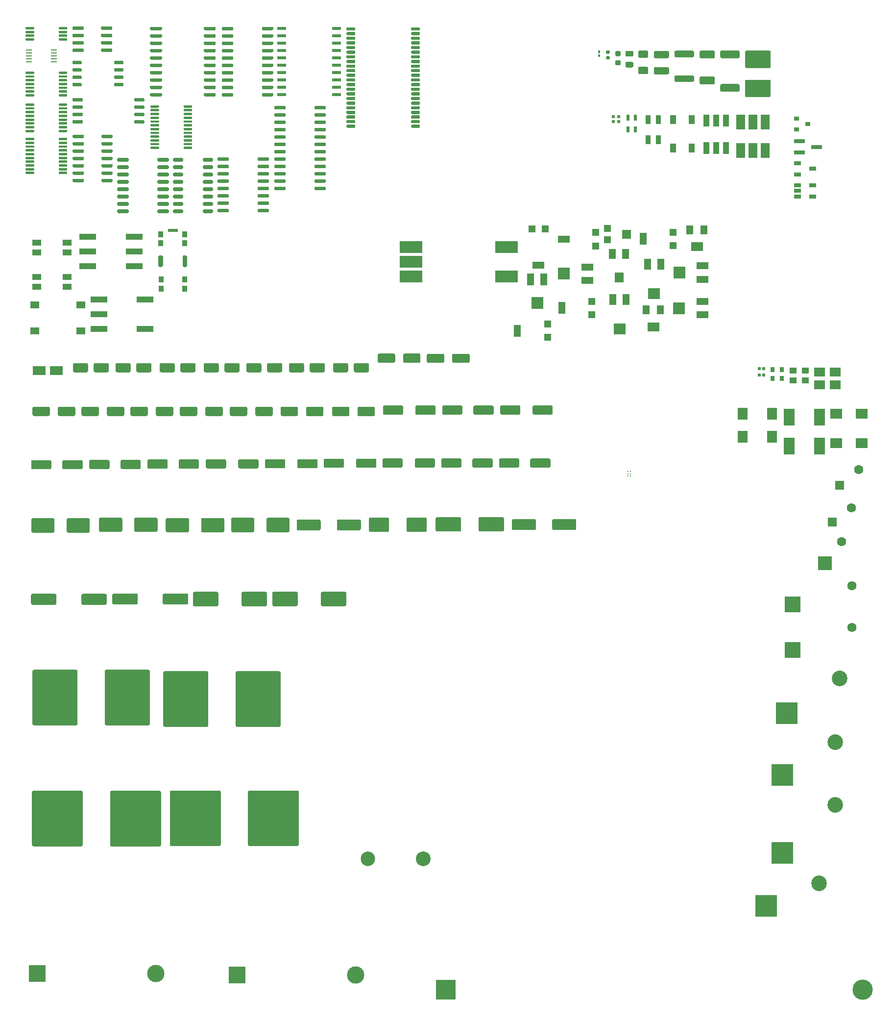
<source format=gbr>
%TF.GenerationSoftware,KiCad,Pcbnew,(5.1.10-1-10_14)*%
%TF.CreationDate,2021-10-26T13:01:21-04:00*%
%TF.ProjectId,SMD-board-panelize,534d442d-626f-4617-9264-2d70616e656c,rev?*%
%TF.SameCoordinates,Original*%
%TF.FileFunction,Copper,L1,Top*%
%TF.FilePolarity,Positive*%
%FSLAX46Y46*%
G04 Gerber Fmt 4.6, Leading zero omitted, Abs format (unit mm)*
G04 Created by KiCad (PCBNEW (5.1.10-1-10_14)) date 2021-10-26 13:01:21*
%MOMM*%
%LPD*%
G01*
G04 APERTURE LIST*
%TA.AperFunction,SMDPad,CuDef*%
%ADD10C,0.250000*%
%TD*%
%TA.AperFunction,ComponentPad*%
%ADD11C,3.000000*%
%TD*%
%TA.AperFunction,ComponentPad*%
%ADD12R,3.000000X3.000000*%
%TD*%
%TA.AperFunction,ComponentPad*%
%ADD13R,3.700000X3.700000*%
%TD*%
%TA.AperFunction,ComponentPad*%
%ADD14C,2.700000*%
%TD*%
%TA.AperFunction,ComponentPad*%
%ADD15R,1.600000X1.600000*%
%TD*%
%TA.AperFunction,ComponentPad*%
%ADD16C,1.600000*%
%TD*%
%TA.AperFunction,ComponentPad*%
%ADD17R,2.700000X2.700000*%
%TD*%
%TA.AperFunction,ComponentPad*%
%ADD18C,2.500000*%
%TD*%
%TA.AperFunction,ComponentPad*%
%ADD19C,2.540000*%
%TD*%
%TA.AperFunction,ComponentPad*%
%ADD20R,2.350000X2.350000*%
%TD*%
%TA.AperFunction,ComponentPad*%
%ADD21C,3.500000*%
%TD*%
%TA.AperFunction,ComponentPad*%
%ADD22R,3.500000X3.500000*%
%TD*%
%TA.AperFunction,SMDPad,CuDef*%
%ADD23R,0.900000X1.000000*%
%TD*%
%TA.AperFunction,SMDPad,CuDef*%
%ADD24R,1.700000X0.550000*%
%TD*%
%TA.AperFunction,SMDPad,CuDef*%
%ADD25R,1.220000X0.650000*%
%TD*%
%TA.AperFunction,SMDPad,CuDef*%
%ADD26R,1.900000X0.800000*%
%TD*%
%TA.AperFunction,SMDPad,CuDef*%
%ADD27R,0.900000X0.800000*%
%TD*%
%TA.AperFunction,SMDPad,CuDef*%
%ADD28R,2.000000X1.800000*%
%TD*%
%TA.AperFunction,SMDPad,CuDef*%
%ADD29R,1.980000X3.000000*%
%TD*%
%TA.AperFunction,SMDPad,CuDef*%
%ADD30R,1.800000X2.000000*%
%TD*%
%TA.AperFunction,SMDPad,CuDef*%
%ADD31R,1.950000X1.650000*%
%TD*%
%TA.AperFunction,SMDPad,CuDef*%
%ADD32R,1.300000X1.100000*%
%TD*%
%TA.AperFunction,SMDPad,CuDef*%
%ADD33R,0.650000X0.850000*%
%TD*%
%TA.AperFunction,SMDPad,CuDef*%
%ADD34R,0.500000X0.600000*%
%TD*%
%TA.AperFunction,SMDPad,CuDef*%
%ADD35R,1.550000X1.300000*%
%TD*%
%TA.AperFunction,SMDPad,CuDef*%
%ADD36R,1.550000X1.000000*%
%TD*%
%TA.AperFunction,SMDPad,CuDef*%
%ADD37R,3.000000X1.000000*%
%TD*%
%TA.AperFunction,SMDPad,CuDef*%
%ADD38R,1.300000X1.300000*%
%TD*%
%TA.AperFunction,SMDPad,CuDef*%
%ADD39R,2.000000X1.300000*%
%TD*%
%TA.AperFunction,SMDPad,CuDef*%
%ADD40R,2.000000X2.000000*%
%TD*%
%TA.AperFunction,SMDPad,CuDef*%
%ADD41R,1.500000X1.600000*%
%TD*%
%TA.AperFunction,SMDPad,CuDef*%
%ADD42R,1.200000X1.200000*%
%TD*%
%TA.AperFunction,SMDPad,CuDef*%
%ADD43R,4.000000X2.000000*%
%TD*%
%TA.AperFunction,SMDPad,CuDef*%
%ADD44R,1.200000X1.750000*%
%TD*%
%TA.AperFunction,SMDPad,CuDef*%
%ADD45R,1.600000X1.750000*%
%TD*%
%TA.AperFunction,SMDPad,CuDef*%
%ADD46R,1.300000X2.000000*%
%TD*%
%TA.AperFunction,SMDPad,CuDef*%
%ADD47R,1.300000X1.900000*%
%TD*%
%TA.AperFunction,SMDPad,CuDef*%
%ADD48R,2.000000X1.900000*%
%TD*%
%TA.AperFunction,SMDPad,CuDef*%
%ADD49R,1.300000X1.600000*%
%TD*%
%TA.AperFunction,SMDPad,CuDef*%
%ADD50R,2.000000X1.600000*%
%TD*%
%TA.AperFunction,SMDPad,CuDef*%
%ADD51R,2.200000X1.600000*%
%TD*%
%TA.AperFunction,SMDPad,CuDef*%
%ADD52R,0.500000X0.500000*%
%TD*%
%TA.AperFunction,SMDPad,CuDef*%
%ADD53R,1.000000X1.500000*%
%TD*%
%TA.AperFunction,SMDPad,CuDef*%
%ADD54R,0.850000X1.600000*%
%TD*%
%TA.AperFunction,SMDPad,CuDef*%
%ADD55R,0.600000X1.000000*%
%TD*%
%TA.AperFunction,SMDPad,CuDef*%
%ADD56R,1.600000X2.600000*%
%TD*%
%TA.AperFunction,SMDPad,CuDef*%
%ADD57R,1.100000X2.000000*%
%TD*%
%TA.AperFunction,SMDPad,CuDef*%
%ADD58R,1.500000X0.600000*%
%TD*%
%TA.AperFunction,SMDPad,CuDef*%
%ADD59R,1.100000X0.250000*%
%TD*%
G04 APERTURE END LIST*
D10*
%TO.P,REF\u002A\u002A,A1*%
%TO.N,N/C*%
X170660000Y75760000D03*
%TO.P,REF\u002A\u002A,B1*%
X170660000Y75360000D03*
%TO.P,REF\u002A\u002A,C1*%
X170660000Y74960000D03*
%TO.P,REF\u002A\u002A,A2*%
X171060000Y75760000D03*
%TO.P,REF\u002A\u002A,B2*%
X171060000Y75360000D03*
%TO.P,REF\u002A\u002A,C2*%
X171060000Y74960000D03*
%TD*%
D11*
%TO.P,REF\u002A\u002A,2*%
%TO.N,N/C*%
X89070000Y-10922000D03*
D12*
%TO.P,REF\u002A\u002A,1*%
X68580000Y-10922000D03*
%TD*%
D13*
%TO.P,REF\u002A\u002A,1*%
%TO.N,N/C*%
X198120000Y34036000D03*
D14*
%TO.P,REF\u002A\u002A,2*%
X207270000Y40036000D03*
%TD*%
D15*
%TO.P,REF\u002A\u002A,1*%
%TO.N,N/C*%
X205994000Y67056000D03*
D16*
%TO.P,REF\u002A\u002A,2*%
X209244000Y69506000D03*
%TD*%
D17*
%TO.P,REF\u002A\u002A,1*%
%TO.N,N/C*%
X199136000Y44958000D03*
D16*
%TO.P,REF\u002A\u002A,2*%
X209306000Y48808000D03*
%TD*%
%TO.P,REF\u002A\u002A,2*%
%TO.N,N/C*%
X210514000Y76056000D03*
D15*
%TO.P,REF\u002A\u002A,1*%
X207264000Y73406000D03*
%TD*%
D13*
%TO.P,REF\u002A\u002A,1*%
%TO.N,N/C*%
X194564000Y762000D03*
D14*
%TO.P,REF\u002A\u002A,2*%
X203714000Y4662000D03*
%TD*%
D18*
%TO.P,REF\u002A\u002A,1*%
%TO.N,N/C*%
X125730000Y8890000D03*
D19*
%TO.P,REF\u002A\u002A,2*%
X135260000Y8890000D03*
%TD*%
D20*
%TO.P,REF\u002A\u002A,1*%
%TO.N,N/C*%
X204724000Y59944000D03*
D16*
%TO.P,REF\u002A\u002A,2*%
X207599000Y63594000D03*
%TD*%
D17*
%TO.P,REF\u002A\u002A,1*%
%TO.N,N/C*%
X199136000Y52832000D03*
D16*
%TO.P,REF\u002A\u002A,2*%
X209306000Y55982000D03*
%TD*%
D13*
%TO.P,REF\u002A\u002A,1*%
%TO.N,N/C*%
X197358000Y9906000D03*
D14*
%TO.P,REF\u002A\u002A,2*%
X206508000Y18206000D03*
%TD*%
D13*
%TO.P,REF\u002A\u002A,1*%
%TO.N,N/C*%
X197358000Y23368000D03*
D14*
%TO.P,REF\u002A\u002A,2*%
X206508000Y28968000D03*
%TD*%
D21*
%TO.P,REF\u002A\u002A,2*%
%TO.N,N/C*%
X211192000Y-13716000D03*
D22*
%TO.P,REF\u002A\u002A,1*%
X139192000Y-13716000D03*
%TD*%
D11*
%TO.P,REF\u002A\u002A,2*%
%TO.N,N/C*%
X123614000Y-11176000D03*
D12*
%TO.P,REF\u002A\u002A,1*%
X103124000Y-11176000D03*
%TD*%
%TO.P,REF\u002A\u002A,1*%
%TO.N,N/C*%
%TA.AperFunction,SMDPad,CuDef*%
G36*
G01*
X89470000Y111290000D02*
X89470000Y112890000D01*
G75*
G02*
X89670000Y113090000I200000J0D01*
G01*
X90070000Y113090000D01*
G75*
G02*
X90270000Y112890000I0J-200000D01*
G01*
X90270000Y111290000D01*
G75*
G02*
X90070000Y111090000I-200000J0D01*
G01*
X89670000Y111090000D01*
G75*
G02*
X89470000Y111290000I0J200000D01*
G01*
G37*
%TD.AperFunction*%
%TO.P,REF\u002A\u002A,2*%
%TA.AperFunction,SMDPad,CuDef*%
G36*
G01*
X93670000Y111290000D02*
X93670000Y112890000D01*
G75*
G02*
X93870000Y113090000I200000J0D01*
G01*
X94270000Y113090000D01*
G75*
G02*
X94470000Y112890000I0J-200000D01*
G01*
X94470000Y111290000D01*
G75*
G02*
X94270000Y111090000I-200000J0D01*
G01*
X93870000Y111090000D01*
G75*
G02*
X93670000Y111290000I0J200000D01*
G01*
G37*
%TD.AperFunction*%
%TD*%
D23*
%TO.P,REF\u002A\u002A,2*%
%TO.N,N/C*%
X94070000Y107290000D03*
%TO.P,REF\u002A\u002A,1*%
X94070000Y108890000D03*
%TO.P,REF\u002A\u002A,2*%
X89970000Y107290000D03*
%TO.P,REF\u002A\u002A,1*%
X89970000Y108890000D03*
%TD*%
D24*
%TO.P,REF\u002A\u002A,SH*%
%TO.N,N/C*%
X91970000Y117385000D03*
D23*
%TO.P,REF\u002A\u002A,1*%
X89920000Y116760000D03*
%TO.P,REF\u002A\u002A,2*%
X89920000Y115160000D03*
%TO.P,REF\u002A\u002A,1*%
X94020000Y116760000D03*
%TO.P,REF\u002A\u002A,2*%
X94020000Y115160000D03*
%TD*%
%TO.P,REF\u002A\u002A,44*%
%TO.N,N/C*%
%TA.AperFunction,SMDPad,CuDef*%
G36*
G01*
X133175000Y152042500D02*
X133175000Y152317500D01*
G75*
G02*
X133312500Y152455000I137500J0D01*
G01*
X134562500Y152455000D01*
G75*
G02*
X134700000Y152317500I0J-137500D01*
G01*
X134700000Y152042500D01*
G75*
G02*
X134562500Y151905000I-137500J0D01*
G01*
X133312500Y151905000D01*
G75*
G02*
X133175000Y152042500I0J137500D01*
G01*
G37*
%TD.AperFunction*%
%TO.P,REF\u002A\u002A,43*%
%TA.AperFunction,SMDPad,CuDef*%
G36*
G01*
X133175000Y151242500D02*
X133175000Y151517500D01*
G75*
G02*
X133312500Y151655000I137500J0D01*
G01*
X134562500Y151655000D01*
G75*
G02*
X134700000Y151517500I0J-137500D01*
G01*
X134700000Y151242500D01*
G75*
G02*
X134562500Y151105000I-137500J0D01*
G01*
X133312500Y151105000D01*
G75*
G02*
X133175000Y151242500I0J137500D01*
G01*
G37*
%TD.AperFunction*%
%TO.P,REF\u002A\u002A,42*%
%TA.AperFunction,SMDPad,CuDef*%
G36*
G01*
X133175000Y150442500D02*
X133175000Y150717500D01*
G75*
G02*
X133312500Y150855000I137500J0D01*
G01*
X134562500Y150855000D01*
G75*
G02*
X134700000Y150717500I0J-137500D01*
G01*
X134700000Y150442500D01*
G75*
G02*
X134562500Y150305000I-137500J0D01*
G01*
X133312500Y150305000D01*
G75*
G02*
X133175000Y150442500I0J137500D01*
G01*
G37*
%TD.AperFunction*%
%TO.P,REF\u002A\u002A,41*%
%TA.AperFunction,SMDPad,CuDef*%
G36*
G01*
X133175000Y149642500D02*
X133175000Y149917500D01*
G75*
G02*
X133312500Y150055000I137500J0D01*
G01*
X134562500Y150055000D01*
G75*
G02*
X134700000Y149917500I0J-137500D01*
G01*
X134700000Y149642500D01*
G75*
G02*
X134562500Y149505000I-137500J0D01*
G01*
X133312500Y149505000D01*
G75*
G02*
X133175000Y149642500I0J137500D01*
G01*
G37*
%TD.AperFunction*%
%TO.P,REF\u002A\u002A,40*%
%TA.AperFunction,SMDPad,CuDef*%
G36*
G01*
X133175000Y148842500D02*
X133175000Y149117500D01*
G75*
G02*
X133312500Y149255000I137500J0D01*
G01*
X134562500Y149255000D01*
G75*
G02*
X134700000Y149117500I0J-137500D01*
G01*
X134700000Y148842500D01*
G75*
G02*
X134562500Y148705000I-137500J0D01*
G01*
X133312500Y148705000D01*
G75*
G02*
X133175000Y148842500I0J137500D01*
G01*
G37*
%TD.AperFunction*%
%TO.P,REF\u002A\u002A,39*%
%TA.AperFunction,SMDPad,CuDef*%
G36*
G01*
X133175000Y148042500D02*
X133175000Y148317500D01*
G75*
G02*
X133312500Y148455000I137500J0D01*
G01*
X134562500Y148455000D01*
G75*
G02*
X134700000Y148317500I0J-137500D01*
G01*
X134700000Y148042500D01*
G75*
G02*
X134562500Y147905000I-137500J0D01*
G01*
X133312500Y147905000D01*
G75*
G02*
X133175000Y148042500I0J137500D01*
G01*
G37*
%TD.AperFunction*%
%TO.P,REF\u002A\u002A,38*%
%TA.AperFunction,SMDPad,CuDef*%
G36*
G01*
X133175000Y147242500D02*
X133175000Y147517500D01*
G75*
G02*
X133312500Y147655000I137500J0D01*
G01*
X134562500Y147655000D01*
G75*
G02*
X134700000Y147517500I0J-137500D01*
G01*
X134700000Y147242500D01*
G75*
G02*
X134562500Y147105000I-137500J0D01*
G01*
X133312500Y147105000D01*
G75*
G02*
X133175000Y147242500I0J137500D01*
G01*
G37*
%TD.AperFunction*%
%TO.P,REF\u002A\u002A,37*%
%TA.AperFunction,SMDPad,CuDef*%
G36*
G01*
X133175000Y146442500D02*
X133175000Y146717500D01*
G75*
G02*
X133312500Y146855000I137500J0D01*
G01*
X134562500Y146855000D01*
G75*
G02*
X134700000Y146717500I0J-137500D01*
G01*
X134700000Y146442500D01*
G75*
G02*
X134562500Y146305000I-137500J0D01*
G01*
X133312500Y146305000D01*
G75*
G02*
X133175000Y146442500I0J137500D01*
G01*
G37*
%TD.AperFunction*%
%TO.P,REF\u002A\u002A,36*%
%TA.AperFunction,SMDPad,CuDef*%
G36*
G01*
X133175000Y145642500D02*
X133175000Y145917500D01*
G75*
G02*
X133312500Y146055000I137500J0D01*
G01*
X134562500Y146055000D01*
G75*
G02*
X134700000Y145917500I0J-137500D01*
G01*
X134700000Y145642500D01*
G75*
G02*
X134562500Y145505000I-137500J0D01*
G01*
X133312500Y145505000D01*
G75*
G02*
X133175000Y145642500I0J137500D01*
G01*
G37*
%TD.AperFunction*%
%TO.P,REF\u002A\u002A,35*%
%TA.AperFunction,SMDPad,CuDef*%
G36*
G01*
X133175000Y144842500D02*
X133175000Y145117500D01*
G75*
G02*
X133312500Y145255000I137500J0D01*
G01*
X134562500Y145255000D01*
G75*
G02*
X134700000Y145117500I0J-137500D01*
G01*
X134700000Y144842500D01*
G75*
G02*
X134562500Y144705000I-137500J0D01*
G01*
X133312500Y144705000D01*
G75*
G02*
X133175000Y144842500I0J137500D01*
G01*
G37*
%TD.AperFunction*%
%TO.P,REF\u002A\u002A,34*%
%TA.AperFunction,SMDPad,CuDef*%
G36*
G01*
X133175000Y144042500D02*
X133175000Y144317500D01*
G75*
G02*
X133312500Y144455000I137500J0D01*
G01*
X134562500Y144455000D01*
G75*
G02*
X134700000Y144317500I0J-137500D01*
G01*
X134700000Y144042500D01*
G75*
G02*
X134562500Y143905000I-137500J0D01*
G01*
X133312500Y143905000D01*
G75*
G02*
X133175000Y144042500I0J137500D01*
G01*
G37*
%TD.AperFunction*%
%TO.P,REF\u002A\u002A,33*%
%TA.AperFunction,SMDPad,CuDef*%
G36*
G01*
X133175000Y143242500D02*
X133175000Y143517500D01*
G75*
G02*
X133312500Y143655000I137500J0D01*
G01*
X134562500Y143655000D01*
G75*
G02*
X134700000Y143517500I0J-137500D01*
G01*
X134700000Y143242500D01*
G75*
G02*
X134562500Y143105000I-137500J0D01*
G01*
X133312500Y143105000D01*
G75*
G02*
X133175000Y143242500I0J137500D01*
G01*
G37*
%TD.AperFunction*%
%TO.P,REF\u002A\u002A,32*%
%TA.AperFunction,SMDPad,CuDef*%
G36*
G01*
X133175000Y142442500D02*
X133175000Y142717500D01*
G75*
G02*
X133312500Y142855000I137500J0D01*
G01*
X134562500Y142855000D01*
G75*
G02*
X134700000Y142717500I0J-137500D01*
G01*
X134700000Y142442500D01*
G75*
G02*
X134562500Y142305000I-137500J0D01*
G01*
X133312500Y142305000D01*
G75*
G02*
X133175000Y142442500I0J137500D01*
G01*
G37*
%TD.AperFunction*%
%TO.P,REF\u002A\u002A,31*%
%TA.AperFunction,SMDPad,CuDef*%
G36*
G01*
X133175000Y141642500D02*
X133175000Y141917500D01*
G75*
G02*
X133312500Y142055000I137500J0D01*
G01*
X134562500Y142055000D01*
G75*
G02*
X134700000Y141917500I0J-137500D01*
G01*
X134700000Y141642500D01*
G75*
G02*
X134562500Y141505000I-137500J0D01*
G01*
X133312500Y141505000D01*
G75*
G02*
X133175000Y141642500I0J137500D01*
G01*
G37*
%TD.AperFunction*%
%TO.P,REF\u002A\u002A,30*%
%TA.AperFunction,SMDPad,CuDef*%
G36*
G01*
X133175000Y140842500D02*
X133175000Y141117500D01*
G75*
G02*
X133312500Y141255000I137500J0D01*
G01*
X134562500Y141255000D01*
G75*
G02*
X134700000Y141117500I0J-137500D01*
G01*
X134700000Y140842500D01*
G75*
G02*
X134562500Y140705000I-137500J0D01*
G01*
X133312500Y140705000D01*
G75*
G02*
X133175000Y140842500I0J137500D01*
G01*
G37*
%TD.AperFunction*%
%TO.P,REF\u002A\u002A,29*%
%TA.AperFunction,SMDPad,CuDef*%
G36*
G01*
X133175000Y140042500D02*
X133175000Y140317500D01*
G75*
G02*
X133312500Y140455000I137500J0D01*
G01*
X134562500Y140455000D01*
G75*
G02*
X134700000Y140317500I0J-137500D01*
G01*
X134700000Y140042500D01*
G75*
G02*
X134562500Y139905000I-137500J0D01*
G01*
X133312500Y139905000D01*
G75*
G02*
X133175000Y140042500I0J137500D01*
G01*
G37*
%TD.AperFunction*%
%TO.P,REF\u002A\u002A,28*%
%TA.AperFunction,SMDPad,CuDef*%
G36*
G01*
X133175000Y139242500D02*
X133175000Y139517500D01*
G75*
G02*
X133312500Y139655000I137500J0D01*
G01*
X134562500Y139655000D01*
G75*
G02*
X134700000Y139517500I0J-137500D01*
G01*
X134700000Y139242500D01*
G75*
G02*
X134562500Y139105000I-137500J0D01*
G01*
X133312500Y139105000D01*
G75*
G02*
X133175000Y139242500I0J137500D01*
G01*
G37*
%TD.AperFunction*%
%TO.P,REF\u002A\u002A,27*%
%TA.AperFunction,SMDPad,CuDef*%
G36*
G01*
X133175000Y138442500D02*
X133175000Y138717500D01*
G75*
G02*
X133312500Y138855000I137500J0D01*
G01*
X134562500Y138855000D01*
G75*
G02*
X134700000Y138717500I0J-137500D01*
G01*
X134700000Y138442500D01*
G75*
G02*
X134562500Y138305000I-137500J0D01*
G01*
X133312500Y138305000D01*
G75*
G02*
X133175000Y138442500I0J137500D01*
G01*
G37*
%TD.AperFunction*%
%TO.P,REF\u002A\u002A,26*%
%TA.AperFunction,SMDPad,CuDef*%
G36*
G01*
X133175000Y137642500D02*
X133175000Y137917500D01*
G75*
G02*
X133312500Y138055000I137500J0D01*
G01*
X134562500Y138055000D01*
G75*
G02*
X134700000Y137917500I0J-137500D01*
G01*
X134700000Y137642500D01*
G75*
G02*
X134562500Y137505000I-137500J0D01*
G01*
X133312500Y137505000D01*
G75*
G02*
X133175000Y137642500I0J137500D01*
G01*
G37*
%TD.AperFunction*%
%TO.P,REF\u002A\u002A,25*%
%TA.AperFunction,SMDPad,CuDef*%
G36*
G01*
X133175000Y136842500D02*
X133175000Y137117500D01*
G75*
G02*
X133312500Y137255000I137500J0D01*
G01*
X134562500Y137255000D01*
G75*
G02*
X134700000Y137117500I0J-137500D01*
G01*
X134700000Y136842500D01*
G75*
G02*
X134562500Y136705000I-137500J0D01*
G01*
X133312500Y136705000D01*
G75*
G02*
X133175000Y136842500I0J137500D01*
G01*
G37*
%TD.AperFunction*%
%TO.P,REF\u002A\u002A,24*%
%TA.AperFunction,SMDPad,CuDef*%
G36*
G01*
X133175000Y136042500D02*
X133175000Y136317500D01*
G75*
G02*
X133312500Y136455000I137500J0D01*
G01*
X134562500Y136455000D01*
G75*
G02*
X134700000Y136317500I0J-137500D01*
G01*
X134700000Y136042500D01*
G75*
G02*
X134562500Y135905000I-137500J0D01*
G01*
X133312500Y135905000D01*
G75*
G02*
X133175000Y136042500I0J137500D01*
G01*
G37*
%TD.AperFunction*%
%TO.P,REF\u002A\u002A,23*%
%TA.AperFunction,SMDPad,CuDef*%
G36*
G01*
X133175000Y135242500D02*
X133175000Y135517500D01*
G75*
G02*
X133312500Y135655000I137500J0D01*
G01*
X134562500Y135655000D01*
G75*
G02*
X134700000Y135517500I0J-137500D01*
G01*
X134700000Y135242500D01*
G75*
G02*
X134562500Y135105000I-137500J0D01*
G01*
X133312500Y135105000D01*
G75*
G02*
X133175000Y135242500I0J137500D01*
G01*
G37*
%TD.AperFunction*%
%TO.P,REF\u002A\u002A,22*%
%TA.AperFunction,SMDPad,CuDef*%
G36*
G01*
X122000000Y135242500D02*
X122000000Y135517500D01*
G75*
G02*
X122137500Y135655000I137500J0D01*
G01*
X123387500Y135655000D01*
G75*
G02*
X123525000Y135517500I0J-137500D01*
G01*
X123525000Y135242500D01*
G75*
G02*
X123387500Y135105000I-137500J0D01*
G01*
X122137500Y135105000D01*
G75*
G02*
X122000000Y135242500I0J137500D01*
G01*
G37*
%TD.AperFunction*%
%TO.P,REF\u002A\u002A,21*%
%TA.AperFunction,SMDPad,CuDef*%
G36*
G01*
X122000000Y136042500D02*
X122000000Y136317500D01*
G75*
G02*
X122137500Y136455000I137500J0D01*
G01*
X123387500Y136455000D01*
G75*
G02*
X123525000Y136317500I0J-137500D01*
G01*
X123525000Y136042500D01*
G75*
G02*
X123387500Y135905000I-137500J0D01*
G01*
X122137500Y135905000D01*
G75*
G02*
X122000000Y136042500I0J137500D01*
G01*
G37*
%TD.AperFunction*%
%TO.P,REF\u002A\u002A,20*%
%TA.AperFunction,SMDPad,CuDef*%
G36*
G01*
X122000000Y136842500D02*
X122000000Y137117500D01*
G75*
G02*
X122137500Y137255000I137500J0D01*
G01*
X123387500Y137255000D01*
G75*
G02*
X123525000Y137117500I0J-137500D01*
G01*
X123525000Y136842500D01*
G75*
G02*
X123387500Y136705000I-137500J0D01*
G01*
X122137500Y136705000D01*
G75*
G02*
X122000000Y136842500I0J137500D01*
G01*
G37*
%TD.AperFunction*%
%TO.P,REF\u002A\u002A,19*%
%TA.AperFunction,SMDPad,CuDef*%
G36*
G01*
X122000000Y137642500D02*
X122000000Y137917500D01*
G75*
G02*
X122137500Y138055000I137500J0D01*
G01*
X123387500Y138055000D01*
G75*
G02*
X123525000Y137917500I0J-137500D01*
G01*
X123525000Y137642500D01*
G75*
G02*
X123387500Y137505000I-137500J0D01*
G01*
X122137500Y137505000D01*
G75*
G02*
X122000000Y137642500I0J137500D01*
G01*
G37*
%TD.AperFunction*%
%TO.P,REF\u002A\u002A,18*%
%TA.AperFunction,SMDPad,CuDef*%
G36*
G01*
X122000000Y138442500D02*
X122000000Y138717500D01*
G75*
G02*
X122137500Y138855000I137500J0D01*
G01*
X123387500Y138855000D01*
G75*
G02*
X123525000Y138717500I0J-137500D01*
G01*
X123525000Y138442500D01*
G75*
G02*
X123387500Y138305000I-137500J0D01*
G01*
X122137500Y138305000D01*
G75*
G02*
X122000000Y138442500I0J137500D01*
G01*
G37*
%TD.AperFunction*%
%TO.P,REF\u002A\u002A,17*%
%TA.AperFunction,SMDPad,CuDef*%
G36*
G01*
X122000000Y139242500D02*
X122000000Y139517500D01*
G75*
G02*
X122137500Y139655000I137500J0D01*
G01*
X123387500Y139655000D01*
G75*
G02*
X123525000Y139517500I0J-137500D01*
G01*
X123525000Y139242500D01*
G75*
G02*
X123387500Y139105000I-137500J0D01*
G01*
X122137500Y139105000D01*
G75*
G02*
X122000000Y139242500I0J137500D01*
G01*
G37*
%TD.AperFunction*%
%TO.P,REF\u002A\u002A,16*%
%TA.AperFunction,SMDPad,CuDef*%
G36*
G01*
X122000000Y140042500D02*
X122000000Y140317500D01*
G75*
G02*
X122137500Y140455000I137500J0D01*
G01*
X123387500Y140455000D01*
G75*
G02*
X123525000Y140317500I0J-137500D01*
G01*
X123525000Y140042500D01*
G75*
G02*
X123387500Y139905000I-137500J0D01*
G01*
X122137500Y139905000D01*
G75*
G02*
X122000000Y140042500I0J137500D01*
G01*
G37*
%TD.AperFunction*%
%TO.P,REF\u002A\u002A,15*%
%TA.AperFunction,SMDPad,CuDef*%
G36*
G01*
X122000000Y140842500D02*
X122000000Y141117500D01*
G75*
G02*
X122137500Y141255000I137500J0D01*
G01*
X123387500Y141255000D01*
G75*
G02*
X123525000Y141117500I0J-137500D01*
G01*
X123525000Y140842500D01*
G75*
G02*
X123387500Y140705000I-137500J0D01*
G01*
X122137500Y140705000D01*
G75*
G02*
X122000000Y140842500I0J137500D01*
G01*
G37*
%TD.AperFunction*%
%TO.P,REF\u002A\u002A,14*%
%TA.AperFunction,SMDPad,CuDef*%
G36*
G01*
X122000000Y141642500D02*
X122000000Y141917500D01*
G75*
G02*
X122137500Y142055000I137500J0D01*
G01*
X123387500Y142055000D01*
G75*
G02*
X123525000Y141917500I0J-137500D01*
G01*
X123525000Y141642500D01*
G75*
G02*
X123387500Y141505000I-137500J0D01*
G01*
X122137500Y141505000D01*
G75*
G02*
X122000000Y141642500I0J137500D01*
G01*
G37*
%TD.AperFunction*%
%TO.P,REF\u002A\u002A,13*%
%TA.AperFunction,SMDPad,CuDef*%
G36*
G01*
X122000000Y142442500D02*
X122000000Y142717500D01*
G75*
G02*
X122137500Y142855000I137500J0D01*
G01*
X123387500Y142855000D01*
G75*
G02*
X123525000Y142717500I0J-137500D01*
G01*
X123525000Y142442500D01*
G75*
G02*
X123387500Y142305000I-137500J0D01*
G01*
X122137500Y142305000D01*
G75*
G02*
X122000000Y142442500I0J137500D01*
G01*
G37*
%TD.AperFunction*%
%TO.P,REF\u002A\u002A,12*%
%TA.AperFunction,SMDPad,CuDef*%
G36*
G01*
X122000000Y143242500D02*
X122000000Y143517500D01*
G75*
G02*
X122137500Y143655000I137500J0D01*
G01*
X123387500Y143655000D01*
G75*
G02*
X123525000Y143517500I0J-137500D01*
G01*
X123525000Y143242500D01*
G75*
G02*
X123387500Y143105000I-137500J0D01*
G01*
X122137500Y143105000D01*
G75*
G02*
X122000000Y143242500I0J137500D01*
G01*
G37*
%TD.AperFunction*%
%TO.P,REF\u002A\u002A,11*%
%TA.AperFunction,SMDPad,CuDef*%
G36*
G01*
X122000000Y144042500D02*
X122000000Y144317500D01*
G75*
G02*
X122137500Y144455000I137500J0D01*
G01*
X123387500Y144455000D01*
G75*
G02*
X123525000Y144317500I0J-137500D01*
G01*
X123525000Y144042500D01*
G75*
G02*
X123387500Y143905000I-137500J0D01*
G01*
X122137500Y143905000D01*
G75*
G02*
X122000000Y144042500I0J137500D01*
G01*
G37*
%TD.AperFunction*%
%TO.P,REF\u002A\u002A,10*%
%TA.AperFunction,SMDPad,CuDef*%
G36*
G01*
X122000000Y144842500D02*
X122000000Y145117500D01*
G75*
G02*
X122137500Y145255000I137500J0D01*
G01*
X123387500Y145255000D01*
G75*
G02*
X123525000Y145117500I0J-137500D01*
G01*
X123525000Y144842500D01*
G75*
G02*
X123387500Y144705000I-137500J0D01*
G01*
X122137500Y144705000D01*
G75*
G02*
X122000000Y144842500I0J137500D01*
G01*
G37*
%TD.AperFunction*%
%TO.P,REF\u002A\u002A,9*%
%TA.AperFunction,SMDPad,CuDef*%
G36*
G01*
X122000000Y145642500D02*
X122000000Y145917500D01*
G75*
G02*
X122137500Y146055000I137500J0D01*
G01*
X123387500Y146055000D01*
G75*
G02*
X123525000Y145917500I0J-137500D01*
G01*
X123525000Y145642500D01*
G75*
G02*
X123387500Y145505000I-137500J0D01*
G01*
X122137500Y145505000D01*
G75*
G02*
X122000000Y145642500I0J137500D01*
G01*
G37*
%TD.AperFunction*%
%TO.P,REF\u002A\u002A,8*%
%TA.AperFunction,SMDPad,CuDef*%
G36*
G01*
X122000000Y146442500D02*
X122000000Y146717500D01*
G75*
G02*
X122137500Y146855000I137500J0D01*
G01*
X123387500Y146855000D01*
G75*
G02*
X123525000Y146717500I0J-137500D01*
G01*
X123525000Y146442500D01*
G75*
G02*
X123387500Y146305000I-137500J0D01*
G01*
X122137500Y146305000D01*
G75*
G02*
X122000000Y146442500I0J137500D01*
G01*
G37*
%TD.AperFunction*%
%TO.P,REF\u002A\u002A,7*%
%TA.AperFunction,SMDPad,CuDef*%
G36*
G01*
X122000000Y147242500D02*
X122000000Y147517500D01*
G75*
G02*
X122137500Y147655000I137500J0D01*
G01*
X123387500Y147655000D01*
G75*
G02*
X123525000Y147517500I0J-137500D01*
G01*
X123525000Y147242500D01*
G75*
G02*
X123387500Y147105000I-137500J0D01*
G01*
X122137500Y147105000D01*
G75*
G02*
X122000000Y147242500I0J137500D01*
G01*
G37*
%TD.AperFunction*%
%TO.P,REF\u002A\u002A,6*%
%TA.AperFunction,SMDPad,CuDef*%
G36*
G01*
X122000000Y148042500D02*
X122000000Y148317500D01*
G75*
G02*
X122137500Y148455000I137500J0D01*
G01*
X123387500Y148455000D01*
G75*
G02*
X123525000Y148317500I0J-137500D01*
G01*
X123525000Y148042500D01*
G75*
G02*
X123387500Y147905000I-137500J0D01*
G01*
X122137500Y147905000D01*
G75*
G02*
X122000000Y148042500I0J137500D01*
G01*
G37*
%TD.AperFunction*%
%TO.P,REF\u002A\u002A,5*%
%TA.AperFunction,SMDPad,CuDef*%
G36*
G01*
X122000000Y148842500D02*
X122000000Y149117500D01*
G75*
G02*
X122137500Y149255000I137500J0D01*
G01*
X123387500Y149255000D01*
G75*
G02*
X123525000Y149117500I0J-137500D01*
G01*
X123525000Y148842500D01*
G75*
G02*
X123387500Y148705000I-137500J0D01*
G01*
X122137500Y148705000D01*
G75*
G02*
X122000000Y148842500I0J137500D01*
G01*
G37*
%TD.AperFunction*%
%TO.P,REF\u002A\u002A,4*%
%TA.AperFunction,SMDPad,CuDef*%
G36*
G01*
X122000000Y149642500D02*
X122000000Y149917500D01*
G75*
G02*
X122137500Y150055000I137500J0D01*
G01*
X123387500Y150055000D01*
G75*
G02*
X123525000Y149917500I0J-137500D01*
G01*
X123525000Y149642500D01*
G75*
G02*
X123387500Y149505000I-137500J0D01*
G01*
X122137500Y149505000D01*
G75*
G02*
X122000000Y149642500I0J137500D01*
G01*
G37*
%TD.AperFunction*%
%TO.P,REF\u002A\u002A,3*%
%TA.AperFunction,SMDPad,CuDef*%
G36*
G01*
X122000000Y150442500D02*
X122000000Y150717500D01*
G75*
G02*
X122137500Y150855000I137500J0D01*
G01*
X123387500Y150855000D01*
G75*
G02*
X123525000Y150717500I0J-137500D01*
G01*
X123525000Y150442500D01*
G75*
G02*
X123387500Y150305000I-137500J0D01*
G01*
X122137500Y150305000D01*
G75*
G02*
X122000000Y150442500I0J137500D01*
G01*
G37*
%TD.AperFunction*%
%TO.P,REF\u002A\u002A,2*%
%TA.AperFunction,SMDPad,CuDef*%
G36*
G01*
X122000000Y151242500D02*
X122000000Y151517500D01*
G75*
G02*
X122137500Y151655000I137500J0D01*
G01*
X123387500Y151655000D01*
G75*
G02*
X123525000Y151517500I0J-137500D01*
G01*
X123525000Y151242500D01*
G75*
G02*
X123387500Y151105000I-137500J0D01*
G01*
X122137500Y151105000D01*
G75*
G02*
X122000000Y151242500I0J137500D01*
G01*
G37*
%TD.AperFunction*%
%TO.P,REF\u002A\u002A,1*%
%TA.AperFunction,SMDPad,CuDef*%
G36*
G01*
X122000000Y152042500D02*
X122000000Y152317500D01*
G75*
G02*
X122137500Y152455000I137500J0D01*
G01*
X123387500Y152455000D01*
G75*
G02*
X123525000Y152317500I0J-137500D01*
G01*
X123525000Y152042500D01*
G75*
G02*
X123387500Y151905000I-137500J0D01*
G01*
X122137500Y151905000D01*
G75*
G02*
X122000000Y152042500I0J137500D01*
G01*
G37*
%TD.AperFunction*%
%TD*%
D25*
%TO.P,REF\u002A\u002A,5*%
%TO.N,N/C*%
X202540000Y125180000D03*
%TO.P,REF\u002A\u002A,4*%
X202540000Y123280000D03*
%TO.P,REF\u002A\u002A,3*%
X199920000Y123280000D03*
%TO.P,REF\u002A\u002A,2*%
X199920000Y124230000D03*
%TO.P,REF\u002A\u002A,1*%
X199920000Y125180000D03*
%TD*%
%TO.P,REF\u002A\u002A,3*%
%TO.N,N/C*%
X202570000Y128040000D03*
%TO.P,REF\u002A\u002A,2*%
X199950000Y127090000D03*
%TO.P,REF\u002A\u002A,1*%
X199950000Y128990000D03*
%TD*%
D26*
%TO.P,REF\u002A\u002A,3*%
%TO.N,N/C*%
X203280000Y131830000D03*
%TO.P,REF\u002A\u002A,2*%
X200280000Y130880000D03*
%TO.P,REF\u002A\u002A,1*%
X200280000Y132780000D03*
%TD*%
D27*
%TO.P,REF\u002A\u002A,3*%
%TO.N,N/C*%
X201770000Y135790000D03*
%TO.P,REF\u002A\u002A,2*%
X199770000Y134840000D03*
%TO.P,REF\u002A\u002A,1*%
X199770000Y136740000D03*
%TD*%
D28*
%TO.P,REF\u002A\u002A,3*%
%TO.N,N/C*%
X211022000Y80682000D03*
%TO.P,REF\u002A\u002A,2*%
X206622000Y80682000D03*
%TO.P,REF\u002A\u002A,4*%
X211022000Y85762000D03*
%TO.P,REF\u002A\u002A,1*%
X206622000Y85762000D03*
%TD*%
D29*
%TO.P,REF\u002A\u002A,4*%
%TO.N,N/C*%
X198472000Y85182000D03*
%TO.P,REF\u002A\u002A,3*%
X203732000Y85182000D03*
%TO.P,REF\u002A\u002A,2*%
X203732000Y80182000D03*
%TO.P,REF\u002A\u002A,1*%
X198472000Y80182000D03*
%TD*%
D30*
%TO.P,REF\u002A\u002A,4*%
%TO.N,N/C*%
X190482000Y85722000D03*
%TO.P,REF\u002A\u002A,3*%
X195562000Y85722000D03*
%TO.P,REF\u002A\u002A,2*%
X195562000Y81722000D03*
%TO.P,REF\u002A\u002A,1*%
X190482000Y81722000D03*
%TD*%
D31*
%TO.P,REF\u002A\u002A,4*%
%TO.N,N/C*%
X203719000Y92910000D03*
%TO.P,REF\u002A\u002A,3*%
X206469000Y92910000D03*
%TO.P,REF\u002A\u002A,2*%
X206469000Y90710000D03*
%TO.P,REF\u002A\u002A,1*%
X203719000Y90710000D03*
%TD*%
D32*
%TO.P,REF\u002A\u002A,4*%
%TO.N,N/C*%
X199174000Y93155000D03*
%TO.P,REF\u002A\u002A,3*%
X201274000Y93155000D03*
%TO.P,REF\u002A\u002A,2*%
X201274000Y91505000D03*
%TO.P,REF\u002A\u002A,1*%
X199174000Y91505000D03*
%TD*%
D33*
%TO.P,REF\u002A\u002A,4*%
%TO.N,N/C*%
X195629000Y93375000D03*
%TO.P,REF\u002A\u002A,3*%
X197279000Y93375000D03*
%TO.P,REF\u002A\u002A,2*%
X197279000Y91825000D03*
%TO.P,REF\u002A\u002A,1*%
X195629000Y91825000D03*
%TD*%
D34*
%TO.P,REF\u002A\u002A,4*%
%TO.N,N/C*%
X194130000Y93506000D03*
%TO.P,REF\u002A\u002A,3*%
X194130000Y92406000D03*
%TO.P,REF\u002A\u002A,2*%
X193330000Y92406000D03*
%TO.P,REF\u002A\u002A,1*%
X193330000Y93506000D03*
%TD*%
D35*
%TO.P,REF\u002A\u002A,2*%
%TO.N,N/C*%
X76105000Y100020000D03*
%TO.P,REF\u002A\u002A,1*%
X76105000Y104520000D03*
X68155000Y104520000D03*
%TO.P,REF\u002A\u002A,2*%
X68155000Y100020000D03*
%TD*%
D36*
%TO.P,REF\u002A\u002A,1*%
%TO.N,N/C*%
X73710000Y109320000D03*
X68460000Y109320000D03*
%TO.P,REF\u002A\u002A,2*%
X68460000Y107620000D03*
X73710000Y107620000D03*
%TD*%
D37*
%TO.P,REF\u002A\u002A,2*%
%TO.N,N/C*%
X87200000Y100370000D03*
%TO.P,REF\u002A\u002A,4*%
X79200000Y100370000D03*
%TO.P,REF\u002A\u002A,C*%
X79200000Y102910000D03*
%TO.P,REF\u002A\u002A,8*%
X87200000Y105450000D03*
%TO.P,REF\u002A\u002A,1*%
X79200000Y105450000D03*
%TD*%
%TO.P,REF\u002A\u002A,2*%
%TO.N,N/C*%
X85300000Y111190000D03*
%TO.P,REF\u002A\u002A,4*%
X77300000Y111190000D03*
%TO.P,REF\u002A\u002A,C*%
X85300000Y113730000D03*
X77300000Y113730000D03*
%TO.P,REF\u002A\u002A,8*%
X85300000Y116270000D03*
%TO.P,REF\u002A\u002A,1*%
X77300000Y116270000D03*
%TD*%
D36*
%TO.P,REF\u002A\u002A,1*%
%TO.N,N/C*%
X73715000Y115250000D03*
X68465000Y115250000D03*
%TO.P,REF\u002A\u002A,2*%
X68465000Y113550000D03*
X73715000Y113550000D03*
%TD*%
D38*
%TO.P,REF\u002A\u002A,3*%
%TO.N,N/C*%
X165072000Y114720000D03*
D39*
%TO.P,REF\u002A\u002A,2*%
X159572000Y115870000D03*
D38*
%TO.P,REF\u002A\u002A,1*%
X165072000Y117020000D03*
%TD*%
D39*
%TO.P,REF\u002A\u002A,3*%
%TO.N,N/C*%
X163592000Y108790000D03*
D40*
%TO.P,REF\u002A\u002A,2*%
X159592000Y109940000D03*
D39*
%TO.P,REF\u002A\u002A,1*%
X163592000Y111090000D03*
%TD*%
D41*
%TO.P,REF\u002A\u002A,2*%
%TO.N,N/C*%
X170382000Y116750000D03*
D42*
%TO.P,REF\u002A\u002A,3*%
X167132000Y115750000D03*
%TO.P,REF\u002A\u002A,1*%
X167132000Y117750000D03*
%TD*%
D43*
%TO.P,REF\u002A\u002A,5*%
%TO.N,N/C*%
X149642000Y109480000D03*
%TO.P,REF\u002A\u002A,4*%
X149642000Y114480000D03*
%TO.P,REF\u002A\u002A,3*%
X133142000Y109480000D03*
%TO.P,REF\u002A\u002A,2*%
X133142000Y111980000D03*
%TO.P,REF\u002A\u002A,1*%
X133142000Y114480000D03*
%TD*%
D44*
%TO.P,REF\u002A\u002A,3*%
%TO.N,N/C*%
X167962000Y113345000D03*
D45*
%TO.P,REF\u002A\u002A,2*%
X169112000Y109295000D03*
D44*
%TO.P,REF\u002A\u002A,1*%
X170262000Y113345000D03*
%TD*%
D38*
%TO.P,REF\u002A\u002A,3*%
%TO.N,N/C*%
X154047000Y117665000D03*
D39*
%TO.P,REF\u002A\u002A,2*%
X155202000Y111415000D03*
D38*
%TO.P,REF\u002A\u002A,1*%
X156357000Y117665000D03*
%TD*%
D46*
%TO.P,REF\u002A\u002A,3*%
%TO.N,N/C*%
X153832000Y108900000D03*
D40*
%TO.P,REF\u002A\u002A,2*%
X154982000Y104900000D03*
D46*
%TO.P,REF\u002A\u002A,1*%
X156132000Y108900000D03*
%TD*%
D38*
%TO.P,REF\u002A\u002A,3*%
%TO.N,N/C*%
X178472000Y114790000D03*
D46*
%TO.P,REF\u002A\u002A,2*%
X173272000Y115940000D03*
D38*
%TO.P,REF\u002A\u002A,1*%
X178472000Y117090000D03*
%TD*%
D47*
%TO.P,REF\u002A\u002A,3*%
%TO.N,N/C*%
X174012000Y111570000D03*
D48*
%TO.P,REF\u002A\u002A,2*%
X175162000Y106470000D03*
D47*
%TO.P,REF\u002A\u002A,1*%
X176312000Y111570000D03*
%TD*%
D49*
%TO.P,REF\u002A\u002A,3*%
%TO.N,N/C*%
X181302000Y117480000D03*
D50*
%TO.P,REF\u002A\u002A,2*%
X182552000Y114580000D03*
D49*
%TO.P,REF\u002A\u002A,1*%
X183802000Y117480000D03*
%TD*%
D39*
%TO.P,REF\u002A\u002A,3*%
%TO.N,N/C*%
X183512000Y108960000D03*
D40*
%TO.P,REF\u002A\u002A,2*%
X179512000Y110110000D03*
D39*
%TO.P,REF\u002A\u002A,1*%
X183512000Y111260000D03*
%TD*%
D38*
%TO.P,REF\u002A\u002A,3*%
%TO.N,N/C*%
X164412000Y102840000D03*
D46*
%TO.P,REF\u002A\u002A,2*%
X159212000Y103990000D03*
D38*
%TO.P,REF\u002A\u002A,1*%
X164412000Y105140000D03*
%TD*%
D47*
%TO.P,REF\u002A\u002A,3*%
%TO.N,N/C*%
X168052000Y105460000D03*
D48*
%TO.P,REF\u002A\u002A,2*%
X169202000Y100360000D03*
D47*
%TO.P,REF\u002A\u002A,1*%
X170352000Y105460000D03*
%TD*%
D49*
%TO.P,REF\u002A\u002A,3*%
%TO.N,N/C*%
X173782000Y103640000D03*
D50*
%TO.P,REF\u002A\u002A,2*%
X175032000Y100740000D03*
D49*
%TO.P,REF\u002A\u002A,1*%
X176282000Y103640000D03*
%TD*%
D39*
%TO.P,REF\u002A\u002A,3*%
%TO.N,N/C*%
X183492000Y102810000D03*
D40*
%TO.P,REF\u002A\u002A,2*%
X179492000Y103960000D03*
D39*
%TO.P,REF\u002A\u002A,1*%
X183492000Y105110000D03*
%TD*%
D38*
%TO.P,REF\u002A\u002A,3*%
%TO.N,N/C*%
X156742000Y98900000D03*
D46*
%TO.P,REF\u002A\u002A,2*%
X151542000Y100050000D03*
D38*
%TO.P,REF\u002A\u002A,1*%
X156742000Y101200000D03*
%TD*%
%TO.P,REF\u002A\u002A,2*%
%TO.N,N/C*%
%TA.AperFunction,SMDPad,CuDef*%
G36*
G01*
X104960000Y11299999D02*
X104960000Y20400001D01*
G75*
G02*
X105209999Y20650000I249999J0D01*
G01*
X113510001Y20650000D01*
G75*
G02*
X113760000Y20400001I0J-249999D01*
G01*
X113760000Y11299999D01*
G75*
G02*
X113510001Y11050000I-249999J0D01*
G01*
X105209999Y11050000D01*
G75*
G02*
X104960000Y11299999I0J249999D01*
G01*
G37*
%TD.AperFunction*%
%TO.P,REF\u002A\u002A,1*%
%TA.AperFunction,SMDPad,CuDef*%
G36*
G01*
X91460000Y11299999D02*
X91460000Y20400001D01*
G75*
G02*
X91709999Y20650000I249999J0D01*
G01*
X100010001Y20650000D01*
G75*
G02*
X100260000Y20400001I0J-249999D01*
G01*
X100260000Y11299999D01*
G75*
G02*
X100010001Y11050000I-249999J0D01*
G01*
X91709999Y11050000D01*
G75*
G02*
X91460000Y11299999I0J249999D01*
G01*
G37*
%TD.AperFunction*%
%TD*%
%TO.P,REF\u002A\u002A,2*%
%TO.N,N/C*%
%TA.AperFunction,SMDPad,CuDef*%
G36*
G01*
X81130000Y11259999D02*
X81130000Y20360001D01*
G75*
G02*
X81379999Y20610000I249999J0D01*
G01*
X89680001Y20610000D01*
G75*
G02*
X89930000Y20360001I0J-249999D01*
G01*
X89930000Y11259999D01*
G75*
G02*
X89680001Y11010000I-249999J0D01*
G01*
X81379999Y11010000D01*
G75*
G02*
X81130000Y11259999I0J249999D01*
G01*
G37*
%TD.AperFunction*%
%TO.P,REF\u002A\u002A,1*%
%TA.AperFunction,SMDPad,CuDef*%
G36*
G01*
X67630000Y11259999D02*
X67630000Y20360001D01*
G75*
G02*
X67879999Y20610000I249999J0D01*
G01*
X76180001Y20610000D01*
G75*
G02*
X76430000Y20360001I0J-249999D01*
G01*
X76430000Y11259999D01*
G75*
G02*
X76180001Y11010000I-249999J0D01*
G01*
X67879999Y11010000D01*
G75*
G02*
X67630000Y11259999I0J249999D01*
G01*
G37*
%TD.AperFunction*%
%TD*%
%TO.P,REF\u002A\u002A,2*%
%TO.N,N/C*%
%TA.AperFunction,SMDPad,CuDef*%
G36*
G01*
X102822000Y31901997D02*
X102822000Y41002003D01*
G75*
G02*
X103071997Y41252000I249997J0D01*
G01*
X110372003Y41252000D01*
G75*
G02*
X110622000Y41002003I0J-249997D01*
G01*
X110622000Y31901997D01*
G75*
G02*
X110372003Y31652000I-249997J0D01*
G01*
X103071997Y31652000D01*
G75*
G02*
X102822000Y31901997I0J249997D01*
G01*
G37*
%TD.AperFunction*%
%TO.P,REF\u002A\u002A,1*%
%TA.AperFunction,SMDPad,CuDef*%
G36*
G01*
X90322000Y31901997D02*
X90322000Y41002003D01*
G75*
G02*
X90571997Y41252000I249997J0D01*
G01*
X97872003Y41252000D01*
G75*
G02*
X98122000Y41002003I0J-249997D01*
G01*
X98122000Y31901997D01*
G75*
G02*
X97872003Y31652000I-249997J0D01*
G01*
X90571997Y31652000D01*
G75*
G02*
X90322000Y31901997I0J249997D01*
G01*
G37*
%TD.AperFunction*%
%TD*%
%TO.P,REF\u002A\u002A,2*%
%TO.N,N/C*%
%TA.AperFunction,SMDPad,CuDef*%
G36*
G01*
X80216000Y32155997D02*
X80216000Y41256003D01*
G75*
G02*
X80465997Y41506000I249997J0D01*
G01*
X87766003Y41506000D01*
G75*
G02*
X88016000Y41256003I0J-249997D01*
G01*
X88016000Y32155997D01*
G75*
G02*
X87766003Y31906000I-249997J0D01*
G01*
X80465997Y31906000D01*
G75*
G02*
X80216000Y32155997I0J249997D01*
G01*
G37*
%TD.AperFunction*%
%TO.P,REF\u002A\u002A,1*%
%TA.AperFunction,SMDPad,CuDef*%
G36*
G01*
X67716000Y32155997D02*
X67716000Y41256003D01*
G75*
G02*
X67965997Y41506000I249997J0D01*
G01*
X75266003Y41506000D01*
G75*
G02*
X75516000Y41256003I0J-249997D01*
G01*
X75516000Y32155997D01*
G75*
G02*
X75266003Y31906000I-249997J0D01*
G01*
X67965997Y31906000D01*
G75*
G02*
X67716000Y32155997I0J249997D01*
G01*
G37*
%TD.AperFunction*%
%TD*%
%TO.P,REF\u002A\u002A,2*%
%TO.N,N/C*%
%TA.AperFunction,SMDPad,CuDef*%
G36*
G01*
X117570000Y52740000D02*
X117570000Y54740000D01*
G75*
G02*
X117820000Y54990000I250000J0D01*
G01*
X121720000Y54990000D01*
G75*
G02*
X121970000Y54740000I0J-250000D01*
G01*
X121970000Y52740000D01*
G75*
G02*
X121720000Y52490000I-250000J0D01*
G01*
X117820000Y52490000D01*
G75*
G02*
X117570000Y52740000I0J250000D01*
G01*
G37*
%TD.AperFunction*%
%TO.P,REF\u002A\u002A,1*%
%TA.AperFunction,SMDPad,CuDef*%
G36*
G01*
X109170000Y52740000D02*
X109170000Y54740000D01*
G75*
G02*
X109420000Y54990000I250000J0D01*
G01*
X113320000Y54990000D01*
G75*
G02*
X113570000Y54740000I0J-250000D01*
G01*
X113570000Y52740000D01*
G75*
G02*
X113320000Y52490000I-250000J0D01*
G01*
X109420000Y52490000D01*
G75*
G02*
X109170000Y52740000I0J250000D01*
G01*
G37*
%TD.AperFunction*%
%TD*%
%TO.P,REF\u002A\u002A,2*%
%TO.N,N/C*%
%TA.AperFunction,SMDPad,CuDef*%
G36*
G01*
X103854000Y52710000D02*
X103854000Y54710000D01*
G75*
G02*
X104104000Y54960000I250000J0D01*
G01*
X108004000Y54960000D01*
G75*
G02*
X108254000Y54710000I0J-250000D01*
G01*
X108254000Y52710000D01*
G75*
G02*
X108004000Y52460000I-250000J0D01*
G01*
X104104000Y52460000D01*
G75*
G02*
X103854000Y52710000I0J250000D01*
G01*
G37*
%TD.AperFunction*%
%TO.P,REF\u002A\u002A,1*%
%TA.AperFunction,SMDPad,CuDef*%
G36*
G01*
X95454000Y52710000D02*
X95454000Y54710000D01*
G75*
G02*
X95704000Y54960000I250000J0D01*
G01*
X99604000Y54960000D01*
G75*
G02*
X99854000Y54710000I0J-250000D01*
G01*
X99854000Y52710000D01*
G75*
G02*
X99604000Y52460000I-250000J0D01*
G01*
X95704000Y52460000D01*
G75*
G02*
X95454000Y52710000I0J250000D01*
G01*
G37*
%TD.AperFunction*%
%TD*%
%TO.P,REF\u002A\u002A,2*%
%TO.N,N/C*%
%TA.AperFunction,SMDPad,CuDef*%
G36*
G01*
X90232000Y53020000D02*
X90232000Y54420000D01*
G75*
G02*
X90482000Y54670000I250000J0D01*
G01*
X94382000Y54670000D01*
G75*
G02*
X94632000Y54420000I0J-250000D01*
G01*
X94632000Y53020000D01*
G75*
G02*
X94382000Y52770000I-250000J0D01*
G01*
X90482000Y52770000D01*
G75*
G02*
X90232000Y53020000I0J250000D01*
G01*
G37*
%TD.AperFunction*%
%TO.P,REF\u002A\u002A,1*%
%TA.AperFunction,SMDPad,CuDef*%
G36*
G01*
X81532000Y53020000D02*
X81532000Y54420000D01*
G75*
G02*
X81782000Y54670000I250000J0D01*
G01*
X85682000Y54670000D01*
G75*
G02*
X85932000Y54420000I0J-250000D01*
G01*
X85932000Y53020000D01*
G75*
G02*
X85682000Y52770000I-250000J0D01*
G01*
X81782000Y52770000D01*
G75*
G02*
X81532000Y53020000I0J250000D01*
G01*
G37*
%TD.AperFunction*%
%TD*%
%TO.P,REF\u002A\u002A,2*%
%TO.N,N/C*%
%TA.AperFunction,SMDPad,CuDef*%
G36*
G01*
X76180000Y52970000D02*
X76180000Y54370000D01*
G75*
G02*
X76430000Y54620000I250000J0D01*
G01*
X80330000Y54620000D01*
G75*
G02*
X80580000Y54370000I0J-250000D01*
G01*
X80580000Y52970000D01*
G75*
G02*
X80330000Y52720000I-250000J0D01*
G01*
X76430000Y52720000D01*
G75*
G02*
X76180000Y52970000I0J250000D01*
G01*
G37*
%TD.AperFunction*%
%TO.P,REF\u002A\u002A,1*%
%TA.AperFunction,SMDPad,CuDef*%
G36*
G01*
X67480000Y52970000D02*
X67480000Y54370000D01*
G75*
G02*
X67730000Y54620000I250000J0D01*
G01*
X71630000Y54620000D01*
G75*
G02*
X71880000Y54370000I0J-250000D01*
G01*
X71880000Y52970000D01*
G75*
G02*
X71630000Y52720000I-250000J0D01*
G01*
X67730000Y52720000D01*
G75*
G02*
X67480000Y52970000I0J250000D01*
G01*
G37*
%TD.AperFunction*%
%TD*%
%TO.P,REF\u002A\u002A,2*%
%TO.N,N/C*%
%TA.AperFunction,SMDPad,CuDef*%
G36*
G01*
X157540000Y65890000D02*
X157540000Y67290000D01*
G75*
G02*
X157790000Y67540000I250000J0D01*
G01*
X161440000Y67540000D01*
G75*
G02*
X161690000Y67290000I0J-250000D01*
G01*
X161690000Y65890000D01*
G75*
G02*
X161440000Y65640000I-250000J0D01*
G01*
X157790000Y65640000D01*
G75*
G02*
X157540000Y65890000I0J250000D01*
G01*
G37*
%TD.AperFunction*%
%TO.P,REF\u002A\u002A,1*%
%TA.AperFunction,SMDPad,CuDef*%
G36*
G01*
X150590000Y65890000D02*
X150590000Y67290000D01*
G75*
G02*
X150840000Y67540000I250000J0D01*
G01*
X154490000Y67540000D01*
G75*
G02*
X154740000Y67290000I0J-250000D01*
G01*
X154740000Y65890000D01*
G75*
G02*
X154490000Y65640000I-250000J0D01*
G01*
X150840000Y65640000D01*
G75*
G02*
X150590000Y65890000I0J250000D01*
G01*
G37*
%TD.AperFunction*%
%TD*%
%TO.P,REF\u002A\u002A,2*%
%TO.N,N/C*%
%TA.AperFunction,SMDPad,CuDef*%
G36*
G01*
X144820000Y65630000D02*
X144820000Y67630000D01*
G75*
G02*
X145070000Y67880000I250000J0D01*
G01*
X148970000Y67880000D01*
G75*
G02*
X149220000Y67630000I0J-250000D01*
G01*
X149220000Y65630000D01*
G75*
G02*
X148970000Y65380000I-250000J0D01*
G01*
X145070000Y65380000D01*
G75*
G02*
X144820000Y65630000I0J250000D01*
G01*
G37*
%TD.AperFunction*%
%TO.P,REF\u002A\u002A,1*%
%TA.AperFunction,SMDPad,CuDef*%
G36*
G01*
X137420000Y65630000D02*
X137420000Y67630000D01*
G75*
G02*
X137670000Y67880000I250000J0D01*
G01*
X141570000Y67880000D01*
G75*
G02*
X141820000Y67630000I0J-250000D01*
G01*
X141820000Y65630000D01*
G75*
G02*
X141570000Y65380000I-250000J0D01*
G01*
X137670000Y65380000D01*
G75*
G02*
X137420000Y65630000I0J250000D01*
G01*
G37*
%TD.AperFunction*%
%TD*%
%TO.P,REF\u002A\u002A,2*%
%TO.N,N/C*%
%TA.AperFunction,SMDPad,CuDef*%
G36*
G01*
X132380000Y65560000D02*
X132380000Y67560000D01*
G75*
G02*
X132630000Y67810000I250000J0D01*
G01*
X135630000Y67810000D01*
G75*
G02*
X135880000Y67560000I0J-250000D01*
G01*
X135880000Y65560000D01*
G75*
G02*
X135630000Y65310000I-250000J0D01*
G01*
X132630000Y65310000D01*
G75*
G02*
X132380000Y65560000I0J250000D01*
G01*
G37*
%TD.AperFunction*%
%TO.P,REF\u002A\u002A,1*%
%TA.AperFunction,SMDPad,CuDef*%
G36*
G01*
X125880000Y65560000D02*
X125880000Y67560000D01*
G75*
G02*
X126130000Y67810000I250000J0D01*
G01*
X129130000Y67810000D01*
G75*
G02*
X129380000Y67560000I0J-250000D01*
G01*
X129380000Y65560000D01*
G75*
G02*
X129130000Y65310000I-250000J0D01*
G01*
X126130000Y65310000D01*
G75*
G02*
X125880000Y65560000I0J250000D01*
G01*
G37*
%TD.AperFunction*%
%TD*%
%TO.P,REF\u002A\u002A,2*%
%TO.N,N/C*%
%TA.AperFunction,SMDPad,CuDef*%
G36*
G01*
X120330000Y65820000D02*
X120330000Y67220000D01*
G75*
G02*
X120580000Y67470000I250000J0D01*
G01*
X124230000Y67470000D01*
G75*
G02*
X124480000Y67220000I0J-250000D01*
G01*
X124480000Y65820000D01*
G75*
G02*
X124230000Y65570000I-250000J0D01*
G01*
X120580000Y65570000D01*
G75*
G02*
X120330000Y65820000I0J250000D01*
G01*
G37*
%TD.AperFunction*%
%TO.P,REF\u002A\u002A,1*%
%TA.AperFunction,SMDPad,CuDef*%
G36*
G01*
X113380000Y65820000D02*
X113380000Y67220000D01*
G75*
G02*
X113630000Y67470000I250000J0D01*
G01*
X117280000Y67470000D01*
G75*
G02*
X117530000Y67220000I0J-250000D01*
G01*
X117530000Y65820000D01*
G75*
G02*
X117280000Y65570000I-250000J0D01*
G01*
X113630000Y65570000D01*
G75*
G02*
X113380000Y65820000I0J250000D01*
G01*
G37*
%TD.AperFunction*%
%TD*%
%TO.P,REF\u002A\u002A,2*%
%TO.N,N/C*%
%TA.AperFunction,SMDPad,CuDef*%
G36*
G01*
X108160000Y65520000D02*
X108160000Y67520000D01*
G75*
G02*
X108410000Y67770000I250000J0D01*
G01*
X111910000Y67770000D01*
G75*
G02*
X112160000Y67520000I0J-250000D01*
G01*
X112160000Y65520000D01*
G75*
G02*
X111910000Y65270000I-250000J0D01*
G01*
X108410000Y65270000D01*
G75*
G02*
X108160000Y65520000I0J250000D01*
G01*
G37*
%TD.AperFunction*%
%TO.P,REF\u002A\u002A,1*%
%TA.AperFunction,SMDPad,CuDef*%
G36*
G01*
X102060000Y65520000D02*
X102060000Y67520000D01*
G75*
G02*
X102310000Y67770000I250000J0D01*
G01*
X105810000Y67770000D01*
G75*
G02*
X106060000Y67520000I0J-250000D01*
G01*
X106060000Y65520000D01*
G75*
G02*
X105810000Y65270000I-250000J0D01*
G01*
X102310000Y65270000D01*
G75*
G02*
X102060000Y65520000I0J250000D01*
G01*
G37*
%TD.AperFunction*%
%TD*%
%TO.P,REF\u002A\u002A,2*%
%TO.N,N/C*%
%TA.AperFunction,SMDPad,CuDef*%
G36*
G01*
X96870000Y65480000D02*
X96870000Y67480000D01*
G75*
G02*
X97120000Y67730000I250000J0D01*
G01*
X100620000Y67730000D01*
G75*
G02*
X100870000Y67480000I0J-250000D01*
G01*
X100870000Y65480000D01*
G75*
G02*
X100620000Y65230000I-250000J0D01*
G01*
X97120000Y65230000D01*
G75*
G02*
X96870000Y65480000I0J250000D01*
G01*
G37*
%TD.AperFunction*%
%TO.P,REF\u002A\u002A,1*%
%TA.AperFunction,SMDPad,CuDef*%
G36*
G01*
X90770000Y65480000D02*
X90770000Y67480000D01*
G75*
G02*
X91020000Y67730000I250000J0D01*
G01*
X94520000Y67730000D01*
G75*
G02*
X94770000Y67480000I0J-250000D01*
G01*
X94770000Y65480000D01*
G75*
G02*
X94520000Y65230000I-250000J0D01*
G01*
X91020000Y65230000D01*
G75*
G02*
X90770000Y65480000I0J250000D01*
G01*
G37*
%TD.AperFunction*%
%TD*%
%TO.P,REF\u002A\u002A,2*%
%TO.N,N/C*%
%TA.AperFunction,SMDPad,CuDef*%
G36*
G01*
X85338000Y65554000D02*
X85338000Y67554000D01*
G75*
G02*
X85588000Y67804000I250000J0D01*
G01*
X89088000Y67804000D01*
G75*
G02*
X89338000Y67554000I0J-250000D01*
G01*
X89338000Y65554000D01*
G75*
G02*
X89088000Y65304000I-250000J0D01*
G01*
X85588000Y65304000D01*
G75*
G02*
X85338000Y65554000I0J250000D01*
G01*
G37*
%TD.AperFunction*%
%TO.P,REF\u002A\u002A,1*%
%TA.AperFunction,SMDPad,CuDef*%
G36*
G01*
X79238000Y65554000D02*
X79238000Y67554000D01*
G75*
G02*
X79488000Y67804000I250000J0D01*
G01*
X82988000Y67804000D01*
G75*
G02*
X83238000Y67554000I0J-250000D01*
G01*
X83238000Y65554000D01*
G75*
G02*
X82988000Y65304000I-250000J0D01*
G01*
X79488000Y65304000D01*
G75*
G02*
X79238000Y65554000I0J250000D01*
G01*
G37*
%TD.AperFunction*%
%TD*%
%TO.P,REF\u002A\u002A,2*%
%TO.N,N/C*%
%TA.AperFunction,SMDPad,CuDef*%
G36*
G01*
X73640000Y65440000D02*
X73640000Y67440000D01*
G75*
G02*
X73890000Y67690000I250000J0D01*
G01*
X77390000Y67690000D01*
G75*
G02*
X77640000Y67440000I0J-250000D01*
G01*
X77640000Y65440000D01*
G75*
G02*
X77390000Y65190000I-250000J0D01*
G01*
X73890000Y65190000D01*
G75*
G02*
X73640000Y65440000I0J250000D01*
G01*
G37*
%TD.AperFunction*%
%TO.P,REF\u002A\u002A,1*%
%TA.AperFunction,SMDPad,CuDef*%
G36*
G01*
X67540000Y65440000D02*
X67540000Y67440000D01*
G75*
G02*
X67790000Y67690000I250000J0D01*
G01*
X71290000Y67690000D01*
G75*
G02*
X71540000Y67440000I0J-250000D01*
G01*
X71540000Y65440000D01*
G75*
G02*
X71290000Y65190000I-250000J0D01*
G01*
X67790000Y65190000D01*
G75*
G02*
X67540000Y65440000I0J250000D01*
G01*
G37*
%TD.AperFunction*%
%TD*%
%TO.P,REF\u002A\u002A,2*%
%TO.N,N/C*%
%TA.AperFunction,SMDPad,CuDef*%
G36*
G01*
X154148000Y85824000D02*
X154148000Y86924000D01*
G75*
G02*
X154398000Y87174000I250000J0D01*
G01*
X157398000Y87174000D01*
G75*
G02*
X157648000Y86924000I0J-250000D01*
G01*
X157648000Y85824000D01*
G75*
G02*
X157398000Y85574000I-250000J0D01*
G01*
X154398000Y85574000D01*
G75*
G02*
X154148000Y85824000I0J250000D01*
G01*
G37*
%TD.AperFunction*%
%TO.P,REF\u002A\u002A,1*%
%TA.AperFunction,SMDPad,CuDef*%
G36*
G01*
X148548000Y85824000D02*
X148548000Y86924000D01*
G75*
G02*
X148798000Y87174000I250000J0D01*
G01*
X151798000Y87174000D01*
G75*
G02*
X152048000Y86924000I0J-250000D01*
G01*
X152048000Y85824000D01*
G75*
G02*
X151798000Y85574000I-250000J0D01*
G01*
X148798000Y85574000D01*
G75*
G02*
X148548000Y85824000I0J250000D01*
G01*
G37*
%TD.AperFunction*%
%TD*%
%TO.P,REF\u002A\u002A,2*%
%TO.N,N/C*%
%TA.AperFunction,SMDPad,CuDef*%
G36*
G01*
X143928000Y85804000D02*
X143928000Y86904000D01*
G75*
G02*
X144178000Y87154000I250000J0D01*
G01*
X147178000Y87154000D01*
G75*
G02*
X147428000Y86904000I0J-250000D01*
G01*
X147428000Y85804000D01*
G75*
G02*
X147178000Y85554000I-250000J0D01*
G01*
X144178000Y85554000D01*
G75*
G02*
X143928000Y85804000I0J250000D01*
G01*
G37*
%TD.AperFunction*%
%TO.P,REF\u002A\u002A,1*%
%TA.AperFunction,SMDPad,CuDef*%
G36*
G01*
X138528000Y85804000D02*
X138528000Y86904000D01*
G75*
G02*
X138778000Y87154000I250000J0D01*
G01*
X141778000Y87154000D01*
G75*
G02*
X142028000Y86904000I0J-250000D01*
G01*
X142028000Y85804000D01*
G75*
G02*
X141778000Y85554000I-250000J0D01*
G01*
X138778000Y85554000D01*
G75*
G02*
X138528000Y85804000I0J250000D01*
G01*
G37*
%TD.AperFunction*%
%TD*%
%TO.P,REF\u002A\u002A,2*%
%TO.N,N/C*%
%TA.AperFunction,SMDPad,CuDef*%
G36*
G01*
X133898000Y85804000D02*
X133898000Y86904000D01*
G75*
G02*
X134148000Y87154000I250000J0D01*
G01*
X137148000Y87154000D01*
G75*
G02*
X137398000Y86904000I0J-250000D01*
G01*
X137398000Y85804000D01*
G75*
G02*
X137148000Y85554000I-250000J0D01*
G01*
X134148000Y85554000D01*
G75*
G02*
X133898000Y85804000I0J250000D01*
G01*
G37*
%TD.AperFunction*%
%TO.P,REF\u002A\u002A,1*%
%TA.AperFunction,SMDPad,CuDef*%
G36*
G01*
X128298000Y85804000D02*
X128298000Y86904000D01*
G75*
G02*
X128548000Y87154000I250000J0D01*
G01*
X131548000Y87154000D01*
G75*
G02*
X131798000Y86904000I0J-250000D01*
G01*
X131798000Y85804000D01*
G75*
G02*
X131548000Y85554000I-250000J0D01*
G01*
X128548000Y85554000D01*
G75*
G02*
X128298000Y85804000I0J250000D01*
G01*
G37*
%TD.AperFunction*%
%TD*%
%TO.P,REF\u002A\u002A,2*%
%TO.N,N/C*%
%TA.AperFunction,SMDPad,CuDef*%
G36*
G01*
X153750000Y76660000D02*
X153750000Y77760000D01*
G75*
G02*
X154000000Y78010000I250000J0D01*
G01*
X157000000Y78010000D01*
G75*
G02*
X157250000Y77760000I0J-250000D01*
G01*
X157250000Y76660000D01*
G75*
G02*
X157000000Y76410000I-250000J0D01*
G01*
X154000000Y76410000D01*
G75*
G02*
X153750000Y76660000I0J250000D01*
G01*
G37*
%TD.AperFunction*%
%TO.P,REF\u002A\u002A,1*%
%TA.AperFunction,SMDPad,CuDef*%
G36*
G01*
X148350000Y76660000D02*
X148350000Y77760000D01*
G75*
G02*
X148600000Y78010000I250000J0D01*
G01*
X151600000Y78010000D01*
G75*
G02*
X151850000Y77760000I0J-250000D01*
G01*
X151850000Y76660000D01*
G75*
G02*
X151600000Y76410000I-250000J0D01*
G01*
X148600000Y76410000D01*
G75*
G02*
X148350000Y76660000I0J250000D01*
G01*
G37*
%TD.AperFunction*%
%TD*%
%TO.P,REF\u002A\u002A,2*%
%TO.N,N/C*%
%TA.AperFunction,SMDPad,CuDef*%
G36*
G01*
X143760000Y76660000D02*
X143760000Y77760000D01*
G75*
G02*
X144010000Y78010000I250000J0D01*
G01*
X147010000Y78010000D01*
G75*
G02*
X147260000Y77760000I0J-250000D01*
G01*
X147260000Y76660000D01*
G75*
G02*
X147010000Y76410000I-250000J0D01*
G01*
X144010000Y76410000D01*
G75*
G02*
X143760000Y76660000I0J250000D01*
G01*
G37*
%TD.AperFunction*%
%TO.P,REF\u002A\u002A,1*%
%TA.AperFunction,SMDPad,CuDef*%
G36*
G01*
X138360000Y76660000D02*
X138360000Y77760000D01*
G75*
G02*
X138610000Y78010000I250000J0D01*
G01*
X141610000Y78010000D01*
G75*
G02*
X141860000Y77760000I0J-250000D01*
G01*
X141860000Y76660000D01*
G75*
G02*
X141610000Y76410000I-250000J0D01*
G01*
X138610000Y76410000D01*
G75*
G02*
X138360000Y76660000I0J250000D01*
G01*
G37*
%TD.AperFunction*%
%TD*%
%TO.P,REF\u002A\u002A,2*%
%TO.N,N/C*%
%TA.AperFunction,SMDPad,CuDef*%
G36*
G01*
X133800000Y76670000D02*
X133800000Y77770000D01*
G75*
G02*
X134050000Y78020000I250000J0D01*
G01*
X137050000Y78020000D01*
G75*
G02*
X137300000Y77770000I0J-250000D01*
G01*
X137300000Y76670000D01*
G75*
G02*
X137050000Y76420000I-250000J0D01*
G01*
X134050000Y76420000D01*
G75*
G02*
X133800000Y76670000I0J250000D01*
G01*
G37*
%TD.AperFunction*%
%TO.P,REF\u002A\u002A,1*%
%TA.AperFunction,SMDPad,CuDef*%
G36*
G01*
X128200000Y76670000D02*
X128200000Y77770000D01*
G75*
G02*
X128450000Y78020000I250000J0D01*
G01*
X131450000Y78020000D01*
G75*
G02*
X131700000Y77770000I0J-250000D01*
G01*
X131700000Y76670000D01*
G75*
G02*
X131450000Y76420000I-250000J0D01*
G01*
X128450000Y76420000D01*
G75*
G02*
X128200000Y76670000I0J250000D01*
G01*
G37*
%TD.AperFunction*%
%TD*%
%TO.P,REF\u002A\u002A,2*%
%TO.N,N/C*%
%TA.AperFunction,SMDPad,CuDef*%
G36*
G01*
X123670000Y76630000D02*
X123670000Y77730000D01*
G75*
G02*
X123920000Y77980000I250000J0D01*
G01*
X126920000Y77980000D01*
G75*
G02*
X127170000Y77730000I0J-250000D01*
G01*
X127170000Y76630000D01*
G75*
G02*
X126920000Y76380000I-250000J0D01*
G01*
X123920000Y76380000D01*
G75*
G02*
X123670000Y76630000I0J250000D01*
G01*
G37*
%TD.AperFunction*%
%TO.P,REF\u002A\u002A,1*%
%TA.AperFunction,SMDPad,CuDef*%
G36*
G01*
X118070000Y76630000D02*
X118070000Y77730000D01*
G75*
G02*
X118320000Y77980000I250000J0D01*
G01*
X121320000Y77980000D01*
G75*
G02*
X121570000Y77730000I0J-250000D01*
G01*
X121570000Y76630000D01*
G75*
G02*
X121320000Y76380000I-250000J0D01*
G01*
X118320000Y76380000D01*
G75*
G02*
X118070000Y76630000I0J250000D01*
G01*
G37*
%TD.AperFunction*%
%TD*%
%TO.P,REF\u002A\u002A,2*%
%TO.N,N/C*%
%TA.AperFunction,SMDPad,CuDef*%
G36*
G01*
X113510000Y76550000D02*
X113510000Y77650000D01*
G75*
G02*
X113760000Y77900000I250000J0D01*
G01*
X116760000Y77900000D01*
G75*
G02*
X117010000Y77650000I0J-250000D01*
G01*
X117010000Y76550000D01*
G75*
G02*
X116760000Y76300000I-250000J0D01*
G01*
X113760000Y76300000D01*
G75*
G02*
X113510000Y76550000I0J250000D01*
G01*
G37*
%TD.AperFunction*%
%TO.P,REF\u002A\u002A,1*%
%TA.AperFunction,SMDPad,CuDef*%
G36*
G01*
X107910000Y76550000D02*
X107910000Y77650000D01*
G75*
G02*
X108160000Y77900000I250000J0D01*
G01*
X111160000Y77900000D01*
G75*
G02*
X111410000Y77650000I0J-250000D01*
G01*
X111410000Y76550000D01*
G75*
G02*
X111160000Y76300000I-250000J0D01*
G01*
X108160000Y76300000D01*
G75*
G02*
X107910000Y76550000I0J250000D01*
G01*
G37*
%TD.AperFunction*%
%TD*%
%TO.P,REF\u002A\u002A,2*%
%TO.N,N/C*%
%TA.AperFunction,SMDPad,CuDef*%
G36*
G01*
X103290000Y76528000D02*
X103290000Y77628000D01*
G75*
G02*
X103540000Y77878000I250000J0D01*
G01*
X106540000Y77878000D01*
G75*
G02*
X106790000Y77628000I0J-250000D01*
G01*
X106790000Y76528000D01*
G75*
G02*
X106540000Y76278000I-250000J0D01*
G01*
X103540000Y76278000D01*
G75*
G02*
X103290000Y76528000I0J250000D01*
G01*
G37*
%TD.AperFunction*%
%TO.P,REF\u002A\u002A,1*%
%TA.AperFunction,SMDPad,CuDef*%
G36*
G01*
X97690000Y76528000D02*
X97690000Y77628000D01*
G75*
G02*
X97940000Y77878000I250000J0D01*
G01*
X100940000Y77878000D01*
G75*
G02*
X101190000Y77628000I0J-250000D01*
G01*
X101190000Y76528000D01*
G75*
G02*
X100940000Y76278000I-250000J0D01*
G01*
X97940000Y76278000D01*
G75*
G02*
X97690000Y76528000I0J250000D01*
G01*
G37*
%TD.AperFunction*%
%TD*%
%TO.P,REF\u002A\u002A,2*%
%TO.N,N/C*%
%TA.AperFunction,SMDPad,CuDef*%
G36*
G01*
X92990000Y76490000D02*
X92990000Y77590000D01*
G75*
G02*
X93240000Y77840000I250000J0D01*
G01*
X96240000Y77840000D01*
G75*
G02*
X96490000Y77590000I0J-250000D01*
G01*
X96490000Y76490000D01*
G75*
G02*
X96240000Y76240000I-250000J0D01*
G01*
X93240000Y76240000D01*
G75*
G02*
X92990000Y76490000I0J250000D01*
G01*
G37*
%TD.AperFunction*%
%TO.P,REF\u002A\u002A,1*%
%TA.AperFunction,SMDPad,CuDef*%
G36*
G01*
X87590000Y76490000D02*
X87590000Y77590000D01*
G75*
G02*
X87840000Y77840000I250000J0D01*
G01*
X90840000Y77840000D01*
G75*
G02*
X91090000Y77590000I0J-250000D01*
G01*
X91090000Y76490000D01*
G75*
G02*
X90840000Y76240000I-250000J0D01*
G01*
X87840000Y76240000D01*
G75*
G02*
X87590000Y76490000I0J250000D01*
G01*
G37*
%TD.AperFunction*%
%TD*%
%TO.P,REF\u002A\u002A,2*%
%TO.N,N/C*%
%TA.AperFunction,SMDPad,CuDef*%
G36*
G01*
X82940000Y76410000D02*
X82940000Y77510000D01*
G75*
G02*
X83190000Y77760000I250000J0D01*
G01*
X86190000Y77760000D01*
G75*
G02*
X86440000Y77510000I0J-250000D01*
G01*
X86440000Y76410000D01*
G75*
G02*
X86190000Y76160000I-250000J0D01*
G01*
X83190000Y76160000D01*
G75*
G02*
X82940000Y76410000I0J250000D01*
G01*
G37*
%TD.AperFunction*%
%TO.P,REF\u002A\u002A,1*%
%TA.AperFunction,SMDPad,CuDef*%
G36*
G01*
X77540000Y76410000D02*
X77540000Y77510000D01*
G75*
G02*
X77790000Y77760000I250000J0D01*
G01*
X80790000Y77760000D01*
G75*
G02*
X81040000Y77510000I0J-250000D01*
G01*
X81040000Y76410000D01*
G75*
G02*
X80790000Y76160000I-250000J0D01*
G01*
X77790000Y76160000D01*
G75*
G02*
X77540000Y76410000I0J250000D01*
G01*
G37*
%TD.AperFunction*%
%TD*%
%TO.P,REF\u002A\u002A,2*%
%TO.N,N/C*%
%TA.AperFunction,SMDPad,CuDef*%
G36*
G01*
X72890000Y76380000D02*
X72890000Y77480000D01*
G75*
G02*
X73140000Y77730000I250000J0D01*
G01*
X76140000Y77730000D01*
G75*
G02*
X76390000Y77480000I0J-250000D01*
G01*
X76390000Y76380000D01*
G75*
G02*
X76140000Y76130000I-250000J0D01*
G01*
X73140000Y76130000D01*
G75*
G02*
X72890000Y76380000I0J250000D01*
G01*
G37*
%TD.AperFunction*%
%TO.P,REF\u002A\u002A,1*%
%TA.AperFunction,SMDPad,CuDef*%
G36*
G01*
X67490000Y76380000D02*
X67490000Y77480000D01*
G75*
G02*
X67740000Y77730000I250000J0D01*
G01*
X70740000Y77730000D01*
G75*
G02*
X70990000Y77480000I0J-250000D01*
G01*
X70990000Y76380000D01*
G75*
G02*
X70740000Y76130000I-250000J0D01*
G01*
X67740000Y76130000D01*
G75*
G02*
X67490000Y76380000I0J250000D01*
G01*
G37*
%TD.AperFunction*%
%TD*%
%TO.P,REF\u002A\u002A,2*%
%TO.N,N/C*%
%TA.AperFunction,SMDPad,CuDef*%
G36*
G01*
X140268000Y94754000D02*
X140268000Y95854000D01*
G75*
G02*
X140518000Y96104000I250000J0D01*
G01*
X143018000Y96104000D01*
G75*
G02*
X143268000Y95854000I0J-250000D01*
G01*
X143268000Y94754000D01*
G75*
G02*
X143018000Y94504000I-250000J0D01*
G01*
X140518000Y94504000D01*
G75*
G02*
X140268000Y94754000I0J250000D01*
G01*
G37*
%TD.AperFunction*%
%TO.P,REF\u002A\u002A,1*%
%TA.AperFunction,SMDPad,CuDef*%
G36*
G01*
X135868000Y94754000D02*
X135868000Y95854000D01*
G75*
G02*
X136118000Y96104000I250000J0D01*
G01*
X138618000Y96104000D01*
G75*
G02*
X138868000Y95854000I0J-250000D01*
G01*
X138868000Y94754000D01*
G75*
G02*
X138618000Y94504000I-250000J0D01*
G01*
X136118000Y94504000D01*
G75*
G02*
X135868000Y94754000I0J250000D01*
G01*
G37*
%TD.AperFunction*%
%TD*%
%TO.P,REF\u002A\u002A,2*%
%TO.N,N/C*%
%TA.AperFunction,SMDPad,CuDef*%
G36*
G01*
X131798000Y94764000D02*
X131798000Y95864000D01*
G75*
G02*
X132048000Y96114000I250000J0D01*
G01*
X134548000Y96114000D01*
G75*
G02*
X134798000Y95864000I0J-250000D01*
G01*
X134798000Y94764000D01*
G75*
G02*
X134548000Y94514000I-250000J0D01*
G01*
X132048000Y94514000D01*
G75*
G02*
X131798000Y94764000I0J250000D01*
G01*
G37*
%TD.AperFunction*%
%TO.P,REF\u002A\u002A,1*%
%TA.AperFunction,SMDPad,CuDef*%
G36*
G01*
X127398000Y94764000D02*
X127398000Y95864000D01*
G75*
G02*
X127648000Y96114000I250000J0D01*
G01*
X130148000Y96114000D01*
G75*
G02*
X130398000Y95864000I0J-250000D01*
G01*
X130398000Y94764000D01*
G75*
G02*
X130148000Y94514000I-250000J0D01*
G01*
X127648000Y94514000D01*
G75*
G02*
X127398000Y94764000I0J250000D01*
G01*
G37*
%TD.AperFunction*%
%TD*%
%TO.P,REF\u002A\u002A,2*%
%TO.N,N/C*%
%TA.AperFunction,SMDPad,CuDef*%
G36*
G01*
X123902000Y85580000D02*
X123902000Y86680000D01*
G75*
G02*
X124152000Y86930000I250000J0D01*
G01*
X126652000Y86930000D01*
G75*
G02*
X126902000Y86680000I0J-250000D01*
G01*
X126902000Y85580000D01*
G75*
G02*
X126652000Y85330000I-250000J0D01*
G01*
X124152000Y85330000D01*
G75*
G02*
X123902000Y85580000I0J250000D01*
G01*
G37*
%TD.AperFunction*%
%TO.P,REF\u002A\u002A,1*%
%TA.AperFunction,SMDPad,CuDef*%
G36*
G01*
X119502000Y85580000D02*
X119502000Y86680000D01*
G75*
G02*
X119752000Y86930000I250000J0D01*
G01*
X122252000Y86930000D01*
G75*
G02*
X122502000Y86680000I0J-250000D01*
G01*
X122502000Y85580000D01*
G75*
G02*
X122252000Y85330000I-250000J0D01*
G01*
X119752000Y85330000D01*
G75*
G02*
X119502000Y85580000I0J250000D01*
G01*
G37*
%TD.AperFunction*%
%TD*%
%TO.P,REF\u002A\u002A,2*%
%TO.N,N/C*%
%TA.AperFunction,SMDPad,CuDef*%
G36*
G01*
X115012000Y85580000D02*
X115012000Y86680000D01*
G75*
G02*
X115262000Y86930000I250000J0D01*
G01*
X117762000Y86930000D01*
G75*
G02*
X118012000Y86680000I0J-250000D01*
G01*
X118012000Y85580000D01*
G75*
G02*
X117762000Y85330000I-250000J0D01*
G01*
X115262000Y85330000D01*
G75*
G02*
X115012000Y85580000I0J250000D01*
G01*
G37*
%TD.AperFunction*%
%TO.P,REF\u002A\u002A,1*%
%TA.AperFunction,SMDPad,CuDef*%
G36*
G01*
X110612000Y85580000D02*
X110612000Y86680000D01*
G75*
G02*
X110862000Y86930000I250000J0D01*
G01*
X113362000Y86930000D01*
G75*
G02*
X113612000Y86680000I0J-250000D01*
G01*
X113612000Y85580000D01*
G75*
G02*
X113362000Y85330000I-250000J0D01*
G01*
X110862000Y85330000D01*
G75*
G02*
X110612000Y85580000I0J250000D01*
G01*
G37*
%TD.AperFunction*%
%TD*%
%TO.P,REF\u002A\u002A,2*%
%TO.N,N/C*%
%TA.AperFunction,SMDPad,CuDef*%
G36*
G01*
X106238000Y85600000D02*
X106238000Y86700000D01*
G75*
G02*
X106488000Y86950000I250000J0D01*
G01*
X108988000Y86950000D01*
G75*
G02*
X109238000Y86700000I0J-250000D01*
G01*
X109238000Y85600000D01*
G75*
G02*
X108988000Y85350000I-250000J0D01*
G01*
X106488000Y85350000D01*
G75*
G02*
X106238000Y85600000I0J250000D01*
G01*
G37*
%TD.AperFunction*%
%TO.P,REF\u002A\u002A,1*%
%TA.AperFunction,SMDPad,CuDef*%
G36*
G01*
X101838000Y85600000D02*
X101838000Y86700000D01*
G75*
G02*
X102088000Y86950000I250000J0D01*
G01*
X104588000Y86950000D01*
G75*
G02*
X104838000Y86700000I0J-250000D01*
G01*
X104838000Y85600000D01*
G75*
G02*
X104588000Y85350000I-250000J0D01*
G01*
X102088000Y85350000D01*
G75*
G02*
X101838000Y85600000I0J250000D01*
G01*
G37*
%TD.AperFunction*%
%TD*%
%TO.P,REF\u002A\u002A,2*%
%TO.N,N/C*%
%TA.AperFunction,SMDPad,CuDef*%
G36*
G01*
X97598000Y85600000D02*
X97598000Y86700000D01*
G75*
G02*
X97848000Y86950000I250000J0D01*
G01*
X100348000Y86950000D01*
G75*
G02*
X100598000Y86700000I0J-250000D01*
G01*
X100598000Y85600000D01*
G75*
G02*
X100348000Y85350000I-250000J0D01*
G01*
X97848000Y85350000D01*
G75*
G02*
X97598000Y85600000I0J250000D01*
G01*
G37*
%TD.AperFunction*%
%TO.P,REF\u002A\u002A,1*%
%TA.AperFunction,SMDPad,CuDef*%
G36*
G01*
X93198000Y85600000D02*
X93198000Y86700000D01*
G75*
G02*
X93448000Y86950000I250000J0D01*
G01*
X95948000Y86950000D01*
G75*
G02*
X96198000Y86700000I0J-250000D01*
G01*
X96198000Y85600000D01*
G75*
G02*
X95948000Y85350000I-250000J0D01*
G01*
X93448000Y85350000D01*
G75*
G02*
X93198000Y85600000I0J250000D01*
G01*
G37*
%TD.AperFunction*%
%TD*%
%TO.P,REF\u002A\u002A,2*%
%TO.N,N/C*%
%TA.AperFunction,SMDPad,CuDef*%
G36*
G01*
X89048000Y85600000D02*
X89048000Y86700000D01*
G75*
G02*
X89298000Y86950000I250000J0D01*
G01*
X91798000Y86950000D01*
G75*
G02*
X92048000Y86700000I0J-250000D01*
G01*
X92048000Y85600000D01*
G75*
G02*
X91798000Y85350000I-250000J0D01*
G01*
X89298000Y85350000D01*
G75*
G02*
X89048000Y85600000I0J250000D01*
G01*
G37*
%TD.AperFunction*%
%TO.P,REF\u002A\u002A,1*%
%TA.AperFunction,SMDPad,CuDef*%
G36*
G01*
X84648000Y85600000D02*
X84648000Y86700000D01*
G75*
G02*
X84898000Y86950000I250000J0D01*
G01*
X87398000Y86950000D01*
G75*
G02*
X87648000Y86700000I0J-250000D01*
G01*
X87648000Y85600000D01*
G75*
G02*
X87398000Y85350000I-250000J0D01*
G01*
X84898000Y85350000D01*
G75*
G02*
X84648000Y85600000I0J250000D01*
G01*
G37*
%TD.AperFunction*%
%TD*%
%TO.P,REF\u002A\u002A,2*%
%TO.N,N/C*%
%TA.AperFunction,SMDPad,CuDef*%
G36*
G01*
X80602000Y85600000D02*
X80602000Y86700000D01*
G75*
G02*
X80852000Y86950000I250000J0D01*
G01*
X83352000Y86950000D01*
G75*
G02*
X83602000Y86700000I0J-250000D01*
G01*
X83602000Y85600000D01*
G75*
G02*
X83352000Y85350000I-250000J0D01*
G01*
X80852000Y85350000D01*
G75*
G02*
X80602000Y85600000I0J250000D01*
G01*
G37*
%TD.AperFunction*%
%TO.P,REF\u002A\u002A,1*%
%TA.AperFunction,SMDPad,CuDef*%
G36*
G01*
X76202000Y85600000D02*
X76202000Y86700000D01*
G75*
G02*
X76452000Y86950000I250000J0D01*
G01*
X78952000Y86950000D01*
G75*
G02*
X79202000Y86700000I0J-250000D01*
G01*
X79202000Y85600000D01*
G75*
G02*
X78952000Y85350000I-250000J0D01*
G01*
X76452000Y85350000D01*
G75*
G02*
X76202000Y85600000I0J250000D01*
G01*
G37*
%TD.AperFunction*%
%TD*%
%TO.P,REF\u002A\u002A,2*%
%TO.N,N/C*%
%TA.AperFunction,SMDPad,CuDef*%
G36*
G01*
X72112000Y85600000D02*
X72112000Y86700000D01*
G75*
G02*
X72362000Y86950000I250000J0D01*
G01*
X74862000Y86950000D01*
G75*
G02*
X75112000Y86700000I0J-250000D01*
G01*
X75112000Y85600000D01*
G75*
G02*
X74862000Y85350000I-250000J0D01*
G01*
X72362000Y85350000D01*
G75*
G02*
X72112000Y85600000I0J250000D01*
G01*
G37*
%TD.AperFunction*%
%TO.P,REF\u002A\u002A,1*%
%TA.AperFunction,SMDPad,CuDef*%
G36*
G01*
X67712000Y85600000D02*
X67712000Y86700000D01*
G75*
G02*
X67962000Y86950000I250000J0D01*
G01*
X70462000Y86950000D01*
G75*
G02*
X70712000Y86700000I0J-250000D01*
G01*
X70712000Y85600000D01*
G75*
G02*
X70462000Y85350000I-250000J0D01*
G01*
X67962000Y85350000D01*
G75*
G02*
X67712000Y85600000I0J250000D01*
G01*
G37*
%TD.AperFunction*%
%TD*%
%TO.P,REF\u002A\u002A,2*%
%TO.N,N/C*%
%TA.AperFunction,SMDPad,CuDef*%
G36*
G01*
X123270000Y93132000D02*
X123270000Y94232000D01*
G75*
G02*
X123520000Y94482000I250000J0D01*
G01*
X125620000Y94482000D01*
G75*
G02*
X125870000Y94232000I0J-250000D01*
G01*
X125870000Y93132000D01*
G75*
G02*
X125620000Y92882000I-250000J0D01*
G01*
X123520000Y92882000D01*
G75*
G02*
X123270000Y93132000I0J250000D01*
G01*
G37*
%TD.AperFunction*%
%TO.P,REF\u002A\u002A,1*%
%TA.AperFunction,SMDPad,CuDef*%
G36*
G01*
X119670000Y93132000D02*
X119670000Y94232000D01*
G75*
G02*
X119920000Y94482000I250000J0D01*
G01*
X122020000Y94482000D01*
G75*
G02*
X122270000Y94232000I0J-250000D01*
G01*
X122270000Y93132000D01*
G75*
G02*
X122020000Y92882000I-250000J0D01*
G01*
X119920000Y92882000D01*
G75*
G02*
X119670000Y93132000I0J250000D01*
G01*
G37*
%TD.AperFunction*%
%TD*%
%TO.P,REF\u002A\u002A,2*%
%TO.N,N/C*%
%TA.AperFunction,SMDPad,CuDef*%
G36*
G01*
X115650000Y93132000D02*
X115650000Y94232000D01*
G75*
G02*
X115900000Y94482000I250000J0D01*
G01*
X118000000Y94482000D01*
G75*
G02*
X118250000Y94232000I0J-250000D01*
G01*
X118250000Y93132000D01*
G75*
G02*
X118000000Y92882000I-250000J0D01*
G01*
X115900000Y92882000D01*
G75*
G02*
X115650000Y93132000I0J250000D01*
G01*
G37*
%TD.AperFunction*%
%TO.P,REF\u002A\u002A,1*%
%TA.AperFunction,SMDPad,CuDef*%
G36*
G01*
X112050000Y93132000D02*
X112050000Y94232000D01*
G75*
G02*
X112300000Y94482000I250000J0D01*
G01*
X114400000Y94482000D01*
G75*
G02*
X114650000Y94232000I0J-250000D01*
G01*
X114650000Y93132000D01*
G75*
G02*
X114400000Y92882000I-250000J0D01*
G01*
X112300000Y92882000D01*
G75*
G02*
X112050000Y93132000I0J250000D01*
G01*
G37*
%TD.AperFunction*%
%TD*%
%TO.P,REF\u002A\u002A,2*%
%TO.N,N/C*%
%TA.AperFunction,SMDPad,CuDef*%
G36*
G01*
X108284000Y93132000D02*
X108284000Y94232000D01*
G75*
G02*
X108534000Y94482000I250000J0D01*
G01*
X110634000Y94482000D01*
G75*
G02*
X110884000Y94232000I0J-250000D01*
G01*
X110884000Y93132000D01*
G75*
G02*
X110634000Y92882000I-250000J0D01*
G01*
X108534000Y92882000D01*
G75*
G02*
X108284000Y93132000I0J250000D01*
G01*
G37*
%TD.AperFunction*%
%TO.P,REF\u002A\u002A,1*%
%TA.AperFunction,SMDPad,CuDef*%
G36*
G01*
X104684000Y93132000D02*
X104684000Y94232000D01*
G75*
G02*
X104934000Y94482000I250000J0D01*
G01*
X107034000Y94482000D01*
G75*
G02*
X107284000Y94232000I0J-250000D01*
G01*
X107284000Y93132000D01*
G75*
G02*
X107034000Y92882000I-250000J0D01*
G01*
X104934000Y92882000D01*
G75*
G02*
X104684000Y93132000I0J250000D01*
G01*
G37*
%TD.AperFunction*%
%TD*%
%TO.P,REF\u002A\u002A,2*%
%TO.N,N/C*%
%TA.AperFunction,SMDPad,CuDef*%
G36*
G01*
X100918000Y93132000D02*
X100918000Y94232000D01*
G75*
G02*
X101168000Y94482000I250000J0D01*
G01*
X103268000Y94482000D01*
G75*
G02*
X103518000Y94232000I0J-250000D01*
G01*
X103518000Y93132000D01*
G75*
G02*
X103268000Y92882000I-250000J0D01*
G01*
X101168000Y92882000D01*
G75*
G02*
X100918000Y93132000I0J250000D01*
G01*
G37*
%TD.AperFunction*%
%TO.P,REF\u002A\u002A,1*%
%TA.AperFunction,SMDPad,CuDef*%
G36*
G01*
X97318000Y93132000D02*
X97318000Y94232000D01*
G75*
G02*
X97568000Y94482000I250000J0D01*
G01*
X99668000Y94482000D01*
G75*
G02*
X99918000Y94232000I0J-250000D01*
G01*
X99918000Y93132000D01*
G75*
G02*
X99668000Y92882000I-250000J0D01*
G01*
X97568000Y92882000D01*
G75*
G02*
X97318000Y93132000I0J250000D01*
G01*
G37*
%TD.AperFunction*%
%TD*%
%TO.P,REF\u002A\u002A,2*%
%TO.N,N/C*%
%TA.AperFunction,SMDPad,CuDef*%
G36*
G01*
X93298000Y93132000D02*
X93298000Y94232000D01*
G75*
G02*
X93548000Y94482000I250000J0D01*
G01*
X95648000Y94482000D01*
G75*
G02*
X95898000Y94232000I0J-250000D01*
G01*
X95898000Y93132000D01*
G75*
G02*
X95648000Y92882000I-250000J0D01*
G01*
X93548000Y92882000D01*
G75*
G02*
X93298000Y93132000I0J250000D01*
G01*
G37*
%TD.AperFunction*%
%TO.P,REF\u002A\u002A,1*%
%TA.AperFunction,SMDPad,CuDef*%
G36*
G01*
X89698000Y93132000D02*
X89698000Y94232000D01*
G75*
G02*
X89948000Y94482000I250000J0D01*
G01*
X92048000Y94482000D01*
G75*
G02*
X92298000Y94232000I0J-250000D01*
G01*
X92298000Y93132000D01*
G75*
G02*
X92048000Y92882000I-250000J0D01*
G01*
X89948000Y92882000D01*
G75*
G02*
X89698000Y93132000I0J250000D01*
G01*
G37*
%TD.AperFunction*%
%TD*%
%TO.P,REF\u002A\u002A,2*%
%TO.N,N/C*%
%TA.AperFunction,SMDPad,CuDef*%
G36*
G01*
X85678000Y93132000D02*
X85678000Y94232000D01*
G75*
G02*
X85928000Y94482000I250000J0D01*
G01*
X88028000Y94482000D01*
G75*
G02*
X88278000Y94232000I0J-250000D01*
G01*
X88278000Y93132000D01*
G75*
G02*
X88028000Y92882000I-250000J0D01*
G01*
X85928000Y92882000D01*
G75*
G02*
X85678000Y93132000I0J250000D01*
G01*
G37*
%TD.AperFunction*%
%TO.P,REF\u002A\u002A,1*%
%TA.AperFunction,SMDPad,CuDef*%
G36*
G01*
X82078000Y93132000D02*
X82078000Y94232000D01*
G75*
G02*
X82328000Y94482000I250000J0D01*
G01*
X84428000Y94482000D01*
G75*
G02*
X84678000Y94232000I0J-250000D01*
G01*
X84678000Y93132000D01*
G75*
G02*
X84428000Y92882000I-250000J0D01*
G01*
X82328000Y92882000D01*
G75*
G02*
X82078000Y93132000I0J250000D01*
G01*
G37*
%TD.AperFunction*%
%TD*%
%TO.P,REF\u002A\u002A,2*%
%TO.N,N/C*%
%TA.AperFunction,SMDPad,CuDef*%
G36*
G01*
X78312000Y93132000D02*
X78312000Y94232000D01*
G75*
G02*
X78562000Y94482000I250000J0D01*
G01*
X80662000Y94482000D01*
G75*
G02*
X80912000Y94232000I0J-250000D01*
G01*
X80912000Y93132000D01*
G75*
G02*
X80662000Y92882000I-250000J0D01*
G01*
X78562000Y92882000D01*
G75*
G02*
X78312000Y93132000I0J250000D01*
G01*
G37*
%TD.AperFunction*%
%TO.P,REF\u002A\u002A,1*%
%TA.AperFunction,SMDPad,CuDef*%
G36*
G01*
X74712000Y93132000D02*
X74712000Y94232000D01*
G75*
G02*
X74962000Y94482000I250000J0D01*
G01*
X77062000Y94482000D01*
G75*
G02*
X77312000Y94232000I0J-250000D01*
G01*
X77312000Y93132000D01*
G75*
G02*
X77062000Y92882000I-250000J0D01*
G01*
X74962000Y92882000D01*
G75*
G02*
X74712000Y93132000I0J250000D01*
G01*
G37*
%TD.AperFunction*%
%TD*%
D51*
%TO.P,REF\u002A\u002A,2*%
%TO.N,N/C*%
X71870000Y93150000D03*
%TO.P,REF\u002A\u002A,1*%
X68870000Y93150000D03*
%TD*%
D52*
%TO.P,REF\u002A\u002A,1*%
%TO.N,N/C*%
X168120000Y137080000D03*
%TO.P,REF\u002A\u002A,2*%
X168120000Y136180000D03*
%TO.P,REF\u002A\u002A,3*%
X169020000Y136180000D03*
%TO.P,REF\u002A\u002A,4*%
X169020000Y137080000D03*
%TD*%
D53*
%TO.P,REF\u002A\u002A,3*%
%TO.N,N/C*%
X178460000Y131660000D03*
%TO.P,REF\u002A\u002A,4*%
X181660000Y131660000D03*
%TO.P,REF\u002A\u002A,2*%
X178460000Y136560000D03*
%TO.P,REF\u002A\u002A,1*%
X181660000Y136560000D03*
%TD*%
D54*
%TO.P,REF\u002A\u002A,1*%
%TO.N,N/C*%
X174135000Y133030000D03*
%TO.P,REF\u002A\u002A,2*%
X175885000Y133030000D03*
%TO.P,REF\u002A\u002A,4*%
X174135000Y136530000D03*
%TO.P,REF\u002A\u002A,3*%
X175885000Y136530000D03*
%TD*%
D55*
%TO.P,REF\u002A\u002A,1*%
%TO.N,N/C*%
X170650000Y134870000D03*
%TO.P,REF\u002A\u002A,2*%
X171950000Y134870000D03*
%TO.P,REF\u002A\u002A,4*%
X170650000Y136870000D03*
%TO.P,REF\u002A\u002A,3*%
X171950000Y136870000D03*
%TD*%
D56*
%TO.P,REF\u002A\u002A,1*%
%TO.N,N/C*%
X190130000Y131200000D03*
%TO.P,REF\u002A\u002A,2*%
X192230000Y131200000D03*
%TO.P,REF\u002A\u002A,3*%
X194330000Y131200000D03*
%TO.P,REF\u002A\u002A,6*%
X190130000Y136100000D03*
%TO.P,REF\u002A\u002A,5*%
X192230000Y136100000D03*
%TO.P,REF\u002A\u002A,4*%
X194330000Y136100000D03*
%TD*%
D57*
%TO.P,REF\u002A\u002A,6*%
%TO.N,N/C*%
X184220000Y136390000D03*
%TO.P,REF\u002A\u002A,5*%
X185920000Y136390000D03*
%TO.P,REF\u002A\u002A,4*%
X187620000Y136390000D03*
%TO.P,REF\u002A\u002A,3*%
X187620000Y131590000D03*
%TO.P,REF\u002A\u002A,2*%
X185920000Y131590000D03*
%TO.P,REF\u002A\u002A,1*%
X184220000Y131590000D03*
%TD*%
%TO.P,REF\u002A\u002A,2*%
%TO.N,N/C*%
%TA.AperFunction,SMDPad,CuDef*%
G36*
G01*
X195084999Y145430000D02*
X191135001Y145430000D01*
G75*
G02*
X190885000Y145680001I0J250001D01*
G01*
X190885000Y148204999D01*
G75*
G02*
X191135001Y148455000I250001J0D01*
G01*
X195084999Y148455000D01*
G75*
G02*
X195335000Y148204999I0J-250001D01*
G01*
X195335000Y145680001D01*
G75*
G02*
X195084999Y145430000I-250001J0D01*
G01*
G37*
%TD.AperFunction*%
%TO.P,REF\u002A\u002A,1*%
%TA.AperFunction,SMDPad,CuDef*%
G36*
G01*
X195084999Y140405000D02*
X191135001Y140405000D01*
G75*
G02*
X190885000Y140655001I0J250001D01*
G01*
X190885000Y143179999D01*
G75*
G02*
X191135001Y143430000I250001J0D01*
G01*
X195084999Y143430000D01*
G75*
G02*
X195335000Y143179999I0J-250001D01*
G01*
X195335000Y140655001D01*
G75*
G02*
X195084999Y140405000I-250001J0D01*
G01*
G37*
%TD.AperFunction*%
%TD*%
%TO.P,REF\u002A\u002A,2*%
%TO.N,N/C*%
%TA.AperFunction,SMDPad,CuDef*%
G36*
G01*
X189695001Y147135000D02*
X186844999Y147135000D01*
G75*
G02*
X186595000Y147384999I0J249999D01*
G01*
X186595000Y148235001D01*
G75*
G02*
X186844999Y148485000I249999J0D01*
G01*
X189695001Y148485000D01*
G75*
G02*
X189945000Y148235001I0J-249999D01*
G01*
X189945000Y147384999D01*
G75*
G02*
X189695001Y147135000I-249999J0D01*
G01*
G37*
%TD.AperFunction*%
%TO.P,REF\u002A\u002A,1*%
%TA.AperFunction,SMDPad,CuDef*%
G36*
G01*
X189695001Y141335000D02*
X186844999Y141335000D01*
G75*
G02*
X186595000Y141584999I0J249999D01*
G01*
X186595000Y142435001D01*
G75*
G02*
X186844999Y142685000I249999J0D01*
G01*
X189695001Y142685000D01*
G75*
G02*
X189945000Y142435001I0J-249999D01*
G01*
X189945000Y141584999D01*
G75*
G02*
X189695001Y141335000I-249999J0D01*
G01*
G37*
%TD.AperFunction*%
%TD*%
%TO.P,REF\u002A\u002A,2*%
%TO.N,N/C*%
%TA.AperFunction,SMDPad,CuDef*%
G36*
G01*
X185415001Y147115000D02*
X183264999Y147115000D01*
G75*
G02*
X183015000Y147364999I0J249999D01*
G01*
X183015000Y148215001D01*
G75*
G02*
X183264999Y148465000I249999J0D01*
G01*
X185415001Y148465000D01*
G75*
G02*
X185665000Y148215001I0J-249999D01*
G01*
X185665000Y147364999D01*
G75*
G02*
X185415001Y147115000I-249999J0D01*
G01*
G37*
%TD.AperFunction*%
%TO.P,REF\u002A\u002A,1*%
%TA.AperFunction,SMDPad,CuDef*%
G36*
G01*
X185415001Y142615000D02*
X183264999Y142615000D01*
G75*
G02*
X183015000Y142864999I0J249999D01*
G01*
X183015000Y143715001D01*
G75*
G02*
X183264999Y143965000I249999J0D01*
G01*
X185415001Y143965000D01*
G75*
G02*
X185665000Y143715001I0J-249999D01*
G01*
X185665000Y142864999D01*
G75*
G02*
X185415001Y142615000I-249999J0D01*
G01*
G37*
%TD.AperFunction*%
%TD*%
%TO.P,REF\u002A\u002A,2*%
%TO.N,N/C*%
%TA.AperFunction,SMDPad,CuDef*%
G36*
G01*
X181820001Y147305000D02*
X178919999Y147305000D01*
G75*
G02*
X178670000Y147554999I0J249999D01*
G01*
X178670000Y148180001D01*
G75*
G02*
X178919999Y148430000I249999J0D01*
G01*
X181820001Y148430000D01*
G75*
G02*
X182070000Y148180001I0J-249999D01*
G01*
X182070000Y147554999D01*
G75*
G02*
X181820001Y147305000I-249999J0D01*
G01*
G37*
%TD.AperFunction*%
%TO.P,REF\u002A\u002A,1*%
%TA.AperFunction,SMDPad,CuDef*%
G36*
G01*
X181820001Y143030000D02*
X178919999Y143030000D01*
G75*
G02*
X178670000Y143279999I0J249999D01*
G01*
X178670000Y143905001D01*
G75*
G02*
X178919999Y144155000I249999J0D01*
G01*
X181820001Y144155000D01*
G75*
G02*
X182070000Y143905001I0J-249999D01*
G01*
X182070000Y143279999D01*
G75*
G02*
X181820001Y143030000I-249999J0D01*
G01*
G37*
%TD.AperFunction*%
%TD*%
%TO.P,REF\u002A\u002A,2*%
%TO.N,N/C*%
%TA.AperFunction,SMDPad,CuDef*%
G36*
G01*
X177505000Y147155000D02*
X175355000Y147155000D01*
G75*
G02*
X175105000Y147405000I0J250000D01*
G01*
X175105000Y148155000D01*
G75*
G02*
X175355000Y148405000I250000J0D01*
G01*
X177505000Y148405000D01*
G75*
G02*
X177755000Y148155000I0J-250000D01*
G01*
X177755000Y147405000D01*
G75*
G02*
X177505000Y147155000I-250000J0D01*
G01*
G37*
%TD.AperFunction*%
%TO.P,REF\u002A\u002A,1*%
%TA.AperFunction,SMDPad,CuDef*%
G36*
G01*
X177505000Y144355000D02*
X175355000Y144355000D01*
G75*
G02*
X175105000Y144605000I0J250000D01*
G01*
X175105000Y145355000D01*
G75*
G02*
X175355000Y145605000I250000J0D01*
G01*
X177505000Y145605000D01*
G75*
G02*
X177755000Y145355000I0J-250000D01*
G01*
X177755000Y144605000D01*
G75*
G02*
X177505000Y144355000I-250000J0D01*
G01*
G37*
%TD.AperFunction*%
%TD*%
%TO.P,REF\u002A\u002A,2*%
%TO.N,N/C*%
%TA.AperFunction,SMDPad,CuDef*%
G36*
G01*
X173905000Y147205000D02*
X172655000Y147205000D01*
G75*
G02*
X172405000Y147455000I0J250000D01*
G01*
X172405000Y148205000D01*
G75*
G02*
X172655000Y148455000I250000J0D01*
G01*
X173905000Y148455000D01*
G75*
G02*
X174155000Y148205000I0J-250000D01*
G01*
X174155000Y147455000D01*
G75*
G02*
X173905000Y147205000I-250000J0D01*
G01*
G37*
%TD.AperFunction*%
%TO.P,REF\u002A\u002A,1*%
%TA.AperFunction,SMDPad,CuDef*%
G36*
G01*
X173905000Y144405000D02*
X172655000Y144405000D01*
G75*
G02*
X172405000Y144655000I0J250000D01*
G01*
X172405000Y145405000D01*
G75*
G02*
X172655000Y145655000I250000J0D01*
G01*
X173905000Y145655000D01*
G75*
G02*
X174155000Y145405000I0J-250000D01*
G01*
X174155000Y144655000D01*
G75*
G02*
X173905000Y144405000I-250000J0D01*
G01*
G37*
%TD.AperFunction*%
%TD*%
%TO.P,REF\u002A\u002A,2*%
%TO.N,N/C*%
%TA.AperFunction,SMDPad,CuDef*%
G36*
G01*
X171346250Y147420000D02*
X170433750Y147420000D01*
G75*
G02*
X170190000Y147663750I0J243750D01*
G01*
X170190000Y148151250D01*
G75*
G02*
X170433750Y148395000I243750J0D01*
G01*
X171346250Y148395000D01*
G75*
G02*
X171590000Y148151250I0J-243750D01*
G01*
X171590000Y147663750D01*
G75*
G02*
X171346250Y147420000I-243750J0D01*
G01*
G37*
%TD.AperFunction*%
%TO.P,REF\u002A\u002A,1*%
%TA.AperFunction,SMDPad,CuDef*%
G36*
G01*
X171346250Y145545000D02*
X170433750Y145545000D01*
G75*
G02*
X170190000Y145788750I0J243750D01*
G01*
X170190000Y146276250D01*
G75*
G02*
X170433750Y146520000I243750J0D01*
G01*
X171346250Y146520000D01*
G75*
G02*
X171590000Y146276250I0J-243750D01*
G01*
X171590000Y145788750D01*
G75*
G02*
X171346250Y145545000I-243750J0D01*
G01*
G37*
%TD.AperFunction*%
%TD*%
%TO.P,REF\u002A\u002A,2*%
%TO.N,N/C*%
%TA.AperFunction,SMDPad,CuDef*%
G36*
G01*
X169176250Y147490000D02*
X168663750Y147490000D01*
G75*
G02*
X168445000Y147708750I0J218750D01*
G01*
X168445000Y148146250D01*
G75*
G02*
X168663750Y148365000I218750J0D01*
G01*
X169176250Y148365000D01*
G75*
G02*
X169395000Y148146250I0J-218750D01*
G01*
X169395000Y147708750D01*
G75*
G02*
X169176250Y147490000I-218750J0D01*
G01*
G37*
%TD.AperFunction*%
%TO.P,REF\u002A\u002A,1*%
%TA.AperFunction,SMDPad,CuDef*%
G36*
G01*
X169176250Y145915000D02*
X168663750Y145915000D01*
G75*
G02*
X168445000Y146133750I0J218750D01*
G01*
X168445000Y146571250D01*
G75*
G02*
X168663750Y146790000I218750J0D01*
G01*
X169176250Y146790000D01*
G75*
G02*
X169395000Y146571250I0J-218750D01*
G01*
X169395000Y146133750D01*
G75*
G02*
X169176250Y145915000I-218750J0D01*
G01*
G37*
%TD.AperFunction*%
%TD*%
%TO.P,REF\u002A\u002A,2*%
%TO.N,N/C*%
%TA.AperFunction,SMDPad,CuDef*%
G36*
G01*
X167352500Y147885000D02*
X167007500Y147885000D01*
G75*
G02*
X166860000Y148032500I0J147500D01*
G01*
X166860000Y148327500D01*
G75*
G02*
X167007500Y148475000I147500J0D01*
G01*
X167352500Y148475000D01*
G75*
G02*
X167500000Y148327500I0J-147500D01*
G01*
X167500000Y148032500D01*
G75*
G02*
X167352500Y147885000I-147500J0D01*
G01*
G37*
%TD.AperFunction*%
%TO.P,REF\u002A\u002A,1*%
%TA.AperFunction,SMDPad,CuDef*%
G36*
G01*
X167352500Y146915000D02*
X167007500Y146915000D01*
G75*
G02*
X166860000Y147062500I0J147500D01*
G01*
X166860000Y147357500D01*
G75*
G02*
X167007500Y147505000I147500J0D01*
G01*
X167352500Y147505000D01*
G75*
G02*
X167500000Y147357500I0J-147500D01*
G01*
X167500000Y147062500D01*
G75*
G02*
X167352500Y146915000I-147500J0D01*
G01*
G37*
%TD.AperFunction*%
%TD*%
%TO.P,REF\u002A\u002A,2*%
%TO.N,N/C*%
%TA.AperFunction,SMDPad,CuDef*%
G36*
G01*
X165755000Y148005000D02*
X165555000Y148005000D01*
G75*
G02*
X165455000Y148105000I0J100000D01*
G01*
X165455000Y148365000D01*
G75*
G02*
X165555000Y148465000I100000J0D01*
G01*
X165755000Y148465000D01*
G75*
G02*
X165855000Y148365000I0J-100000D01*
G01*
X165855000Y148105000D01*
G75*
G02*
X165755000Y148005000I-100000J0D01*
G01*
G37*
%TD.AperFunction*%
%TO.P,REF\u002A\u002A,1*%
%TA.AperFunction,SMDPad,CuDef*%
G36*
G01*
X165755000Y147365000D02*
X165555000Y147365000D01*
G75*
G02*
X165455000Y147465000I0J100000D01*
G01*
X165455000Y147725000D01*
G75*
G02*
X165555000Y147825000I100000J0D01*
G01*
X165755000Y147825000D01*
G75*
G02*
X165855000Y147725000I0J-100000D01*
G01*
X165855000Y147465000D01*
G75*
G02*
X165755000Y147365000I-100000J0D01*
G01*
G37*
%TD.AperFunction*%
%TD*%
%TO.P,REF\u002A\u002A,24*%
%TO.N,N/C*%
%TA.AperFunction,SMDPad,CuDef*%
G36*
G01*
X116445000Y138445000D02*
X116445000Y138745000D01*
G75*
G02*
X116595000Y138895000I150000J0D01*
G01*
X118270000Y138895000D01*
G75*
G02*
X118420000Y138745000I0J-150000D01*
G01*
X118420000Y138445000D01*
G75*
G02*
X118270000Y138295000I-150000J0D01*
G01*
X116595000Y138295000D01*
G75*
G02*
X116445000Y138445000I0J150000D01*
G01*
G37*
%TD.AperFunction*%
%TO.P,REF\u002A\u002A,23*%
%TA.AperFunction,SMDPad,CuDef*%
G36*
G01*
X116445000Y137175000D02*
X116445000Y137475000D01*
G75*
G02*
X116595000Y137625000I150000J0D01*
G01*
X118270000Y137625000D01*
G75*
G02*
X118420000Y137475000I0J-150000D01*
G01*
X118420000Y137175000D01*
G75*
G02*
X118270000Y137025000I-150000J0D01*
G01*
X116595000Y137025000D01*
G75*
G02*
X116445000Y137175000I0J150000D01*
G01*
G37*
%TD.AperFunction*%
%TO.P,REF\u002A\u002A,22*%
%TA.AperFunction,SMDPad,CuDef*%
G36*
G01*
X116445000Y135905000D02*
X116445000Y136205000D01*
G75*
G02*
X116595000Y136355000I150000J0D01*
G01*
X118270000Y136355000D01*
G75*
G02*
X118420000Y136205000I0J-150000D01*
G01*
X118420000Y135905000D01*
G75*
G02*
X118270000Y135755000I-150000J0D01*
G01*
X116595000Y135755000D01*
G75*
G02*
X116445000Y135905000I0J150000D01*
G01*
G37*
%TD.AperFunction*%
%TO.P,REF\u002A\u002A,21*%
%TA.AperFunction,SMDPad,CuDef*%
G36*
G01*
X116445000Y134635000D02*
X116445000Y134935000D01*
G75*
G02*
X116595000Y135085000I150000J0D01*
G01*
X118270000Y135085000D01*
G75*
G02*
X118420000Y134935000I0J-150000D01*
G01*
X118420000Y134635000D01*
G75*
G02*
X118270000Y134485000I-150000J0D01*
G01*
X116595000Y134485000D01*
G75*
G02*
X116445000Y134635000I0J150000D01*
G01*
G37*
%TD.AperFunction*%
%TO.P,REF\u002A\u002A,20*%
%TA.AperFunction,SMDPad,CuDef*%
G36*
G01*
X116445000Y133365000D02*
X116445000Y133665000D01*
G75*
G02*
X116595000Y133815000I150000J0D01*
G01*
X118270000Y133815000D01*
G75*
G02*
X118420000Y133665000I0J-150000D01*
G01*
X118420000Y133365000D01*
G75*
G02*
X118270000Y133215000I-150000J0D01*
G01*
X116595000Y133215000D01*
G75*
G02*
X116445000Y133365000I0J150000D01*
G01*
G37*
%TD.AperFunction*%
%TO.P,REF\u002A\u002A,19*%
%TA.AperFunction,SMDPad,CuDef*%
G36*
G01*
X116445000Y132095000D02*
X116445000Y132395000D01*
G75*
G02*
X116595000Y132545000I150000J0D01*
G01*
X118270000Y132545000D01*
G75*
G02*
X118420000Y132395000I0J-150000D01*
G01*
X118420000Y132095000D01*
G75*
G02*
X118270000Y131945000I-150000J0D01*
G01*
X116595000Y131945000D01*
G75*
G02*
X116445000Y132095000I0J150000D01*
G01*
G37*
%TD.AperFunction*%
%TO.P,REF\u002A\u002A,18*%
%TA.AperFunction,SMDPad,CuDef*%
G36*
G01*
X116445000Y130825000D02*
X116445000Y131125000D01*
G75*
G02*
X116595000Y131275000I150000J0D01*
G01*
X118270000Y131275000D01*
G75*
G02*
X118420000Y131125000I0J-150000D01*
G01*
X118420000Y130825000D01*
G75*
G02*
X118270000Y130675000I-150000J0D01*
G01*
X116595000Y130675000D01*
G75*
G02*
X116445000Y130825000I0J150000D01*
G01*
G37*
%TD.AperFunction*%
%TO.P,REF\u002A\u002A,17*%
%TA.AperFunction,SMDPad,CuDef*%
G36*
G01*
X116445000Y129555000D02*
X116445000Y129855000D01*
G75*
G02*
X116595000Y130005000I150000J0D01*
G01*
X118270000Y130005000D01*
G75*
G02*
X118420000Y129855000I0J-150000D01*
G01*
X118420000Y129555000D01*
G75*
G02*
X118270000Y129405000I-150000J0D01*
G01*
X116595000Y129405000D01*
G75*
G02*
X116445000Y129555000I0J150000D01*
G01*
G37*
%TD.AperFunction*%
%TO.P,REF\u002A\u002A,16*%
%TA.AperFunction,SMDPad,CuDef*%
G36*
G01*
X116445000Y128285000D02*
X116445000Y128585000D01*
G75*
G02*
X116595000Y128735000I150000J0D01*
G01*
X118270000Y128735000D01*
G75*
G02*
X118420000Y128585000I0J-150000D01*
G01*
X118420000Y128285000D01*
G75*
G02*
X118270000Y128135000I-150000J0D01*
G01*
X116595000Y128135000D01*
G75*
G02*
X116445000Y128285000I0J150000D01*
G01*
G37*
%TD.AperFunction*%
%TO.P,REF\u002A\u002A,15*%
%TA.AperFunction,SMDPad,CuDef*%
G36*
G01*
X116445000Y127015000D02*
X116445000Y127315000D01*
G75*
G02*
X116595000Y127465000I150000J0D01*
G01*
X118270000Y127465000D01*
G75*
G02*
X118420000Y127315000I0J-150000D01*
G01*
X118420000Y127015000D01*
G75*
G02*
X118270000Y126865000I-150000J0D01*
G01*
X116595000Y126865000D01*
G75*
G02*
X116445000Y127015000I0J150000D01*
G01*
G37*
%TD.AperFunction*%
%TO.P,REF\u002A\u002A,14*%
%TA.AperFunction,SMDPad,CuDef*%
G36*
G01*
X116445000Y125745000D02*
X116445000Y126045000D01*
G75*
G02*
X116595000Y126195000I150000J0D01*
G01*
X118270000Y126195000D01*
G75*
G02*
X118420000Y126045000I0J-150000D01*
G01*
X118420000Y125745000D01*
G75*
G02*
X118270000Y125595000I-150000J0D01*
G01*
X116595000Y125595000D01*
G75*
G02*
X116445000Y125745000I0J150000D01*
G01*
G37*
%TD.AperFunction*%
%TO.P,REF\u002A\u002A,13*%
%TA.AperFunction,SMDPad,CuDef*%
G36*
G01*
X116445000Y124475000D02*
X116445000Y124775000D01*
G75*
G02*
X116595000Y124925000I150000J0D01*
G01*
X118270000Y124925000D01*
G75*
G02*
X118420000Y124775000I0J-150000D01*
G01*
X118420000Y124475000D01*
G75*
G02*
X118270000Y124325000I-150000J0D01*
G01*
X116595000Y124325000D01*
G75*
G02*
X116445000Y124475000I0J150000D01*
G01*
G37*
%TD.AperFunction*%
%TO.P,REF\u002A\u002A,12*%
%TA.AperFunction,SMDPad,CuDef*%
G36*
G01*
X109520000Y124475000D02*
X109520000Y124775000D01*
G75*
G02*
X109670000Y124925000I150000J0D01*
G01*
X111345000Y124925000D01*
G75*
G02*
X111495000Y124775000I0J-150000D01*
G01*
X111495000Y124475000D01*
G75*
G02*
X111345000Y124325000I-150000J0D01*
G01*
X109670000Y124325000D01*
G75*
G02*
X109520000Y124475000I0J150000D01*
G01*
G37*
%TD.AperFunction*%
%TO.P,REF\u002A\u002A,11*%
%TA.AperFunction,SMDPad,CuDef*%
G36*
G01*
X109520000Y125745000D02*
X109520000Y126045000D01*
G75*
G02*
X109670000Y126195000I150000J0D01*
G01*
X111345000Y126195000D01*
G75*
G02*
X111495000Y126045000I0J-150000D01*
G01*
X111495000Y125745000D01*
G75*
G02*
X111345000Y125595000I-150000J0D01*
G01*
X109670000Y125595000D01*
G75*
G02*
X109520000Y125745000I0J150000D01*
G01*
G37*
%TD.AperFunction*%
%TO.P,REF\u002A\u002A,10*%
%TA.AperFunction,SMDPad,CuDef*%
G36*
G01*
X109520000Y127015000D02*
X109520000Y127315000D01*
G75*
G02*
X109670000Y127465000I150000J0D01*
G01*
X111345000Y127465000D01*
G75*
G02*
X111495000Y127315000I0J-150000D01*
G01*
X111495000Y127015000D01*
G75*
G02*
X111345000Y126865000I-150000J0D01*
G01*
X109670000Y126865000D01*
G75*
G02*
X109520000Y127015000I0J150000D01*
G01*
G37*
%TD.AperFunction*%
%TO.P,REF\u002A\u002A,9*%
%TA.AperFunction,SMDPad,CuDef*%
G36*
G01*
X109520000Y128285000D02*
X109520000Y128585000D01*
G75*
G02*
X109670000Y128735000I150000J0D01*
G01*
X111345000Y128735000D01*
G75*
G02*
X111495000Y128585000I0J-150000D01*
G01*
X111495000Y128285000D01*
G75*
G02*
X111345000Y128135000I-150000J0D01*
G01*
X109670000Y128135000D01*
G75*
G02*
X109520000Y128285000I0J150000D01*
G01*
G37*
%TD.AperFunction*%
%TO.P,REF\u002A\u002A,8*%
%TA.AperFunction,SMDPad,CuDef*%
G36*
G01*
X109520000Y129555000D02*
X109520000Y129855000D01*
G75*
G02*
X109670000Y130005000I150000J0D01*
G01*
X111345000Y130005000D01*
G75*
G02*
X111495000Y129855000I0J-150000D01*
G01*
X111495000Y129555000D01*
G75*
G02*
X111345000Y129405000I-150000J0D01*
G01*
X109670000Y129405000D01*
G75*
G02*
X109520000Y129555000I0J150000D01*
G01*
G37*
%TD.AperFunction*%
%TO.P,REF\u002A\u002A,7*%
%TA.AperFunction,SMDPad,CuDef*%
G36*
G01*
X109520000Y130825000D02*
X109520000Y131125000D01*
G75*
G02*
X109670000Y131275000I150000J0D01*
G01*
X111345000Y131275000D01*
G75*
G02*
X111495000Y131125000I0J-150000D01*
G01*
X111495000Y130825000D01*
G75*
G02*
X111345000Y130675000I-150000J0D01*
G01*
X109670000Y130675000D01*
G75*
G02*
X109520000Y130825000I0J150000D01*
G01*
G37*
%TD.AperFunction*%
%TO.P,REF\u002A\u002A,6*%
%TA.AperFunction,SMDPad,CuDef*%
G36*
G01*
X109520000Y132095000D02*
X109520000Y132395000D01*
G75*
G02*
X109670000Y132545000I150000J0D01*
G01*
X111345000Y132545000D01*
G75*
G02*
X111495000Y132395000I0J-150000D01*
G01*
X111495000Y132095000D01*
G75*
G02*
X111345000Y131945000I-150000J0D01*
G01*
X109670000Y131945000D01*
G75*
G02*
X109520000Y132095000I0J150000D01*
G01*
G37*
%TD.AperFunction*%
%TO.P,REF\u002A\u002A,5*%
%TA.AperFunction,SMDPad,CuDef*%
G36*
G01*
X109520000Y133365000D02*
X109520000Y133665000D01*
G75*
G02*
X109670000Y133815000I150000J0D01*
G01*
X111345000Y133815000D01*
G75*
G02*
X111495000Y133665000I0J-150000D01*
G01*
X111495000Y133365000D01*
G75*
G02*
X111345000Y133215000I-150000J0D01*
G01*
X109670000Y133215000D01*
G75*
G02*
X109520000Y133365000I0J150000D01*
G01*
G37*
%TD.AperFunction*%
%TO.P,REF\u002A\u002A,4*%
%TA.AperFunction,SMDPad,CuDef*%
G36*
G01*
X109520000Y134635000D02*
X109520000Y134935000D01*
G75*
G02*
X109670000Y135085000I150000J0D01*
G01*
X111345000Y135085000D01*
G75*
G02*
X111495000Y134935000I0J-150000D01*
G01*
X111495000Y134635000D01*
G75*
G02*
X111345000Y134485000I-150000J0D01*
G01*
X109670000Y134485000D01*
G75*
G02*
X109520000Y134635000I0J150000D01*
G01*
G37*
%TD.AperFunction*%
%TO.P,REF\u002A\u002A,3*%
%TA.AperFunction,SMDPad,CuDef*%
G36*
G01*
X109520000Y135905000D02*
X109520000Y136205000D01*
G75*
G02*
X109670000Y136355000I150000J0D01*
G01*
X111345000Y136355000D01*
G75*
G02*
X111495000Y136205000I0J-150000D01*
G01*
X111495000Y135905000D01*
G75*
G02*
X111345000Y135755000I-150000J0D01*
G01*
X109670000Y135755000D01*
G75*
G02*
X109520000Y135905000I0J150000D01*
G01*
G37*
%TD.AperFunction*%
%TO.P,REF\u002A\u002A,2*%
%TA.AperFunction,SMDPad,CuDef*%
G36*
G01*
X109520000Y137175000D02*
X109520000Y137475000D01*
G75*
G02*
X109670000Y137625000I150000J0D01*
G01*
X111345000Y137625000D01*
G75*
G02*
X111495000Y137475000I0J-150000D01*
G01*
X111495000Y137175000D01*
G75*
G02*
X111345000Y137025000I-150000J0D01*
G01*
X109670000Y137025000D01*
G75*
G02*
X109520000Y137175000I0J150000D01*
G01*
G37*
%TD.AperFunction*%
%TO.P,REF\u002A\u002A,1*%
%TA.AperFunction,SMDPad,CuDef*%
G36*
G01*
X109520000Y138445000D02*
X109520000Y138745000D01*
G75*
G02*
X109670000Y138895000I150000J0D01*
G01*
X111345000Y138895000D01*
G75*
G02*
X111495000Y138745000I0J-150000D01*
G01*
X111495000Y138445000D01*
G75*
G02*
X111345000Y138295000I-150000J0D01*
G01*
X109670000Y138295000D01*
G75*
G02*
X109520000Y138445000I0J150000D01*
G01*
G37*
%TD.AperFunction*%
%TD*%
D58*
%TO.P,REF\u002A\u002A,20*%
%TO.N,N/C*%
X120320000Y152273000D03*
%TO.P,REF\u002A\u002A,19*%
X120320000Y151003000D03*
%TO.P,REF\u002A\u002A,18*%
X120320000Y149733000D03*
%TO.P,REF\u002A\u002A,17*%
X120320000Y148463000D03*
%TO.P,REF\u002A\u002A,16*%
X120320000Y147193000D03*
%TO.P,REF\u002A\u002A,15*%
X120320000Y145923000D03*
%TO.P,REF\u002A\u002A,14*%
X120320000Y144653000D03*
%TO.P,REF\u002A\u002A,13*%
X120320000Y143383000D03*
%TO.P,REF\u002A\u002A,12*%
X120320000Y142113000D03*
%TO.P,REF\u002A\u002A,11*%
X120320000Y140843000D03*
%TO.P,REF\u002A\u002A,10*%
X110820000Y140843000D03*
%TO.P,REF\u002A\u002A,9*%
X110820000Y142113000D03*
%TO.P,REF\u002A\u002A,8*%
X110820000Y143383000D03*
%TO.P,REF\u002A\u002A,7*%
X110820000Y144653000D03*
%TO.P,REF\u002A\u002A,1*%
X110820000Y152273000D03*
%TO.P,REF\u002A\u002A,2*%
X110820000Y151003000D03*
%TO.P,REF\u002A\u002A,3*%
X110820000Y149733000D03*
%TO.P,REF\u002A\u002A,4*%
X110820000Y148463000D03*
%TO.P,REF\u002A\u002A,5*%
X110820000Y147193000D03*
%TO.P,REF\u002A\u002A,6*%
X110820000Y145923000D03*
%TD*%
%TO.P,REF\u002A\u002A,20*%
%TO.N,N/C*%
%TA.AperFunction,SMDPad,CuDef*%
G36*
G01*
X107377000Y152123000D02*
X107377000Y152423000D01*
G75*
G02*
X107527000Y152573000I150000J0D01*
G01*
X109202000Y152573000D01*
G75*
G02*
X109352000Y152423000I0J-150000D01*
G01*
X109352000Y152123000D01*
G75*
G02*
X109202000Y151973000I-150000J0D01*
G01*
X107527000Y151973000D01*
G75*
G02*
X107377000Y152123000I0J150000D01*
G01*
G37*
%TD.AperFunction*%
%TO.P,REF\u002A\u002A,19*%
%TA.AperFunction,SMDPad,CuDef*%
G36*
G01*
X107377000Y150853000D02*
X107377000Y151153000D01*
G75*
G02*
X107527000Y151303000I150000J0D01*
G01*
X109202000Y151303000D01*
G75*
G02*
X109352000Y151153000I0J-150000D01*
G01*
X109352000Y150853000D01*
G75*
G02*
X109202000Y150703000I-150000J0D01*
G01*
X107527000Y150703000D01*
G75*
G02*
X107377000Y150853000I0J150000D01*
G01*
G37*
%TD.AperFunction*%
%TO.P,REF\u002A\u002A,18*%
%TA.AperFunction,SMDPad,CuDef*%
G36*
G01*
X107377000Y149583000D02*
X107377000Y149883000D01*
G75*
G02*
X107527000Y150033000I150000J0D01*
G01*
X109202000Y150033000D01*
G75*
G02*
X109352000Y149883000I0J-150000D01*
G01*
X109352000Y149583000D01*
G75*
G02*
X109202000Y149433000I-150000J0D01*
G01*
X107527000Y149433000D01*
G75*
G02*
X107377000Y149583000I0J150000D01*
G01*
G37*
%TD.AperFunction*%
%TO.P,REF\u002A\u002A,17*%
%TA.AperFunction,SMDPad,CuDef*%
G36*
G01*
X107377000Y148313000D02*
X107377000Y148613000D01*
G75*
G02*
X107527000Y148763000I150000J0D01*
G01*
X109202000Y148763000D01*
G75*
G02*
X109352000Y148613000I0J-150000D01*
G01*
X109352000Y148313000D01*
G75*
G02*
X109202000Y148163000I-150000J0D01*
G01*
X107527000Y148163000D01*
G75*
G02*
X107377000Y148313000I0J150000D01*
G01*
G37*
%TD.AperFunction*%
%TO.P,REF\u002A\u002A,16*%
%TA.AperFunction,SMDPad,CuDef*%
G36*
G01*
X107377000Y147043000D02*
X107377000Y147343000D01*
G75*
G02*
X107527000Y147493000I150000J0D01*
G01*
X109202000Y147493000D01*
G75*
G02*
X109352000Y147343000I0J-150000D01*
G01*
X109352000Y147043000D01*
G75*
G02*
X109202000Y146893000I-150000J0D01*
G01*
X107527000Y146893000D01*
G75*
G02*
X107377000Y147043000I0J150000D01*
G01*
G37*
%TD.AperFunction*%
%TO.P,REF\u002A\u002A,15*%
%TA.AperFunction,SMDPad,CuDef*%
G36*
G01*
X107377000Y145773000D02*
X107377000Y146073000D01*
G75*
G02*
X107527000Y146223000I150000J0D01*
G01*
X109202000Y146223000D01*
G75*
G02*
X109352000Y146073000I0J-150000D01*
G01*
X109352000Y145773000D01*
G75*
G02*
X109202000Y145623000I-150000J0D01*
G01*
X107527000Y145623000D01*
G75*
G02*
X107377000Y145773000I0J150000D01*
G01*
G37*
%TD.AperFunction*%
%TO.P,REF\u002A\u002A,14*%
%TA.AperFunction,SMDPad,CuDef*%
G36*
G01*
X107377000Y144503000D02*
X107377000Y144803000D01*
G75*
G02*
X107527000Y144953000I150000J0D01*
G01*
X109202000Y144953000D01*
G75*
G02*
X109352000Y144803000I0J-150000D01*
G01*
X109352000Y144503000D01*
G75*
G02*
X109202000Y144353000I-150000J0D01*
G01*
X107527000Y144353000D01*
G75*
G02*
X107377000Y144503000I0J150000D01*
G01*
G37*
%TD.AperFunction*%
%TO.P,REF\u002A\u002A,13*%
%TA.AperFunction,SMDPad,CuDef*%
G36*
G01*
X107377000Y143233000D02*
X107377000Y143533000D01*
G75*
G02*
X107527000Y143683000I150000J0D01*
G01*
X109202000Y143683000D01*
G75*
G02*
X109352000Y143533000I0J-150000D01*
G01*
X109352000Y143233000D01*
G75*
G02*
X109202000Y143083000I-150000J0D01*
G01*
X107527000Y143083000D01*
G75*
G02*
X107377000Y143233000I0J150000D01*
G01*
G37*
%TD.AperFunction*%
%TO.P,REF\u002A\u002A,12*%
%TA.AperFunction,SMDPad,CuDef*%
G36*
G01*
X107377000Y141963000D02*
X107377000Y142263000D01*
G75*
G02*
X107527000Y142413000I150000J0D01*
G01*
X109202000Y142413000D01*
G75*
G02*
X109352000Y142263000I0J-150000D01*
G01*
X109352000Y141963000D01*
G75*
G02*
X109202000Y141813000I-150000J0D01*
G01*
X107527000Y141813000D01*
G75*
G02*
X107377000Y141963000I0J150000D01*
G01*
G37*
%TD.AperFunction*%
%TO.P,REF\u002A\u002A,11*%
%TA.AperFunction,SMDPad,CuDef*%
G36*
G01*
X107377000Y140693000D02*
X107377000Y140993000D01*
G75*
G02*
X107527000Y141143000I150000J0D01*
G01*
X109202000Y141143000D01*
G75*
G02*
X109352000Y140993000I0J-150000D01*
G01*
X109352000Y140693000D01*
G75*
G02*
X109202000Y140543000I-150000J0D01*
G01*
X107527000Y140543000D01*
G75*
G02*
X107377000Y140693000I0J150000D01*
G01*
G37*
%TD.AperFunction*%
%TO.P,REF\u002A\u002A,10*%
%TA.AperFunction,SMDPad,CuDef*%
G36*
G01*
X100452000Y140693000D02*
X100452000Y140993000D01*
G75*
G02*
X100602000Y141143000I150000J0D01*
G01*
X102277000Y141143000D01*
G75*
G02*
X102427000Y140993000I0J-150000D01*
G01*
X102427000Y140693000D01*
G75*
G02*
X102277000Y140543000I-150000J0D01*
G01*
X100602000Y140543000D01*
G75*
G02*
X100452000Y140693000I0J150000D01*
G01*
G37*
%TD.AperFunction*%
%TO.P,REF\u002A\u002A,9*%
%TA.AperFunction,SMDPad,CuDef*%
G36*
G01*
X100452000Y141963000D02*
X100452000Y142263000D01*
G75*
G02*
X100602000Y142413000I150000J0D01*
G01*
X102277000Y142413000D01*
G75*
G02*
X102427000Y142263000I0J-150000D01*
G01*
X102427000Y141963000D01*
G75*
G02*
X102277000Y141813000I-150000J0D01*
G01*
X100602000Y141813000D01*
G75*
G02*
X100452000Y141963000I0J150000D01*
G01*
G37*
%TD.AperFunction*%
%TO.P,REF\u002A\u002A,8*%
%TA.AperFunction,SMDPad,CuDef*%
G36*
G01*
X100452000Y143233000D02*
X100452000Y143533000D01*
G75*
G02*
X100602000Y143683000I150000J0D01*
G01*
X102277000Y143683000D01*
G75*
G02*
X102427000Y143533000I0J-150000D01*
G01*
X102427000Y143233000D01*
G75*
G02*
X102277000Y143083000I-150000J0D01*
G01*
X100602000Y143083000D01*
G75*
G02*
X100452000Y143233000I0J150000D01*
G01*
G37*
%TD.AperFunction*%
%TO.P,REF\u002A\u002A,7*%
%TA.AperFunction,SMDPad,CuDef*%
G36*
G01*
X100452000Y144503000D02*
X100452000Y144803000D01*
G75*
G02*
X100602000Y144953000I150000J0D01*
G01*
X102277000Y144953000D01*
G75*
G02*
X102427000Y144803000I0J-150000D01*
G01*
X102427000Y144503000D01*
G75*
G02*
X102277000Y144353000I-150000J0D01*
G01*
X100602000Y144353000D01*
G75*
G02*
X100452000Y144503000I0J150000D01*
G01*
G37*
%TD.AperFunction*%
%TO.P,REF\u002A\u002A,6*%
%TA.AperFunction,SMDPad,CuDef*%
G36*
G01*
X100452000Y145773000D02*
X100452000Y146073000D01*
G75*
G02*
X100602000Y146223000I150000J0D01*
G01*
X102277000Y146223000D01*
G75*
G02*
X102427000Y146073000I0J-150000D01*
G01*
X102427000Y145773000D01*
G75*
G02*
X102277000Y145623000I-150000J0D01*
G01*
X100602000Y145623000D01*
G75*
G02*
X100452000Y145773000I0J150000D01*
G01*
G37*
%TD.AperFunction*%
%TO.P,REF\u002A\u002A,5*%
%TA.AperFunction,SMDPad,CuDef*%
G36*
G01*
X100452000Y147043000D02*
X100452000Y147343000D01*
G75*
G02*
X100602000Y147493000I150000J0D01*
G01*
X102277000Y147493000D01*
G75*
G02*
X102427000Y147343000I0J-150000D01*
G01*
X102427000Y147043000D01*
G75*
G02*
X102277000Y146893000I-150000J0D01*
G01*
X100602000Y146893000D01*
G75*
G02*
X100452000Y147043000I0J150000D01*
G01*
G37*
%TD.AperFunction*%
%TO.P,REF\u002A\u002A,4*%
%TA.AperFunction,SMDPad,CuDef*%
G36*
G01*
X100452000Y148313000D02*
X100452000Y148613000D01*
G75*
G02*
X100602000Y148763000I150000J0D01*
G01*
X102277000Y148763000D01*
G75*
G02*
X102427000Y148613000I0J-150000D01*
G01*
X102427000Y148313000D01*
G75*
G02*
X102277000Y148163000I-150000J0D01*
G01*
X100602000Y148163000D01*
G75*
G02*
X100452000Y148313000I0J150000D01*
G01*
G37*
%TD.AperFunction*%
%TO.P,REF\u002A\u002A,3*%
%TA.AperFunction,SMDPad,CuDef*%
G36*
G01*
X100452000Y149583000D02*
X100452000Y149883000D01*
G75*
G02*
X100602000Y150033000I150000J0D01*
G01*
X102277000Y150033000D01*
G75*
G02*
X102427000Y149883000I0J-150000D01*
G01*
X102427000Y149583000D01*
G75*
G02*
X102277000Y149433000I-150000J0D01*
G01*
X100602000Y149433000D01*
G75*
G02*
X100452000Y149583000I0J150000D01*
G01*
G37*
%TD.AperFunction*%
%TO.P,REF\u002A\u002A,2*%
%TA.AperFunction,SMDPad,CuDef*%
G36*
G01*
X100452000Y150853000D02*
X100452000Y151153000D01*
G75*
G02*
X100602000Y151303000I150000J0D01*
G01*
X102277000Y151303000D01*
G75*
G02*
X102427000Y151153000I0J-150000D01*
G01*
X102427000Y150853000D01*
G75*
G02*
X102277000Y150703000I-150000J0D01*
G01*
X100602000Y150703000D01*
G75*
G02*
X100452000Y150853000I0J150000D01*
G01*
G37*
%TD.AperFunction*%
%TO.P,REF\u002A\u002A,1*%
%TA.AperFunction,SMDPad,CuDef*%
G36*
G01*
X100452000Y152123000D02*
X100452000Y152423000D01*
G75*
G02*
X100602000Y152573000I150000J0D01*
G01*
X102277000Y152573000D01*
G75*
G02*
X102427000Y152423000I0J-150000D01*
G01*
X102427000Y152123000D01*
G75*
G02*
X102277000Y151973000I-150000J0D01*
G01*
X100602000Y151973000D01*
G75*
G02*
X100452000Y152123000I0J150000D01*
G01*
G37*
%TD.AperFunction*%
%TD*%
%TO.P,REF\u002A\u002A,20*%
%TO.N,N/C*%
%TA.AperFunction,SMDPad,CuDef*%
G36*
G01*
X97351000Y152123000D02*
X97351000Y152423000D01*
G75*
G02*
X97501000Y152573000I150000J0D01*
G01*
X99251000Y152573000D01*
G75*
G02*
X99401000Y152423000I0J-150000D01*
G01*
X99401000Y152123000D01*
G75*
G02*
X99251000Y151973000I-150000J0D01*
G01*
X97501000Y151973000D01*
G75*
G02*
X97351000Y152123000I0J150000D01*
G01*
G37*
%TD.AperFunction*%
%TO.P,REF\u002A\u002A,19*%
%TA.AperFunction,SMDPad,CuDef*%
G36*
G01*
X97351000Y150853000D02*
X97351000Y151153000D01*
G75*
G02*
X97501000Y151303000I150000J0D01*
G01*
X99251000Y151303000D01*
G75*
G02*
X99401000Y151153000I0J-150000D01*
G01*
X99401000Y150853000D01*
G75*
G02*
X99251000Y150703000I-150000J0D01*
G01*
X97501000Y150703000D01*
G75*
G02*
X97351000Y150853000I0J150000D01*
G01*
G37*
%TD.AperFunction*%
%TO.P,REF\u002A\u002A,18*%
%TA.AperFunction,SMDPad,CuDef*%
G36*
G01*
X97351000Y149583000D02*
X97351000Y149883000D01*
G75*
G02*
X97501000Y150033000I150000J0D01*
G01*
X99251000Y150033000D01*
G75*
G02*
X99401000Y149883000I0J-150000D01*
G01*
X99401000Y149583000D01*
G75*
G02*
X99251000Y149433000I-150000J0D01*
G01*
X97501000Y149433000D01*
G75*
G02*
X97351000Y149583000I0J150000D01*
G01*
G37*
%TD.AperFunction*%
%TO.P,REF\u002A\u002A,17*%
%TA.AperFunction,SMDPad,CuDef*%
G36*
G01*
X97351000Y148313000D02*
X97351000Y148613000D01*
G75*
G02*
X97501000Y148763000I150000J0D01*
G01*
X99251000Y148763000D01*
G75*
G02*
X99401000Y148613000I0J-150000D01*
G01*
X99401000Y148313000D01*
G75*
G02*
X99251000Y148163000I-150000J0D01*
G01*
X97501000Y148163000D01*
G75*
G02*
X97351000Y148313000I0J150000D01*
G01*
G37*
%TD.AperFunction*%
%TO.P,REF\u002A\u002A,16*%
%TA.AperFunction,SMDPad,CuDef*%
G36*
G01*
X97351000Y147043000D02*
X97351000Y147343000D01*
G75*
G02*
X97501000Y147493000I150000J0D01*
G01*
X99251000Y147493000D01*
G75*
G02*
X99401000Y147343000I0J-150000D01*
G01*
X99401000Y147043000D01*
G75*
G02*
X99251000Y146893000I-150000J0D01*
G01*
X97501000Y146893000D01*
G75*
G02*
X97351000Y147043000I0J150000D01*
G01*
G37*
%TD.AperFunction*%
%TO.P,REF\u002A\u002A,15*%
%TA.AperFunction,SMDPad,CuDef*%
G36*
G01*
X97351000Y145773000D02*
X97351000Y146073000D01*
G75*
G02*
X97501000Y146223000I150000J0D01*
G01*
X99251000Y146223000D01*
G75*
G02*
X99401000Y146073000I0J-150000D01*
G01*
X99401000Y145773000D01*
G75*
G02*
X99251000Y145623000I-150000J0D01*
G01*
X97501000Y145623000D01*
G75*
G02*
X97351000Y145773000I0J150000D01*
G01*
G37*
%TD.AperFunction*%
%TO.P,REF\u002A\u002A,14*%
%TA.AperFunction,SMDPad,CuDef*%
G36*
G01*
X97351000Y144503000D02*
X97351000Y144803000D01*
G75*
G02*
X97501000Y144953000I150000J0D01*
G01*
X99251000Y144953000D01*
G75*
G02*
X99401000Y144803000I0J-150000D01*
G01*
X99401000Y144503000D01*
G75*
G02*
X99251000Y144353000I-150000J0D01*
G01*
X97501000Y144353000D01*
G75*
G02*
X97351000Y144503000I0J150000D01*
G01*
G37*
%TD.AperFunction*%
%TO.P,REF\u002A\u002A,13*%
%TA.AperFunction,SMDPad,CuDef*%
G36*
G01*
X97351000Y143233000D02*
X97351000Y143533000D01*
G75*
G02*
X97501000Y143683000I150000J0D01*
G01*
X99251000Y143683000D01*
G75*
G02*
X99401000Y143533000I0J-150000D01*
G01*
X99401000Y143233000D01*
G75*
G02*
X99251000Y143083000I-150000J0D01*
G01*
X97501000Y143083000D01*
G75*
G02*
X97351000Y143233000I0J150000D01*
G01*
G37*
%TD.AperFunction*%
%TO.P,REF\u002A\u002A,12*%
%TA.AperFunction,SMDPad,CuDef*%
G36*
G01*
X97351000Y141963000D02*
X97351000Y142263000D01*
G75*
G02*
X97501000Y142413000I150000J0D01*
G01*
X99251000Y142413000D01*
G75*
G02*
X99401000Y142263000I0J-150000D01*
G01*
X99401000Y141963000D01*
G75*
G02*
X99251000Y141813000I-150000J0D01*
G01*
X97501000Y141813000D01*
G75*
G02*
X97351000Y141963000I0J150000D01*
G01*
G37*
%TD.AperFunction*%
%TO.P,REF\u002A\u002A,11*%
%TA.AperFunction,SMDPad,CuDef*%
G36*
G01*
X97351000Y140693000D02*
X97351000Y140993000D01*
G75*
G02*
X97501000Y141143000I150000J0D01*
G01*
X99251000Y141143000D01*
G75*
G02*
X99401000Y140993000I0J-150000D01*
G01*
X99401000Y140693000D01*
G75*
G02*
X99251000Y140543000I-150000J0D01*
G01*
X97501000Y140543000D01*
G75*
G02*
X97351000Y140693000I0J150000D01*
G01*
G37*
%TD.AperFunction*%
%TO.P,REF\u002A\u002A,10*%
%TA.AperFunction,SMDPad,CuDef*%
G36*
G01*
X88051000Y140693000D02*
X88051000Y140993000D01*
G75*
G02*
X88201000Y141143000I150000J0D01*
G01*
X89951000Y141143000D01*
G75*
G02*
X90101000Y140993000I0J-150000D01*
G01*
X90101000Y140693000D01*
G75*
G02*
X89951000Y140543000I-150000J0D01*
G01*
X88201000Y140543000D01*
G75*
G02*
X88051000Y140693000I0J150000D01*
G01*
G37*
%TD.AperFunction*%
%TO.P,REF\u002A\u002A,9*%
%TA.AperFunction,SMDPad,CuDef*%
G36*
G01*
X88051000Y141963000D02*
X88051000Y142263000D01*
G75*
G02*
X88201000Y142413000I150000J0D01*
G01*
X89951000Y142413000D01*
G75*
G02*
X90101000Y142263000I0J-150000D01*
G01*
X90101000Y141963000D01*
G75*
G02*
X89951000Y141813000I-150000J0D01*
G01*
X88201000Y141813000D01*
G75*
G02*
X88051000Y141963000I0J150000D01*
G01*
G37*
%TD.AperFunction*%
%TO.P,REF\u002A\u002A,8*%
%TA.AperFunction,SMDPad,CuDef*%
G36*
G01*
X88051000Y143233000D02*
X88051000Y143533000D01*
G75*
G02*
X88201000Y143683000I150000J0D01*
G01*
X89951000Y143683000D01*
G75*
G02*
X90101000Y143533000I0J-150000D01*
G01*
X90101000Y143233000D01*
G75*
G02*
X89951000Y143083000I-150000J0D01*
G01*
X88201000Y143083000D01*
G75*
G02*
X88051000Y143233000I0J150000D01*
G01*
G37*
%TD.AperFunction*%
%TO.P,REF\u002A\u002A,7*%
%TA.AperFunction,SMDPad,CuDef*%
G36*
G01*
X88051000Y144503000D02*
X88051000Y144803000D01*
G75*
G02*
X88201000Y144953000I150000J0D01*
G01*
X89951000Y144953000D01*
G75*
G02*
X90101000Y144803000I0J-150000D01*
G01*
X90101000Y144503000D01*
G75*
G02*
X89951000Y144353000I-150000J0D01*
G01*
X88201000Y144353000D01*
G75*
G02*
X88051000Y144503000I0J150000D01*
G01*
G37*
%TD.AperFunction*%
%TO.P,REF\u002A\u002A,6*%
%TA.AperFunction,SMDPad,CuDef*%
G36*
G01*
X88051000Y145773000D02*
X88051000Y146073000D01*
G75*
G02*
X88201000Y146223000I150000J0D01*
G01*
X89951000Y146223000D01*
G75*
G02*
X90101000Y146073000I0J-150000D01*
G01*
X90101000Y145773000D01*
G75*
G02*
X89951000Y145623000I-150000J0D01*
G01*
X88201000Y145623000D01*
G75*
G02*
X88051000Y145773000I0J150000D01*
G01*
G37*
%TD.AperFunction*%
%TO.P,REF\u002A\u002A,5*%
%TA.AperFunction,SMDPad,CuDef*%
G36*
G01*
X88051000Y147043000D02*
X88051000Y147343000D01*
G75*
G02*
X88201000Y147493000I150000J0D01*
G01*
X89951000Y147493000D01*
G75*
G02*
X90101000Y147343000I0J-150000D01*
G01*
X90101000Y147043000D01*
G75*
G02*
X89951000Y146893000I-150000J0D01*
G01*
X88201000Y146893000D01*
G75*
G02*
X88051000Y147043000I0J150000D01*
G01*
G37*
%TD.AperFunction*%
%TO.P,REF\u002A\u002A,4*%
%TA.AperFunction,SMDPad,CuDef*%
G36*
G01*
X88051000Y148313000D02*
X88051000Y148613000D01*
G75*
G02*
X88201000Y148763000I150000J0D01*
G01*
X89951000Y148763000D01*
G75*
G02*
X90101000Y148613000I0J-150000D01*
G01*
X90101000Y148313000D01*
G75*
G02*
X89951000Y148163000I-150000J0D01*
G01*
X88201000Y148163000D01*
G75*
G02*
X88051000Y148313000I0J150000D01*
G01*
G37*
%TD.AperFunction*%
%TO.P,REF\u002A\u002A,3*%
%TA.AperFunction,SMDPad,CuDef*%
G36*
G01*
X88051000Y149583000D02*
X88051000Y149883000D01*
G75*
G02*
X88201000Y150033000I150000J0D01*
G01*
X89951000Y150033000D01*
G75*
G02*
X90101000Y149883000I0J-150000D01*
G01*
X90101000Y149583000D01*
G75*
G02*
X89951000Y149433000I-150000J0D01*
G01*
X88201000Y149433000D01*
G75*
G02*
X88051000Y149583000I0J150000D01*
G01*
G37*
%TD.AperFunction*%
%TO.P,REF\u002A\u002A,2*%
%TA.AperFunction,SMDPad,CuDef*%
G36*
G01*
X88051000Y150853000D02*
X88051000Y151153000D01*
G75*
G02*
X88201000Y151303000I150000J0D01*
G01*
X89951000Y151303000D01*
G75*
G02*
X90101000Y151153000I0J-150000D01*
G01*
X90101000Y150853000D01*
G75*
G02*
X89951000Y150703000I-150000J0D01*
G01*
X88201000Y150703000D01*
G75*
G02*
X88051000Y150853000I0J150000D01*
G01*
G37*
%TD.AperFunction*%
%TO.P,REF\u002A\u002A,1*%
%TA.AperFunction,SMDPad,CuDef*%
G36*
G01*
X88051000Y152123000D02*
X88051000Y152423000D01*
G75*
G02*
X88201000Y152573000I150000J0D01*
G01*
X89951000Y152573000D01*
G75*
G02*
X90101000Y152423000I0J-150000D01*
G01*
X90101000Y152123000D01*
G75*
G02*
X89951000Y151973000I-150000J0D01*
G01*
X88201000Y151973000D01*
G75*
G02*
X88051000Y152123000I0J150000D01*
G01*
G37*
%TD.AperFunction*%
%TD*%
%TO.P,REF\u002A\u002A,16*%
%TO.N,N/C*%
%TA.AperFunction,SMDPad,CuDef*%
G36*
G01*
X106605000Y129575000D02*
X106605000Y129875000D01*
G75*
G02*
X106755000Y130025000I150000J0D01*
G01*
X108430000Y130025000D01*
G75*
G02*
X108580000Y129875000I0J-150000D01*
G01*
X108580000Y129575000D01*
G75*
G02*
X108430000Y129425000I-150000J0D01*
G01*
X106755000Y129425000D01*
G75*
G02*
X106605000Y129575000I0J150000D01*
G01*
G37*
%TD.AperFunction*%
%TO.P,REF\u002A\u002A,15*%
%TA.AperFunction,SMDPad,CuDef*%
G36*
G01*
X106605000Y128305000D02*
X106605000Y128605000D01*
G75*
G02*
X106755000Y128755000I150000J0D01*
G01*
X108430000Y128755000D01*
G75*
G02*
X108580000Y128605000I0J-150000D01*
G01*
X108580000Y128305000D01*
G75*
G02*
X108430000Y128155000I-150000J0D01*
G01*
X106755000Y128155000D01*
G75*
G02*
X106605000Y128305000I0J150000D01*
G01*
G37*
%TD.AperFunction*%
%TO.P,REF\u002A\u002A,14*%
%TA.AperFunction,SMDPad,CuDef*%
G36*
G01*
X106605000Y127035000D02*
X106605000Y127335000D01*
G75*
G02*
X106755000Y127485000I150000J0D01*
G01*
X108430000Y127485000D01*
G75*
G02*
X108580000Y127335000I0J-150000D01*
G01*
X108580000Y127035000D01*
G75*
G02*
X108430000Y126885000I-150000J0D01*
G01*
X106755000Y126885000D01*
G75*
G02*
X106605000Y127035000I0J150000D01*
G01*
G37*
%TD.AperFunction*%
%TO.P,REF\u002A\u002A,13*%
%TA.AperFunction,SMDPad,CuDef*%
G36*
G01*
X106605000Y125765000D02*
X106605000Y126065000D01*
G75*
G02*
X106755000Y126215000I150000J0D01*
G01*
X108430000Y126215000D01*
G75*
G02*
X108580000Y126065000I0J-150000D01*
G01*
X108580000Y125765000D01*
G75*
G02*
X108430000Y125615000I-150000J0D01*
G01*
X106755000Y125615000D01*
G75*
G02*
X106605000Y125765000I0J150000D01*
G01*
G37*
%TD.AperFunction*%
%TO.P,REF\u002A\u002A,12*%
%TA.AperFunction,SMDPad,CuDef*%
G36*
G01*
X106605000Y124495000D02*
X106605000Y124795000D01*
G75*
G02*
X106755000Y124945000I150000J0D01*
G01*
X108430000Y124945000D01*
G75*
G02*
X108580000Y124795000I0J-150000D01*
G01*
X108580000Y124495000D01*
G75*
G02*
X108430000Y124345000I-150000J0D01*
G01*
X106755000Y124345000D01*
G75*
G02*
X106605000Y124495000I0J150000D01*
G01*
G37*
%TD.AperFunction*%
%TO.P,REF\u002A\u002A,11*%
%TA.AperFunction,SMDPad,CuDef*%
G36*
G01*
X106605000Y123225000D02*
X106605000Y123525000D01*
G75*
G02*
X106755000Y123675000I150000J0D01*
G01*
X108430000Y123675000D01*
G75*
G02*
X108580000Y123525000I0J-150000D01*
G01*
X108580000Y123225000D01*
G75*
G02*
X108430000Y123075000I-150000J0D01*
G01*
X106755000Y123075000D01*
G75*
G02*
X106605000Y123225000I0J150000D01*
G01*
G37*
%TD.AperFunction*%
%TO.P,REF\u002A\u002A,10*%
%TA.AperFunction,SMDPad,CuDef*%
G36*
G01*
X106605000Y121955000D02*
X106605000Y122255000D01*
G75*
G02*
X106755000Y122405000I150000J0D01*
G01*
X108430000Y122405000D01*
G75*
G02*
X108580000Y122255000I0J-150000D01*
G01*
X108580000Y121955000D01*
G75*
G02*
X108430000Y121805000I-150000J0D01*
G01*
X106755000Y121805000D01*
G75*
G02*
X106605000Y121955000I0J150000D01*
G01*
G37*
%TD.AperFunction*%
%TO.P,REF\u002A\u002A,9*%
%TA.AperFunction,SMDPad,CuDef*%
G36*
G01*
X106605000Y120685000D02*
X106605000Y120985000D01*
G75*
G02*
X106755000Y121135000I150000J0D01*
G01*
X108430000Y121135000D01*
G75*
G02*
X108580000Y120985000I0J-150000D01*
G01*
X108580000Y120685000D01*
G75*
G02*
X108430000Y120535000I-150000J0D01*
G01*
X106755000Y120535000D01*
G75*
G02*
X106605000Y120685000I0J150000D01*
G01*
G37*
%TD.AperFunction*%
%TO.P,REF\u002A\u002A,8*%
%TA.AperFunction,SMDPad,CuDef*%
G36*
G01*
X99680000Y120685000D02*
X99680000Y120985000D01*
G75*
G02*
X99830000Y121135000I150000J0D01*
G01*
X101505000Y121135000D01*
G75*
G02*
X101655000Y120985000I0J-150000D01*
G01*
X101655000Y120685000D01*
G75*
G02*
X101505000Y120535000I-150000J0D01*
G01*
X99830000Y120535000D01*
G75*
G02*
X99680000Y120685000I0J150000D01*
G01*
G37*
%TD.AperFunction*%
%TO.P,REF\u002A\u002A,7*%
%TA.AperFunction,SMDPad,CuDef*%
G36*
G01*
X99680000Y121955000D02*
X99680000Y122255000D01*
G75*
G02*
X99830000Y122405000I150000J0D01*
G01*
X101505000Y122405000D01*
G75*
G02*
X101655000Y122255000I0J-150000D01*
G01*
X101655000Y121955000D01*
G75*
G02*
X101505000Y121805000I-150000J0D01*
G01*
X99830000Y121805000D01*
G75*
G02*
X99680000Y121955000I0J150000D01*
G01*
G37*
%TD.AperFunction*%
%TO.P,REF\u002A\u002A,6*%
%TA.AperFunction,SMDPad,CuDef*%
G36*
G01*
X99680000Y123225000D02*
X99680000Y123525000D01*
G75*
G02*
X99830000Y123675000I150000J0D01*
G01*
X101505000Y123675000D01*
G75*
G02*
X101655000Y123525000I0J-150000D01*
G01*
X101655000Y123225000D01*
G75*
G02*
X101505000Y123075000I-150000J0D01*
G01*
X99830000Y123075000D01*
G75*
G02*
X99680000Y123225000I0J150000D01*
G01*
G37*
%TD.AperFunction*%
%TO.P,REF\u002A\u002A,5*%
%TA.AperFunction,SMDPad,CuDef*%
G36*
G01*
X99680000Y124495000D02*
X99680000Y124795000D01*
G75*
G02*
X99830000Y124945000I150000J0D01*
G01*
X101505000Y124945000D01*
G75*
G02*
X101655000Y124795000I0J-150000D01*
G01*
X101655000Y124495000D01*
G75*
G02*
X101505000Y124345000I-150000J0D01*
G01*
X99830000Y124345000D01*
G75*
G02*
X99680000Y124495000I0J150000D01*
G01*
G37*
%TD.AperFunction*%
%TO.P,REF\u002A\u002A,4*%
%TA.AperFunction,SMDPad,CuDef*%
G36*
G01*
X99680000Y125765000D02*
X99680000Y126065000D01*
G75*
G02*
X99830000Y126215000I150000J0D01*
G01*
X101505000Y126215000D01*
G75*
G02*
X101655000Y126065000I0J-150000D01*
G01*
X101655000Y125765000D01*
G75*
G02*
X101505000Y125615000I-150000J0D01*
G01*
X99830000Y125615000D01*
G75*
G02*
X99680000Y125765000I0J150000D01*
G01*
G37*
%TD.AperFunction*%
%TO.P,REF\u002A\u002A,3*%
%TA.AperFunction,SMDPad,CuDef*%
G36*
G01*
X99680000Y127035000D02*
X99680000Y127335000D01*
G75*
G02*
X99830000Y127485000I150000J0D01*
G01*
X101505000Y127485000D01*
G75*
G02*
X101655000Y127335000I0J-150000D01*
G01*
X101655000Y127035000D01*
G75*
G02*
X101505000Y126885000I-150000J0D01*
G01*
X99830000Y126885000D01*
G75*
G02*
X99680000Y127035000I0J150000D01*
G01*
G37*
%TD.AperFunction*%
%TO.P,REF\u002A\u002A,2*%
%TA.AperFunction,SMDPad,CuDef*%
G36*
G01*
X99680000Y128305000D02*
X99680000Y128605000D01*
G75*
G02*
X99830000Y128755000I150000J0D01*
G01*
X101505000Y128755000D01*
G75*
G02*
X101655000Y128605000I0J-150000D01*
G01*
X101655000Y128305000D01*
G75*
G02*
X101505000Y128155000I-150000J0D01*
G01*
X99830000Y128155000D01*
G75*
G02*
X99680000Y128305000I0J150000D01*
G01*
G37*
%TD.AperFunction*%
%TO.P,REF\u002A\u002A,1*%
%TA.AperFunction,SMDPad,CuDef*%
G36*
G01*
X99680000Y129575000D02*
X99680000Y129875000D01*
G75*
G02*
X99830000Y130025000I150000J0D01*
G01*
X101505000Y130025000D01*
G75*
G02*
X101655000Y129875000I0J-150000D01*
G01*
X101655000Y129575000D01*
G75*
G02*
X101505000Y129425000I-150000J0D01*
G01*
X99830000Y129425000D01*
G75*
G02*
X99680000Y129575000I0J150000D01*
G01*
G37*
%TD.AperFunction*%
%TD*%
%TO.P,REF\u002A\u002A,16*%
%TO.N,N/C*%
%TA.AperFunction,SMDPad,CuDef*%
G36*
G01*
X97174000Y129437000D02*
X97174000Y129737000D01*
G75*
G02*
X97324000Y129887000I150000J0D01*
G01*
X98774000Y129887000D01*
G75*
G02*
X98924000Y129737000I0J-150000D01*
G01*
X98924000Y129437000D01*
G75*
G02*
X98774000Y129287000I-150000J0D01*
G01*
X97324000Y129287000D01*
G75*
G02*
X97174000Y129437000I0J150000D01*
G01*
G37*
%TD.AperFunction*%
%TO.P,REF\u002A\u002A,15*%
%TA.AperFunction,SMDPad,CuDef*%
G36*
G01*
X97174000Y128167000D02*
X97174000Y128467000D01*
G75*
G02*
X97324000Y128617000I150000J0D01*
G01*
X98774000Y128617000D01*
G75*
G02*
X98924000Y128467000I0J-150000D01*
G01*
X98924000Y128167000D01*
G75*
G02*
X98774000Y128017000I-150000J0D01*
G01*
X97324000Y128017000D01*
G75*
G02*
X97174000Y128167000I0J150000D01*
G01*
G37*
%TD.AperFunction*%
%TO.P,REF\u002A\u002A,14*%
%TA.AperFunction,SMDPad,CuDef*%
G36*
G01*
X97174000Y126897000D02*
X97174000Y127197000D01*
G75*
G02*
X97324000Y127347000I150000J0D01*
G01*
X98774000Y127347000D01*
G75*
G02*
X98924000Y127197000I0J-150000D01*
G01*
X98924000Y126897000D01*
G75*
G02*
X98774000Y126747000I-150000J0D01*
G01*
X97324000Y126747000D01*
G75*
G02*
X97174000Y126897000I0J150000D01*
G01*
G37*
%TD.AperFunction*%
%TO.P,REF\u002A\u002A,13*%
%TA.AperFunction,SMDPad,CuDef*%
G36*
G01*
X97174000Y125627000D02*
X97174000Y125927000D01*
G75*
G02*
X97324000Y126077000I150000J0D01*
G01*
X98774000Y126077000D01*
G75*
G02*
X98924000Y125927000I0J-150000D01*
G01*
X98924000Y125627000D01*
G75*
G02*
X98774000Y125477000I-150000J0D01*
G01*
X97324000Y125477000D01*
G75*
G02*
X97174000Y125627000I0J150000D01*
G01*
G37*
%TD.AperFunction*%
%TO.P,REF\u002A\u002A,12*%
%TA.AperFunction,SMDPad,CuDef*%
G36*
G01*
X97174000Y124357000D02*
X97174000Y124657000D01*
G75*
G02*
X97324000Y124807000I150000J0D01*
G01*
X98774000Y124807000D01*
G75*
G02*
X98924000Y124657000I0J-150000D01*
G01*
X98924000Y124357000D01*
G75*
G02*
X98774000Y124207000I-150000J0D01*
G01*
X97324000Y124207000D01*
G75*
G02*
X97174000Y124357000I0J150000D01*
G01*
G37*
%TD.AperFunction*%
%TO.P,REF\u002A\u002A,11*%
%TA.AperFunction,SMDPad,CuDef*%
G36*
G01*
X97174000Y123087000D02*
X97174000Y123387000D01*
G75*
G02*
X97324000Y123537000I150000J0D01*
G01*
X98774000Y123537000D01*
G75*
G02*
X98924000Y123387000I0J-150000D01*
G01*
X98924000Y123087000D01*
G75*
G02*
X98774000Y122937000I-150000J0D01*
G01*
X97324000Y122937000D01*
G75*
G02*
X97174000Y123087000I0J150000D01*
G01*
G37*
%TD.AperFunction*%
%TO.P,REF\u002A\u002A,10*%
%TA.AperFunction,SMDPad,CuDef*%
G36*
G01*
X97174000Y121817000D02*
X97174000Y122117000D01*
G75*
G02*
X97324000Y122267000I150000J0D01*
G01*
X98774000Y122267000D01*
G75*
G02*
X98924000Y122117000I0J-150000D01*
G01*
X98924000Y121817000D01*
G75*
G02*
X98774000Y121667000I-150000J0D01*
G01*
X97324000Y121667000D01*
G75*
G02*
X97174000Y121817000I0J150000D01*
G01*
G37*
%TD.AperFunction*%
%TO.P,REF\u002A\u002A,9*%
%TA.AperFunction,SMDPad,CuDef*%
G36*
G01*
X97174000Y120547000D02*
X97174000Y120847000D01*
G75*
G02*
X97324000Y120997000I150000J0D01*
G01*
X98774000Y120997000D01*
G75*
G02*
X98924000Y120847000I0J-150000D01*
G01*
X98924000Y120547000D01*
G75*
G02*
X98774000Y120397000I-150000J0D01*
G01*
X97324000Y120397000D01*
G75*
G02*
X97174000Y120547000I0J150000D01*
G01*
G37*
%TD.AperFunction*%
%TO.P,REF\u002A\u002A,8*%
%TA.AperFunction,SMDPad,CuDef*%
G36*
G01*
X92024000Y120547000D02*
X92024000Y120847000D01*
G75*
G02*
X92174000Y120997000I150000J0D01*
G01*
X93624000Y120997000D01*
G75*
G02*
X93774000Y120847000I0J-150000D01*
G01*
X93774000Y120547000D01*
G75*
G02*
X93624000Y120397000I-150000J0D01*
G01*
X92174000Y120397000D01*
G75*
G02*
X92024000Y120547000I0J150000D01*
G01*
G37*
%TD.AperFunction*%
%TO.P,REF\u002A\u002A,7*%
%TA.AperFunction,SMDPad,CuDef*%
G36*
G01*
X92024000Y121817000D02*
X92024000Y122117000D01*
G75*
G02*
X92174000Y122267000I150000J0D01*
G01*
X93624000Y122267000D01*
G75*
G02*
X93774000Y122117000I0J-150000D01*
G01*
X93774000Y121817000D01*
G75*
G02*
X93624000Y121667000I-150000J0D01*
G01*
X92174000Y121667000D01*
G75*
G02*
X92024000Y121817000I0J150000D01*
G01*
G37*
%TD.AperFunction*%
%TO.P,REF\u002A\u002A,6*%
%TA.AperFunction,SMDPad,CuDef*%
G36*
G01*
X92024000Y123087000D02*
X92024000Y123387000D01*
G75*
G02*
X92174000Y123537000I150000J0D01*
G01*
X93624000Y123537000D01*
G75*
G02*
X93774000Y123387000I0J-150000D01*
G01*
X93774000Y123087000D01*
G75*
G02*
X93624000Y122937000I-150000J0D01*
G01*
X92174000Y122937000D01*
G75*
G02*
X92024000Y123087000I0J150000D01*
G01*
G37*
%TD.AperFunction*%
%TO.P,REF\u002A\u002A,5*%
%TA.AperFunction,SMDPad,CuDef*%
G36*
G01*
X92024000Y124357000D02*
X92024000Y124657000D01*
G75*
G02*
X92174000Y124807000I150000J0D01*
G01*
X93624000Y124807000D01*
G75*
G02*
X93774000Y124657000I0J-150000D01*
G01*
X93774000Y124357000D01*
G75*
G02*
X93624000Y124207000I-150000J0D01*
G01*
X92174000Y124207000D01*
G75*
G02*
X92024000Y124357000I0J150000D01*
G01*
G37*
%TD.AperFunction*%
%TO.P,REF\u002A\u002A,4*%
%TA.AperFunction,SMDPad,CuDef*%
G36*
G01*
X92024000Y125627000D02*
X92024000Y125927000D01*
G75*
G02*
X92174000Y126077000I150000J0D01*
G01*
X93624000Y126077000D01*
G75*
G02*
X93774000Y125927000I0J-150000D01*
G01*
X93774000Y125627000D01*
G75*
G02*
X93624000Y125477000I-150000J0D01*
G01*
X92174000Y125477000D01*
G75*
G02*
X92024000Y125627000I0J150000D01*
G01*
G37*
%TD.AperFunction*%
%TO.P,REF\u002A\u002A,3*%
%TA.AperFunction,SMDPad,CuDef*%
G36*
G01*
X92024000Y126897000D02*
X92024000Y127197000D01*
G75*
G02*
X92174000Y127347000I150000J0D01*
G01*
X93624000Y127347000D01*
G75*
G02*
X93774000Y127197000I0J-150000D01*
G01*
X93774000Y126897000D01*
G75*
G02*
X93624000Y126747000I-150000J0D01*
G01*
X92174000Y126747000D01*
G75*
G02*
X92024000Y126897000I0J150000D01*
G01*
G37*
%TD.AperFunction*%
%TO.P,REF\u002A\u002A,2*%
%TA.AperFunction,SMDPad,CuDef*%
G36*
G01*
X92024000Y128167000D02*
X92024000Y128467000D01*
G75*
G02*
X92174000Y128617000I150000J0D01*
G01*
X93624000Y128617000D01*
G75*
G02*
X93774000Y128467000I0J-150000D01*
G01*
X93774000Y128167000D01*
G75*
G02*
X93624000Y128017000I-150000J0D01*
G01*
X92174000Y128017000D01*
G75*
G02*
X92024000Y128167000I0J150000D01*
G01*
G37*
%TD.AperFunction*%
%TO.P,REF\u002A\u002A,1*%
%TA.AperFunction,SMDPad,CuDef*%
G36*
G01*
X92024000Y129437000D02*
X92024000Y129737000D01*
G75*
G02*
X92174000Y129887000I150000J0D01*
G01*
X93624000Y129887000D01*
G75*
G02*
X93774000Y129737000I0J-150000D01*
G01*
X93774000Y129437000D01*
G75*
G02*
X93624000Y129287000I-150000J0D01*
G01*
X92174000Y129287000D01*
G75*
G02*
X92024000Y129437000I0J150000D01*
G01*
G37*
%TD.AperFunction*%
%TD*%
%TO.P,REF\u002A\u002A,16*%
%TO.N,N/C*%
%TA.AperFunction,SMDPad,CuDef*%
G36*
G01*
X89313000Y129437000D02*
X89313000Y129737000D01*
G75*
G02*
X89463000Y129887000I150000J0D01*
G01*
X91138000Y129887000D01*
G75*
G02*
X91288000Y129737000I0J-150000D01*
G01*
X91288000Y129437000D01*
G75*
G02*
X91138000Y129287000I-150000J0D01*
G01*
X89463000Y129287000D01*
G75*
G02*
X89313000Y129437000I0J150000D01*
G01*
G37*
%TD.AperFunction*%
%TO.P,REF\u002A\u002A,15*%
%TA.AperFunction,SMDPad,CuDef*%
G36*
G01*
X89313000Y128167000D02*
X89313000Y128467000D01*
G75*
G02*
X89463000Y128617000I150000J0D01*
G01*
X91138000Y128617000D01*
G75*
G02*
X91288000Y128467000I0J-150000D01*
G01*
X91288000Y128167000D01*
G75*
G02*
X91138000Y128017000I-150000J0D01*
G01*
X89463000Y128017000D01*
G75*
G02*
X89313000Y128167000I0J150000D01*
G01*
G37*
%TD.AperFunction*%
%TO.P,REF\u002A\u002A,14*%
%TA.AperFunction,SMDPad,CuDef*%
G36*
G01*
X89313000Y126897000D02*
X89313000Y127197000D01*
G75*
G02*
X89463000Y127347000I150000J0D01*
G01*
X91138000Y127347000D01*
G75*
G02*
X91288000Y127197000I0J-150000D01*
G01*
X91288000Y126897000D01*
G75*
G02*
X91138000Y126747000I-150000J0D01*
G01*
X89463000Y126747000D01*
G75*
G02*
X89313000Y126897000I0J150000D01*
G01*
G37*
%TD.AperFunction*%
%TO.P,REF\u002A\u002A,13*%
%TA.AperFunction,SMDPad,CuDef*%
G36*
G01*
X89313000Y125627000D02*
X89313000Y125927000D01*
G75*
G02*
X89463000Y126077000I150000J0D01*
G01*
X91138000Y126077000D01*
G75*
G02*
X91288000Y125927000I0J-150000D01*
G01*
X91288000Y125627000D01*
G75*
G02*
X91138000Y125477000I-150000J0D01*
G01*
X89463000Y125477000D01*
G75*
G02*
X89313000Y125627000I0J150000D01*
G01*
G37*
%TD.AperFunction*%
%TO.P,REF\u002A\u002A,12*%
%TA.AperFunction,SMDPad,CuDef*%
G36*
G01*
X89313000Y124357000D02*
X89313000Y124657000D01*
G75*
G02*
X89463000Y124807000I150000J0D01*
G01*
X91138000Y124807000D01*
G75*
G02*
X91288000Y124657000I0J-150000D01*
G01*
X91288000Y124357000D01*
G75*
G02*
X91138000Y124207000I-150000J0D01*
G01*
X89463000Y124207000D01*
G75*
G02*
X89313000Y124357000I0J150000D01*
G01*
G37*
%TD.AperFunction*%
%TO.P,REF\u002A\u002A,11*%
%TA.AperFunction,SMDPad,CuDef*%
G36*
G01*
X89313000Y123087000D02*
X89313000Y123387000D01*
G75*
G02*
X89463000Y123537000I150000J0D01*
G01*
X91138000Y123537000D01*
G75*
G02*
X91288000Y123387000I0J-150000D01*
G01*
X91288000Y123087000D01*
G75*
G02*
X91138000Y122937000I-150000J0D01*
G01*
X89463000Y122937000D01*
G75*
G02*
X89313000Y123087000I0J150000D01*
G01*
G37*
%TD.AperFunction*%
%TO.P,REF\u002A\u002A,10*%
%TA.AperFunction,SMDPad,CuDef*%
G36*
G01*
X89313000Y121817000D02*
X89313000Y122117000D01*
G75*
G02*
X89463000Y122267000I150000J0D01*
G01*
X91138000Y122267000D01*
G75*
G02*
X91288000Y122117000I0J-150000D01*
G01*
X91288000Y121817000D01*
G75*
G02*
X91138000Y121667000I-150000J0D01*
G01*
X89463000Y121667000D01*
G75*
G02*
X89313000Y121817000I0J150000D01*
G01*
G37*
%TD.AperFunction*%
%TO.P,REF\u002A\u002A,9*%
%TA.AperFunction,SMDPad,CuDef*%
G36*
G01*
X89313000Y120547000D02*
X89313000Y120847000D01*
G75*
G02*
X89463000Y120997000I150000J0D01*
G01*
X91138000Y120997000D01*
G75*
G02*
X91288000Y120847000I0J-150000D01*
G01*
X91288000Y120547000D01*
G75*
G02*
X91138000Y120397000I-150000J0D01*
G01*
X89463000Y120397000D01*
G75*
G02*
X89313000Y120547000I0J150000D01*
G01*
G37*
%TD.AperFunction*%
%TO.P,REF\u002A\u002A,8*%
%TA.AperFunction,SMDPad,CuDef*%
G36*
G01*
X82388000Y120547000D02*
X82388000Y120847000D01*
G75*
G02*
X82538000Y120997000I150000J0D01*
G01*
X84213000Y120997000D01*
G75*
G02*
X84363000Y120847000I0J-150000D01*
G01*
X84363000Y120547000D01*
G75*
G02*
X84213000Y120397000I-150000J0D01*
G01*
X82538000Y120397000D01*
G75*
G02*
X82388000Y120547000I0J150000D01*
G01*
G37*
%TD.AperFunction*%
%TO.P,REF\u002A\u002A,7*%
%TA.AperFunction,SMDPad,CuDef*%
G36*
G01*
X82388000Y121817000D02*
X82388000Y122117000D01*
G75*
G02*
X82538000Y122267000I150000J0D01*
G01*
X84213000Y122267000D01*
G75*
G02*
X84363000Y122117000I0J-150000D01*
G01*
X84363000Y121817000D01*
G75*
G02*
X84213000Y121667000I-150000J0D01*
G01*
X82538000Y121667000D01*
G75*
G02*
X82388000Y121817000I0J150000D01*
G01*
G37*
%TD.AperFunction*%
%TO.P,REF\u002A\u002A,6*%
%TA.AperFunction,SMDPad,CuDef*%
G36*
G01*
X82388000Y123087000D02*
X82388000Y123387000D01*
G75*
G02*
X82538000Y123537000I150000J0D01*
G01*
X84213000Y123537000D01*
G75*
G02*
X84363000Y123387000I0J-150000D01*
G01*
X84363000Y123087000D01*
G75*
G02*
X84213000Y122937000I-150000J0D01*
G01*
X82538000Y122937000D01*
G75*
G02*
X82388000Y123087000I0J150000D01*
G01*
G37*
%TD.AperFunction*%
%TO.P,REF\u002A\u002A,5*%
%TA.AperFunction,SMDPad,CuDef*%
G36*
G01*
X82388000Y124357000D02*
X82388000Y124657000D01*
G75*
G02*
X82538000Y124807000I150000J0D01*
G01*
X84213000Y124807000D01*
G75*
G02*
X84363000Y124657000I0J-150000D01*
G01*
X84363000Y124357000D01*
G75*
G02*
X84213000Y124207000I-150000J0D01*
G01*
X82538000Y124207000D01*
G75*
G02*
X82388000Y124357000I0J150000D01*
G01*
G37*
%TD.AperFunction*%
%TO.P,REF\u002A\u002A,4*%
%TA.AperFunction,SMDPad,CuDef*%
G36*
G01*
X82388000Y125627000D02*
X82388000Y125927000D01*
G75*
G02*
X82538000Y126077000I150000J0D01*
G01*
X84213000Y126077000D01*
G75*
G02*
X84363000Y125927000I0J-150000D01*
G01*
X84363000Y125627000D01*
G75*
G02*
X84213000Y125477000I-150000J0D01*
G01*
X82538000Y125477000D01*
G75*
G02*
X82388000Y125627000I0J150000D01*
G01*
G37*
%TD.AperFunction*%
%TO.P,REF\u002A\u002A,3*%
%TA.AperFunction,SMDPad,CuDef*%
G36*
G01*
X82388000Y126897000D02*
X82388000Y127197000D01*
G75*
G02*
X82538000Y127347000I150000J0D01*
G01*
X84213000Y127347000D01*
G75*
G02*
X84363000Y127197000I0J-150000D01*
G01*
X84363000Y126897000D01*
G75*
G02*
X84213000Y126747000I-150000J0D01*
G01*
X82538000Y126747000D01*
G75*
G02*
X82388000Y126897000I0J150000D01*
G01*
G37*
%TD.AperFunction*%
%TO.P,REF\u002A\u002A,2*%
%TA.AperFunction,SMDPad,CuDef*%
G36*
G01*
X82388000Y128167000D02*
X82388000Y128467000D01*
G75*
G02*
X82538000Y128617000I150000J0D01*
G01*
X84213000Y128617000D01*
G75*
G02*
X84363000Y128467000I0J-150000D01*
G01*
X84363000Y128167000D01*
G75*
G02*
X84213000Y128017000I-150000J0D01*
G01*
X82538000Y128017000D01*
G75*
G02*
X82388000Y128167000I0J150000D01*
G01*
G37*
%TD.AperFunction*%
%TO.P,REF\u002A\u002A,1*%
%TA.AperFunction,SMDPad,CuDef*%
G36*
G01*
X82388000Y129437000D02*
X82388000Y129737000D01*
G75*
G02*
X82538000Y129887000I150000J0D01*
G01*
X84213000Y129887000D01*
G75*
G02*
X84363000Y129737000I0J-150000D01*
G01*
X84363000Y129437000D01*
G75*
G02*
X84213000Y129287000I-150000J0D01*
G01*
X82538000Y129287000D01*
G75*
G02*
X82388000Y129437000I0J150000D01*
G01*
G37*
%TD.AperFunction*%
%TD*%
%TO.P,REF\u002A\u002A,14*%
%TO.N,N/C*%
%TA.AperFunction,SMDPad,CuDef*%
G36*
G01*
X79630000Y133500000D02*
X79630000Y133800000D01*
G75*
G02*
X79780000Y133950000I150000J0D01*
G01*
X81430000Y133950000D01*
G75*
G02*
X81580000Y133800000I0J-150000D01*
G01*
X81580000Y133500000D01*
G75*
G02*
X81430000Y133350000I-150000J0D01*
G01*
X79780000Y133350000D01*
G75*
G02*
X79630000Y133500000I0J150000D01*
G01*
G37*
%TD.AperFunction*%
%TO.P,REF\u002A\u002A,13*%
%TA.AperFunction,SMDPad,CuDef*%
G36*
G01*
X79630000Y132230000D02*
X79630000Y132530000D01*
G75*
G02*
X79780000Y132680000I150000J0D01*
G01*
X81430000Y132680000D01*
G75*
G02*
X81580000Y132530000I0J-150000D01*
G01*
X81580000Y132230000D01*
G75*
G02*
X81430000Y132080000I-150000J0D01*
G01*
X79780000Y132080000D01*
G75*
G02*
X79630000Y132230000I0J150000D01*
G01*
G37*
%TD.AperFunction*%
%TO.P,REF\u002A\u002A,12*%
%TA.AperFunction,SMDPad,CuDef*%
G36*
G01*
X79630000Y130960000D02*
X79630000Y131260000D01*
G75*
G02*
X79780000Y131410000I150000J0D01*
G01*
X81430000Y131410000D01*
G75*
G02*
X81580000Y131260000I0J-150000D01*
G01*
X81580000Y130960000D01*
G75*
G02*
X81430000Y130810000I-150000J0D01*
G01*
X79780000Y130810000D01*
G75*
G02*
X79630000Y130960000I0J150000D01*
G01*
G37*
%TD.AperFunction*%
%TO.P,REF\u002A\u002A,11*%
%TA.AperFunction,SMDPad,CuDef*%
G36*
G01*
X79630000Y129690000D02*
X79630000Y129990000D01*
G75*
G02*
X79780000Y130140000I150000J0D01*
G01*
X81430000Y130140000D01*
G75*
G02*
X81580000Y129990000I0J-150000D01*
G01*
X81580000Y129690000D01*
G75*
G02*
X81430000Y129540000I-150000J0D01*
G01*
X79780000Y129540000D01*
G75*
G02*
X79630000Y129690000I0J150000D01*
G01*
G37*
%TD.AperFunction*%
%TO.P,REF\u002A\u002A,10*%
%TA.AperFunction,SMDPad,CuDef*%
G36*
G01*
X79630000Y128420000D02*
X79630000Y128720000D01*
G75*
G02*
X79780000Y128870000I150000J0D01*
G01*
X81430000Y128870000D01*
G75*
G02*
X81580000Y128720000I0J-150000D01*
G01*
X81580000Y128420000D01*
G75*
G02*
X81430000Y128270000I-150000J0D01*
G01*
X79780000Y128270000D01*
G75*
G02*
X79630000Y128420000I0J150000D01*
G01*
G37*
%TD.AperFunction*%
%TO.P,REF\u002A\u002A,9*%
%TA.AperFunction,SMDPad,CuDef*%
G36*
G01*
X79630000Y127150000D02*
X79630000Y127450000D01*
G75*
G02*
X79780000Y127600000I150000J0D01*
G01*
X81430000Y127600000D01*
G75*
G02*
X81580000Y127450000I0J-150000D01*
G01*
X81580000Y127150000D01*
G75*
G02*
X81430000Y127000000I-150000J0D01*
G01*
X79780000Y127000000D01*
G75*
G02*
X79630000Y127150000I0J150000D01*
G01*
G37*
%TD.AperFunction*%
%TO.P,REF\u002A\u002A,8*%
%TA.AperFunction,SMDPad,CuDef*%
G36*
G01*
X79630000Y125880000D02*
X79630000Y126180000D01*
G75*
G02*
X79780000Y126330000I150000J0D01*
G01*
X81430000Y126330000D01*
G75*
G02*
X81580000Y126180000I0J-150000D01*
G01*
X81580000Y125880000D01*
G75*
G02*
X81430000Y125730000I-150000J0D01*
G01*
X79780000Y125730000D01*
G75*
G02*
X79630000Y125880000I0J150000D01*
G01*
G37*
%TD.AperFunction*%
%TO.P,REF\u002A\u002A,7*%
%TA.AperFunction,SMDPad,CuDef*%
G36*
G01*
X74680000Y125880000D02*
X74680000Y126180000D01*
G75*
G02*
X74830000Y126330000I150000J0D01*
G01*
X76480000Y126330000D01*
G75*
G02*
X76630000Y126180000I0J-150000D01*
G01*
X76630000Y125880000D01*
G75*
G02*
X76480000Y125730000I-150000J0D01*
G01*
X74830000Y125730000D01*
G75*
G02*
X74680000Y125880000I0J150000D01*
G01*
G37*
%TD.AperFunction*%
%TO.P,REF\u002A\u002A,6*%
%TA.AperFunction,SMDPad,CuDef*%
G36*
G01*
X74680000Y127150000D02*
X74680000Y127450000D01*
G75*
G02*
X74830000Y127600000I150000J0D01*
G01*
X76480000Y127600000D01*
G75*
G02*
X76630000Y127450000I0J-150000D01*
G01*
X76630000Y127150000D01*
G75*
G02*
X76480000Y127000000I-150000J0D01*
G01*
X74830000Y127000000D01*
G75*
G02*
X74680000Y127150000I0J150000D01*
G01*
G37*
%TD.AperFunction*%
%TO.P,REF\u002A\u002A,5*%
%TA.AperFunction,SMDPad,CuDef*%
G36*
G01*
X74680000Y128420000D02*
X74680000Y128720000D01*
G75*
G02*
X74830000Y128870000I150000J0D01*
G01*
X76480000Y128870000D01*
G75*
G02*
X76630000Y128720000I0J-150000D01*
G01*
X76630000Y128420000D01*
G75*
G02*
X76480000Y128270000I-150000J0D01*
G01*
X74830000Y128270000D01*
G75*
G02*
X74680000Y128420000I0J150000D01*
G01*
G37*
%TD.AperFunction*%
%TO.P,REF\u002A\u002A,4*%
%TA.AperFunction,SMDPad,CuDef*%
G36*
G01*
X74680000Y129690000D02*
X74680000Y129990000D01*
G75*
G02*
X74830000Y130140000I150000J0D01*
G01*
X76480000Y130140000D01*
G75*
G02*
X76630000Y129990000I0J-150000D01*
G01*
X76630000Y129690000D01*
G75*
G02*
X76480000Y129540000I-150000J0D01*
G01*
X74830000Y129540000D01*
G75*
G02*
X74680000Y129690000I0J150000D01*
G01*
G37*
%TD.AperFunction*%
%TO.P,REF\u002A\u002A,3*%
%TA.AperFunction,SMDPad,CuDef*%
G36*
G01*
X74680000Y130960000D02*
X74680000Y131260000D01*
G75*
G02*
X74830000Y131410000I150000J0D01*
G01*
X76480000Y131410000D01*
G75*
G02*
X76630000Y131260000I0J-150000D01*
G01*
X76630000Y130960000D01*
G75*
G02*
X76480000Y130810000I-150000J0D01*
G01*
X74830000Y130810000D01*
G75*
G02*
X74680000Y130960000I0J150000D01*
G01*
G37*
%TD.AperFunction*%
%TO.P,REF\u002A\u002A,2*%
%TA.AperFunction,SMDPad,CuDef*%
G36*
G01*
X74680000Y132230000D02*
X74680000Y132530000D01*
G75*
G02*
X74830000Y132680000I150000J0D01*
G01*
X76480000Y132680000D01*
G75*
G02*
X76630000Y132530000I0J-150000D01*
G01*
X76630000Y132230000D01*
G75*
G02*
X76480000Y132080000I-150000J0D01*
G01*
X74830000Y132080000D01*
G75*
G02*
X74680000Y132230000I0J150000D01*
G01*
G37*
%TD.AperFunction*%
%TO.P,REF\u002A\u002A,1*%
%TA.AperFunction,SMDPad,CuDef*%
G36*
G01*
X74680000Y133500000D02*
X74680000Y133800000D01*
G75*
G02*
X74830000Y133950000I150000J0D01*
G01*
X76480000Y133950000D01*
G75*
G02*
X76630000Y133800000I0J-150000D01*
G01*
X76630000Y133500000D01*
G75*
G02*
X76480000Y133350000I-150000J0D01*
G01*
X74830000Y133350000D01*
G75*
G02*
X74680000Y133500000I0J150000D01*
G01*
G37*
%TD.AperFunction*%
%TD*%
%TO.P,REF\u002A\u002A,8*%
%TO.N,N/C*%
%TA.AperFunction,SMDPad,CuDef*%
G36*
G01*
X85275000Y139795000D02*
X85275000Y140095000D01*
G75*
G02*
X85425000Y140245000I150000J0D01*
G01*
X86925000Y140245000D01*
G75*
G02*
X87075000Y140095000I0J-150000D01*
G01*
X87075000Y139795000D01*
G75*
G02*
X86925000Y139645000I-150000J0D01*
G01*
X85425000Y139645000D01*
G75*
G02*
X85275000Y139795000I0J150000D01*
G01*
G37*
%TD.AperFunction*%
%TO.P,REF\u002A\u002A,7*%
%TA.AperFunction,SMDPad,CuDef*%
G36*
G01*
X85275000Y138525000D02*
X85275000Y138825000D01*
G75*
G02*
X85425000Y138975000I150000J0D01*
G01*
X86925000Y138975000D01*
G75*
G02*
X87075000Y138825000I0J-150000D01*
G01*
X87075000Y138525000D01*
G75*
G02*
X86925000Y138375000I-150000J0D01*
G01*
X85425000Y138375000D01*
G75*
G02*
X85275000Y138525000I0J150000D01*
G01*
G37*
%TD.AperFunction*%
%TO.P,REF\u002A\u002A,6*%
%TA.AperFunction,SMDPad,CuDef*%
G36*
G01*
X85275000Y137255000D02*
X85275000Y137555000D01*
G75*
G02*
X85425000Y137705000I150000J0D01*
G01*
X86925000Y137705000D01*
G75*
G02*
X87075000Y137555000I0J-150000D01*
G01*
X87075000Y137255000D01*
G75*
G02*
X86925000Y137105000I-150000J0D01*
G01*
X85425000Y137105000D01*
G75*
G02*
X85275000Y137255000I0J150000D01*
G01*
G37*
%TD.AperFunction*%
%TO.P,REF\u002A\u002A,5*%
%TA.AperFunction,SMDPad,CuDef*%
G36*
G01*
X85275000Y135985000D02*
X85275000Y136285000D01*
G75*
G02*
X85425000Y136435000I150000J0D01*
G01*
X86925000Y136435000D01*
G75*
G02*
X87075000Y136285000I0J-150000D01*
G01*
X87075000Y135985000D01*
G75*
G02*
X86925000Y135835000I-150000J0D01*
G01*
X85425000Y135835000D01*
G75*
G02*
X85275000Y135985000I0J150000D01*
G01*
G37*
%TD.AperFunction*%
%TO.P,REF\u002A\u002A,4*%
%TA.AperFunction,SMDPad,CuDef*%
G36*
G01*
X74625000Y135985000D02*
X74625000Y136285000D01*
G75*
G02*
X74775000Y136435000I150000J0D01*
G01*
X76275000Y136435000D01*
G75*
G02*
X76425000Y136285000I0J-150000D01*
G01*
X76425000Y135985000D01*
G75*
G02*
X76275000Y135835000I-150000J0D01*
G01*
X74775000Y135835000D01*
G75*
G02*
X74625000Y135985000I0J150000D01*
G01*
G37*
%TD.AperFunction*%
%TO.P,REF\u002A\u002A,3*%
%TA.AperFunction,SMDPad,CuDef*%
G36*
G01*
X74625000Y137255000D02*
X74625000Y137555000D01*
G75*
G02*
X74775000Y137705000I150000J0D01*
G01*
X76275000Y137705000D01*
G75*
G02*
X76425000Y137555000I0J-150000D01*
G01*
X76425000Y137255000D01*
G75*
G02*
X76275000Y137105000I-150000J0D01*
G01*
X74775000Y137105000D01*
G75*
G02*
X74625000Y137255000I0J150000D01*
G01*
G37*
%TD.AperFunction*%
%TO.P,REF\u002A\u002A,2*%
%TA.AperFunction,SMDPad,CuDef*%
G36*
G01*
X74625000Y138525000D02*
X74625000Y138825000D01*
G75*
G02*
X74775000Y138975000I150000J0D01*
G01*
X76275000Y138975000D01*
G75*
G02*
X76425000Y138825000I0J-150000D01*
G01*
X76425000Y138525000D01*
G75*
G02*
X76275000Y138375000I-150000J0D01*
G01*
X74775000Y138375000D01*
G75*
G02*
X74625000Y138525000I0J150000D01*
G01*
G37*
%TD.AperFunction*%
%TO.P,REF\u002A\u002A,1*%
%TA.AperFunction,SMDPad,CuDef*%
G36*
G01*
X74625000Y139795000D02*
X74625000Y140095000D01*
G75*
G02*
X74775000Y140245000I150000J0D01*
G01*
X76275000Y140245000D01*
G75*
G02*
X76425000Y140095000I0J-150000D01*
G01*
X76425000Y139795000D01*
G75*
G02*
X76275000Y139645000I-150000J0D01*
G01*
X74775000Y139645000D01*
G75*
G02*
X74625000Y139795000I0J150000D01*
G01*
G37*
%TD.AperFunction*%
%TD*%
%TO.P,REF\u002A\u002A,8*%
%TO.N,N/C*%
%TA.AperFunction,SMDPad,CuDef*%
G36*
G01*
X81830000Y146245000D02*
X81830000Y146545000D01*
G75*
G02*
X81980000Y146695000I150000J0D01*
G01*
X83280000Y146695000D01*
G75*
G02*
X83430000Y146545000I0J-150000D01*
G01*
X83430000Y146245000D01*
G75*
G02*
X83280000Y146095000I-150000J0D01*
G01*
X81980000Y146095000D01*
G75*
G02*
X81830000Y146245000I0J150000D01*
G01*
G37*
%TD.AperFunction*%
%TO.P,REF\u002A\u002A,7*%
%TA.AperFunction,SMDPad,CuDef*%
G36*
G01*
X81830000Y144975000D02*
X81830000Y145275000D01*
G75*
G02*
X81980000Y145425000I150000J0D01*
G01*
X83280000Y145425000D01*
G75*
G02*
X83430000Y145275000I0J-150000D01*
G01*
X83430000Y144975000D01*
G75*
G02*
X83280000Y144825000I-150000J0D01*
G01*
X81980000Y144825000D01*
G75*
G02*
X81830000Y144975000I0J150000D01*
G01*
G37*
%TD.AperFunction*%
%TO.P,REF\u002A\u002A,6*%
%TA.AperFunction,SMDPad,CuDef*%
G36*
G01*
X81830000Y143705000D02*
X81830000Y144005000D01*
G75*
G02*
X81980000Y144155000I150000J0D01*
G01*
X83280000Y144155000D01*
G75*
G02*
X83430000Y144005000I0J-150000D01*
G01*
X83430000Y143705000D01*
G75*
G02*
X83280000Y143555000I-150000J0D01*
G01*
X81980000Y143555000D01*
G75*
G02*
X81830000Y143705000I0J150000D01*
G01*
G37*
%TD.AperFunction*%
%TO.P,REF\u002A\u002A,5*%
%TA.AperFunction,SMDPad,CuDef*%
G36*
G01*
X81830000Y142435000D02*
X81830000Y142735000D01*
G75*
G02*
X81980000Y142885000I150000J0D01*
G01*
X83280000Y142885000D01*
G75*
G02*
X83430000Y142735000I0J-150000D01*
G01*
X83430000Y142435000D01*
G75*
G02*
X83280000Y142285000I-150000J0D01*
G01*
X81980000Y142285000D01*
G75*
G02*
X81830000Y142435000I0J150000D01*
G01*
G37*
%TD.AperFunction*%
%TO.P,REF\u002A\u002A,4*%
%TA.AperFunction,SMDPad,CuDef*%
G36*
G01*
X74630000Y142435000D02*
X74630000Y142735000D01*
G75*
G02*
X74780000Y142885000I150000J0D01*
G01*
X76080000Y142885000D01*
G75*
G02*
X76230000Y142735000I0J-150000D01*
G01*
X76230000Y142435000D01*
G75*
G02*
X76080000Y142285000I-150000J0D01*
G01*
X74780000Y142285000D01*
G75*
G02*
X74630000Y142435000I0J150000D01*
G01*
G37*
%TD.AperFunction*%
%TO.P,REF\u002A\u002A,3*%
%TA.AperFunction,SMDPad,CuDef*%
G36*
G01*
X74630000Y143705000D02*
X74630000Y144005000D01*
G75*
G02*
X74780000Y144155000I150000J0D01*
G01*
X76080000Y144155000D01*
G75*
G02*
X76230000Y144005000I0J-150000D01*
G01*
X76230000Y143705000D01*
G75*
G02*
X76080000Y143555000I-150000J0D01*
G01*
X74780000Y143555000D01*
G75*
G02*
X74630000Y143705000I0J150000D01*
G01*
G37*
%TD.AperFunction*%
%TO.P,REF\u002A\u002A,2*%
%TA.AperFunction,SMDPad,CuDef*%
G36*
G01*
X74630000Y144975000D02*
X74630000Y145275000D01*
G75*
G02*
X74780000Y145425000I150000J0D01*
G01*
X76080000Y145425000D01*
G75*
G02*
X76230000Y145275000I0J-150000D01*
G01*
X76230000Y144975000D01*
G75*
G02*
X76080000Y144825000I-150000J0D01*
G01*
X74780000Y144825000D01*
G75*
G02*
X74630000Y144975000I0J150000D01*
G01*
G37*
%TD.AperFunction*%
%TO.P,REF\u002A\u002A,1*%
%TA.AperFunction,SMDPad,CuDef*%
G36*
G01*
X74630000Y146245000D02*
X74630000Y146545000D01*
G75*
G02*
X74780000Y146695000I150000J0D01*
G01*
X76080000Y146695000D01*
G75*
G02*
X76230000Y146545000I0J-150000D01*
G01*
X76230000Y146245000D01*
G75*
G02*
X76080000Y146095000I-150000J0D01*
G01*
X74780000Y146095000D01*
G75*
G02*
X74630000Y146245000I0J150000D01*
G01*
G37*
%TD.AperFunction*%
%TD*%
%TO.P,REF\u002A\u002A,8*%
%TO.N,N/C*%
%TA.AperFunction,SMDPad,CuDef*%
G36*
G01*
X79580000Y152185000D02*
X79580000Y152485000D01*
G75*
G02*
X79730000Y152635000I150000J0D01*
G01*
X81380000Y152635000D01*
G75*
G02*
X81530000Y152485000I0J-150000D01*
G01*
X81530000Y152185000D01*
G75*
G02*
X81380000Y152035000I-150000J0D01*
G01*
X79730000Y152035000D01*
G75*
G02*
X79580000Y152185000I0J150000D01*
G01*
G37*
%TD.AperFunction*%
%TO.P,REF\u002A\u002A,7*%
%TA.AperFunction,SMDPad,CuDef*%
G36*
G01*
X79580000Y150915000D02*
X79580000Y151215000D01*
G75*
G02*
X79730000Y151365000I150000J0D01*
G01*
X81380000Y151365000D01*
G75*
G02*
X81530000Y151215000I0J-150000D01*
G01*
X81530000Y150915000D01*
G75*
G02*
X81380000Y150765000I-150000J0D01*
G01*
X79730000Y150765000D01*
G75*
G02*
X79580000Y150915000I0J150000D01*
G01*
G37*
%TD.AperFunction*%
%TO.P,REF\u002A\u002A,6*%
%TA.AperFunction,SMDPad,CuDef*%
G36*
G01*
X79580000Y149645000D02*
X79580000Y149945000D01*
G75*
G02*
X79730000Y150095000I150000J0D01*
G01*
X81380000Y150095000D01*
G75*
G02*
X81530000Y149945000I0J-150000D01*
G01*
X81530000Y149645000D01*
G75*
G02*
X81380000Y149495000I-150000J0D01*
G01*
X79730000Y149495000D01*
G75*
G02*
X79580000Y149645000I0J150000D01*
G01*
G37*
%TD.AperFunction*%
%TO.P,REF\u002A\u002A,5*%
%TA.AperFunction,SMDPad,CuDef*%
G36*
G01*
X79580000Y148375000D02*
X79580000Y148675000D01*
G75*
G02*
X79730000Y148825000I150000J0D01*
G01*
X81380000Y148825000D01*
G75*
G02*
X81530000Y148675000I0J-150000D01*
G01*
X81530000Y148375000D01*
G75*
G02*
X81380000Y148225000I-150000J0D01*
G01*
X79730000Y148225000D01*
G75*
G02*
X79580000Y148375000I0J150000D01*
G01*
G37*
%TD.AperFunction*%
%TO.P,REF\u002A\u002A,4*%
%TA.AperFunction,SMDPad,CuDef*%
G36*
G01*
X74630000Y148375000D02*
X74630000Y148675000D01*
G75*
G02*
X74780000Y148825000I150000J0D01*
G01*
X76430000Y148825000D01*
G75*
G02*
X76580000Y148675000I0J-150000D01*
G01*
X76580000Y148375000D01*
G75*
G02*
X76430000Y148225000I-150000J0D01*
G01*
X74780000Y148225000D01*
G75*
G02*
X74630000Y148375000I0J150000D01*
G01*
G37*
%TD.AperFunction*%
%TO.P,REF\u002A\u002A,3*%
%TA.AperFunction,SMDPad,CuDef*%
G36*
G01*
X74630000Y149645000D02*
X74630000Y149945000D01*
G75*
G02*
X74780000Y150095000I150000J0D01*
G01*
X76430000Y150095000D01*
G75*
G02*
X76580000Y149945000I0J-150000D01*
G01*
X76580000Y149645000D01*
G75*
G02*
X76430000Y149495000I-150000J0D01*
G01*
X74780000Y149495000D01*
G75*
G02*
X74630000Y149645000I0J150000D01*
G01*
G37*
%TD.AperFunction*%
%TO.P,REF\u002A\u002A,2*%
%TA.AperFunction,SMDPad,CuDef*%
G36*
G01*
X74630000Y150915000D02*
X74630000Y151215000D01*
G75*
G02*
X74780000Y151365000I150000J0D01*
G01*
X76430000Y151365000D01*
G75*
G02*
X76580000Y151215000I0J-150000D01*
G01*
X76580000Y150915000D01*
G75*
G02*
X76430000Y150765000I-150000J0D01*
G01*
X74780000Y150765000D01*
G75*
G02*
X74630000Y150915000I0J150000D01*
G01*
G37*
%TD.AperFunction*%
%TO.P,REF\u002A\u002A,1*%
%TA.AperFunction,SMDPad,CuDef*%
G36*
G01*
X74630000Y152185000D02*
X74630000Y152485000D01*
G75*
G02*
X74780000Y152635000I150000J0D01*
G01*
X76430000Y152635000D01*
G75*
G02*
X76580000Y152485000I0J-150000D01*
G01*
X76580000Y152185000D01*
G75*
G02*
X76430000Y152035000I-150000J0D01*
G01*
X74780000Y152035000D01*
G75*
G02*
X74630000Y152185000I0J150000D01*
G01*
G37*
%TD.AperFunction*%
%TD*%
%TO.P,REF\u002A\u002A,24*%
%TO.N,N/C*%
%TA.AperFunction,SMDPad,CuDef*%
G36*
G01*
X89595000Y131755000D02*
X89595000Y131555000D01*
G75*
G02*
X89495000Y131455000I-100000J0D01*
G01*
X88220000Y131455000D01*
G75*
G02*
X88120000Y131555000I0J100000D01*
G01*
X88120000Y131755000D01*
G75*
G02*
X88220000Y131855000I100000J0D01*
G01*
X89495000Y131855000D01*
G75*
G02*
X89595000Y131755000I0J-100000D01*
G01*
G37*
%TD.AperFunction*%
%TO.P,REF\u002A\u002A,23*%
%TA.AperFunction,SMDPad,CuDef*%
G36*
G01*
X89595000Y132405000D02*
X89595000Y132205000D01*
G75*
G02*
X89495000Y132105000I-100000J0D01*
G01*
X88220000Y132105000D01*
G75*
G02*
X88120000Y132205000I0J100000D01*
G01*
X88120000Y132405000D01*
G75*
G02*
X88220000Y132505000I100000J0D01*
G01*
X89495000Y132505000D01*
G75*
G02*
X89595000Y132405000I0J-100000D01*
G01*
G37*
%TD.AperFunction*%
%TO.P,REF\u002A\u002A,22*%
%TA.AperFunction,SMDPad,CuDef*%
G36*
G01*
X89595000Y133055000D02*
X89595000Y132855000D01*
G75*
G02*
X89495000Y132755000I-100000J0D01*
G01*
X88220000Y132755000D01*
G75*
G02*
X88120000Y132855000I0J100000D01*
G01*
X88120000Y133055000D01*
G75*
G02*
X88220000Y133155000I100000J0D01*
G01*
X89495000Y133155000D01*
G75*
G02*
X89595000Y133055000I0J-100000D01*
G01*
G37*
%TD.AperFunction*%
%TO.P,REF\u002A\u002A,21*%
%TA.AperFunction,SMDPad,CuDef*%
G36*
G01*
X89595000Y133705000D02*
X89595000Y133505000D01*
G75*
G02*
X89495000Y133405000I-100000J0D01*
G01*
X88220000Y133405000D01*
G75*
G02*
X88120000Y133505000I0J100000D01*
G01*
X88120000Y133705000D01*
G75*
G02*
X88220000Y133805000I100000J0D01*
G01*
X89495000Y133805000D01*
G75*
G02*
X89595000Y133705000I0J-100000D01*
G01*
G37*
%TD.AperFunction*%
%TO.P,REF\u002A\u002A,20*%
%TA.AperFunction,SMDPad,CuDef*%
G36*
G01*
X89595000Y134355000D02*
X89595000Y134155000D01*
G75*
G02*
X89495000Y134055000I-100000J0D01*
G01*
X88220000Y134055000D01*
G75*
G02*
X88120000Y134155000I0J100000D01*
G01*
X88120000Y134355000D01*
G75*
G02*
X88220000Y134455000I100000J0D01*
G01*
X89495000Y134455000D01*
G75*
G02*
X89595000Y134355000I0J-100000D01*
G01*
G37*
%TD.AperFunction*%
%TO.P,REF\u002A\u002A,19*%
%TA.AperFunction,SMDPad,CuDef*%
G36*
G01*
X89595000Y135005000D02*
X89595000Y134805000D01*
G75*
G02*
X89495000Y134705000I-100000J0D01*
G01*
X88220000Y134705000D01*
G75*
G02*
X88120000Y134805000I0J100000D01*
G01*
X88120000Y135005000D01*
G75*
G02*
X88220000Y135105000I100000J0D01*
G01*
X89495000Y135105000D01*
G75*
G02*
X89595000Y135005000I0J-100000D01*
G01*
G37*
%TD.AperFunction*%
%TO.P,REF\u002A\u002A,18*%
%TA.AperFunction,SMDPad,CuDef*%
G36*
G01*
X89595000Y135655000D02*
X89595000Y135455000D01*
G75*
G02*
X89495000Y135355000I-100000J0D01*
G01*
X88220000Y135355000D01*
G75*
G02*
X88120000Y135455000I0J100000D01*
G01*
X88120000Y135655000D01*
G75*
G02*
X88220000Y135755000I100000J0D01*
G01*
X89495000Y135755000D01*
G75*
G02*
X89595000Y135655000I0J-100000D01*
G01*
G37*
%TD.AperFunction*%
%TO.P,REF\u002A\u002A,17*%
%TA.AperFunction,SMDPad,CuDef*%
G36*
G01*
X89595000Y136305000D02*
X89595000Y136105000D01*
G75*
G02*
X89495000Y136005000I-100000J0D01*
G01*
X88220000Y136005000D01*
G75*
G02*
X88120000Y136105000I0J100000D01*
G01*
X88120000Y136305000D01*
G75*
G02*
X88220000Y136405000I100000J0D01*
G01*
X89495000Y136405000D01*
G75*
G02*
X89595000Y136305000I0J-100000D01*
G01*
G37*
%TD.AperFunction*%
%TO.P,REF\u002A\u002A,16*%
%TA.AperFunction,SMDPad,CuDef*%
G36*
G01*
X89595000Y136955000D02*
X89595000Y136755000D01*
G75*
G02*
X89495000Y136655000I-100000J0D01*
G01*
X88220000Y136655000D01*
G75*
G02*
X88120000Y136755000I0J100000D01*
G01*
X88120000Y136955000D01*
G75*
G02*
X88220000Y137055000I100000J0D01*
G01*
X89495000Y137055000D01*
G75*
G02*
X89595000Y136955000I0J-100000D01*
G01*
G37*
%TD.AperFunction*%
%TO.P,REF\u002A\u002A,15*%
%TA.AperFunction,SMDPad,CuDef*%
G36*
G01*
X89595000Y137605000D02*
X89595000Y137405000D01*
G75*
G02*
X89495000Y137305000I-100000J0D01*
G01*
X88220000Y137305000D01*
G75*
G02*
X88120000Y137405000I0J100000D01*
G01*
X88120000Y137605000D01*
G75*
G02*
X88220000Y137705000I100000J0D01*
G01*
X89495000Y137705000D01*
G75*
G02*
X89595000Y137605000I0J-100000D01*
G01*
G37*
%TD.AperFunction*%
%TO.P,REF\u002A\u002A,14*%
%TA.AperFunction,SMDPad,CuDef*%
G36*
G01*
X89595000Y138255000D02*
X89595000Y138055000D01*
G75*
G02*
X89495000Y137955000I-100000J0D01*
G01*
X88220000Y137955000D01*
G75*
G02*
X88120000Y138055000I0J100000D01*
G01*
X88120000Y138255000D01*
G75*
G02*
X88220000Y138355000I100000J0D01*
G01*
X89495000Y138355000D01*
G75*
G02*
X89595000Y138255000I0J-100000D01*
G01*
G37*
%TD.AperFunction*%
%TO.P,REF\u002A\u002A,13*%
%TA.AperFunction,SMDPad,CuDef*%
G36*
G01*
X89595000Y138905000D02*
X89595000Y138705000D01*
G75*
G02*
X89495000Y138605000I-100000J0D01*
G01*
X88220000Y138605000D01*
G75*
G02*
X88120000Y138705000I0J100000D01*
G01*
X88120000Y138905000D01*
G75*
G02*
X88220000Y139005000I100000J0D01*
G01*
X89495000Y139005000D01*
G75*
G02*
X89595000Y138905000I0J-100000D01*
G01*
G37*
%TD.AperFunction*%
%TO.P,REF\u002A\u002A,12*%
%TA.AperFunction,SMDPad,CuDef*%
G36*
G01*
X95320000Y138905000D02*
X95320000Y138705000D01*
G75*
G02*
X95220000Y138605000I-100000J0D01*
G01*
X93945000Y138605000D01*
G75*
G02*
X93845000Y138705000I0J100000D01*
G01*
X93845000Y138905000D01*
G75*
G02*
X93945000Y139005000I100000J0D01*
G01*
X95220000Y139005000D01*
G75*
G02*
X95320000Y138905000I0J-100000D01*
G01*
G37*
%TD.AperFunction*%
%TO.P,REF\u002A\u002A,11*%
%TA.AperFunction,SMDPad,CuDef*%
G36*
G01*
X95320000Y138255000D02*
X95320000Y138055000D01*
G75*
G02*
X95220000Y137955000I-100000J0D01*
G01*
X93945000Y137955000D01*
G75*
G02*
X93845000Y138055000I0J100000D01*
G01*
X93845000Y138255000D01*
G75*
G02*
X93945000Y138355000I100000J0D01*
G01*
X95220000Y138355000D01*
G75*
G02*
X95320000Y138255000I0J-100000D01*
G01*
G37*
%TD.AperFunction*%
%TO.P,REF\u002A\u002A,10*%
%TA.AperFunction,SMDPad,CuDef*%
G36*
G01*
X95320000Y137605000D02*
X95320000Y137405000D01*
G75*
G02*
X95220000Y137305000I-100000J0D01*
G01*
X93945000Y137305000D01*
G75*
G02*
X93845000Y137405000I0J100000D01*
G01*
X93845000Y137605000D01*
G75*
G02*
X93945000Y137705000I100000J0D01*
G01*
X95220000Y137705000D01*
G75*
G02*
X95320000Y137605000I0J-100000D01*
G01*
G37*
%TD.AperFunction*%
%TO.P,REF\u002A\u002A,9*%
%TA.AperFunction,SMDPad,CuDef*%
G36*
G01*
X95320000Y136955000D02*
X95320000Y136755000D01*
G75*
G02*
X95220000Y136655000I-100000J0D01*
G01*
X93945000Y136655000D01*
G75*
G02*
X93845000Y136755000I0J100000D01*
G01*
X93845000Y136955000D01*
G75*
G02*
X93945000Y137055000I100000J0D01*
G01*
X95220000Y137055000D01*
G75*
G02*
X95320000Y136955000I0J-100000D01*
G01*
G37*
%TD.AperFunction*%
%TO.P,REF\u002A\u002A,8*%
%TA.AperFunction,SMDPad,CuDef*%
G36*
G01*
X95320000Y136305000D02*
X95320000Y136105000D01*
G75*
G02*
X95220000Y136005000I-100000J0D01*
G01*
X93945000Y136005000D01*
G75*
G02*
X93845000Y136105000I0J100000D01*
G01*
X93845000Y136305000D01*
G75*
G02*
X93945000Y136405000I100000J0D01*
G01*
X95220000Y136405000D01*
G75*
G02*
X95320000Y136305000I0J-100000D01*
G01*
G37*
%TD.AperFunction*%
%TO.P,REF\u002A\u002A,7*%
%TA.AperFunction,SMDPad,CuDef*%
G36*
G01*
X95320000Y135655000D02*
X95320000Y135455000D01*
G75*
G02*
X95220000Y135355000I-100000J0D01*
G01*
X93945000Y135355000D01*
G75*
G02*
X93845000Y135455000I0J100000D01*
G01*
X93845000Y135655000D01*
G75*
G02*
X93945000Y135755000I100000J0D01*
G01*
X95220000Y135755000D01*
G75*
G02*
X95320000Y135655000I0J-100000D01*
G01*
G37*
%TD.AperFunction*%
%TO.P,REF\u002A\u002A,6*%
%TA.AperFunction,SMDPad,CuDef*%
G36*
G01*
X95320000Y135005000D02*
X95320000Y134805000D01*
G75*
G02*
X95220000Y134705000I-100000J0D01*
G01*
X93945000Y134705000D01*
G75*
G02*
X93845000Y134805000I0J100000D01*
G01*
X93845000Y135005000D01*
G75*
G02*
X93945000Y135105000I100000J0D01*
G01*
X95220000Y135105000D01*
G75*
G02*
X95320000Y135005000I0J-100000D01*
G01*
G37*
%TD.AperFunction*%
%TO.P,REF\u002A\u002A,5*%
%TA.AperFunction,SMDPad,CuDef*%
G36*
G01*
X95320000Y134355000D02*
X95320000Y134155000D01*
G75*
G02*
X95220000Y134055000I-100000J0D01*
G01*
X93945000Y134055000D01*
G75*
G02*
X93845000Y134155000I0J100000D01*
G01*
X93845000Y134355000D01*
G75*
G02*
X93945000Y134455000I100000J0D01*
G01*
X95220000Y134455000D01*
G75*
G02*
X95320000Y134355000I0J-100000D01*
G01*
G37*
%TD.AperFunction*%
%TO.P,REF\u002A\u002A,4*%
%TA.AperFunction,SMDPad,CuDef*%
G36*
G01*
X95320000Y133705000D02*
X95320000Y133505000D01*
G75*
G02*
X95220000Y133405000I-100000J0D01*
G01*
X93945000Y133405000D01*
G75*
G02*
X93845000Y133505000I0J100000D01*
G01*
X93845000Y133705000D01*
G75*
G02*
X93945000Y133805000I100000J0D01*
G01*
X95220000Y133805000D01*
G75*
G02*
X95320000Y133705000I0J-100000D01*
G01*
G37*
%TD.AperFunction*%
%TO.P,REF\u002A\u002A,3*%
%TA.AperFunction,SMDPad,CuDef*%
G36*
G01*
X95320000Y133055000D02*
X95320000Y132855000D01*
G75*
G02*
X95220000Y132755000I-100000J0D01*
G01*
X93945000Y132755000D01*
G75*
G02*
X93845000Y132855000I0J100000D01*
G01*
X93845000Y133055000D01*
G75*
G02*
X93945000Y133155000I100000J0D01*
G01*
X95220000Y133155000D01*
G75*
G02*
X95320000Y133055000I0J-100000D01*
G01*
G37*
%TD.AperFunction*%
%TO.P,REF\u002A\u002A,2*%
%TA.AperFunction,SMDPad,CuDef*%
G36*
G01*
X95320000Y132405000D02*
X95320000Y132205000D01*
G75*
G02*
X95220000Y132105000I-100000J0D01*
G01*
X93945000Y132105000D01*
G75*
G02*
X93845000Y132205000I0J100000D01*
G01*
X93845000Y132405000D01*
G75*
G02*
X93945000Y132505000I100000J0D01*
G01*
X95220000Y132505000D01*
G75*
G02*
X95320000Y132405000I0J-100000D01*
G01*
G37*
%TD.AperFunction*%
%TO.P,REF\u002A\u002A,1*%
%TA.AperFunction,SMDPad,CuDef*%
G36*
G01*
X95320000Y131755000D02*
X95320000Y131555000D01*
G75*
G02*
X95220000Y131455000I-100000J0D01*
G01*
X93945000Y131455000D01*
G75*
G02*
X93845000Y131555000I0J100000D01*
G01*
X93845000Y131755000D01*
G75*
G02*
X93945000Y131855000I100000J0D01*
G01*
X95220000Y131855000D01*
G75*
G02*
X95320000Y131755000I0J-100000D01*
G01*
G37*
%TD.AperFunction*%
%TD*%
%TO.P,REF\u002A\u002A,20*%
%TO.N,N/C*%
%TA.AperFunction,SMDPad,CuDef*%
G36*
G01*
X68017000Y127417000D02*
X68017000Y127217000D01*
G75*
G02*
X67917000Y127117000I-100000J0D01*
G01*
X66642000Y127117000D01*
G75*
G02*
X66542000Y127217000I0J100000D01*
G01*
X66542000Y127417000D01*
G75*
G02*
X66642000Y127517000I100000J0D01*
G01*
X67917000Y127517000D01*
G75*
G02*
X68017000Y127417000I0J-100000D01*
G01*
G37*
%TD.AperFunction*%
%TO.P,REF\u002A\u002A,19*%
%TA.AperFunction,SMDPad,CuDef*%
G36*
G01*
X68017000Y128067000D02*
X68017000Y127867000D01*
G75*
G02*
X67917000Y127767000I-100000J0D01*
G01*
X66642000Y127767000D01*
G75*
G02*
X66542000Y127867000I0J100000D01*
G01*
X66542000Y128067000D01*
G75*
G02*
X66642000Y128167000I100000J0D01*
G01*
X67917000Y128167000D01*
G75*
G02*
X68017000Y128067000I0J-100000D01*
G01*
G37*
%TD.AperFunction*%
%TO.P,REF\u002A\u002A,18*%
%TA.AperFunction,SMDPad,CuDef*%
G36*
G01*
X68017000Y128717000D02*
X68017000Y128517000D01*
G75*
G02*
X67917000Y128417000I-100000J0D01*
G01*
X66642000Y128417000D01*
G75*
G02*
X66542000Y128517000I0J100000D01*
G01*
X66542000Y128717000D01*
G75*
G02*
X66642000Y128817000I100000J0D01*
G01*
X67917000Y128817000D01*
G75*
G02*
X68017000Y128717000I0J-100000D01*
G01*
G37*
%TD.AperFunction*%
%TO.P,REF\u002A\u002A,17*%
%TA.AperFunction,SMDPad,CuDef*%
G36*
G01*
X68017000Y129367000D02*
X68017000Y129167000D01*
G75*
G02*
X67917000Y129067000I-100000J0D01*
G01*
X66642000Y129067000D01*
G75*
G02*
X66542000Y129167000I0J100000D01*
G01*
X66542000Y129367000D01*
G75*
G02*
X66642000Y129467000I100000J0D01*
G01*
X67917000Y129467000D01*
G75*
G02*
X68017000Y129367000I0J-100000D01*
G01*
G37*
%TD.AperFunction*%
%TO.P,REF\u002A\u002A,16*%
%TA.AperFunction,SMDPad,CuDef*%
G36*
G01*
X68017000Y130017000D02*
X68017000Y129817000D01*
G75*
G02*
X67917000Y129717000I-100000J0D01*
G01*
X66642000Y129717000D01*
G75*
G02*
X66542000Y129817000I0J100000D01*
G01*
X66542000Y130017000D01*
G75*
G02*
X66642000Y130117000I100000J0D01*
G01*
X67917000Y130117000D01*
G75*
G02*
X68017000Y130017000I0J-100000D01*
G01*
G37*
%TD.AperFunction*%
%TO.P,REF\u002A\u002A,15*%
%TA.AperFunction,SMDPad,CuDef*%
G36*
G01*
X68017000Y130667000D02*
X68017000Y130467000D01*
G75*
G02*
X67917000Y130367000I-100000J0D01*
G01*
X66642000Y130367000D01*
G75*
G02*
X66542000Y130467000I0J100000D01*
G01*
X66542000Y130667000D01*
G75*
G02*
X66642000Y130767000I100000J0D01*
G01*
X67917000Y130767000D01*
G75*
G02*
X68017000Y130667000I0J-100000D01*
G01*
G37*
%TD.AperFunction*%
%TO.P,REF\u002A\u002A,14*%
%TA.AperFunction,SMDPad,CuDef*%
G36*
G01*
X68017000Y131317000D02*
X68017000Y131117000D01*
G75*
G02*
X67917000Y131017000I-100000J0D01*
G01*
X66642000Y131017000D01*
G75*
G02*
X66542000Y131117000I0J100000D01*
G01*
X66542000Y131317000D01*
G75*
G02*
X66642000Y131417000I100000J0D01*
G01*
X67917000Y131417000D01*
G75*
G02*
X68017000Y131317000I0J-100000D01*
G01*
G37*
%TD.AperFunction*%
%TO.P,REF\u002A\u002A,13*%
%TA.AperFunction,SMDPad,CuDef*%
G36*
G01*
X68017000Y131967000D02*
X68017000Y131767000D01*
G75*
G02*
X67917000Y131667000I-100000J0D01*
G01*
X66642000Y131667000D01*
G75*
G02*
X66542000Y131767000I0J100000D01*
G01*
X66542000Y131967000D01*
G75*
G02*
X66642000Y132067000I100000J0D01*
G01*
X67917000Y132067000D01*
G75*
G02*
X68017000Y131967000I0J-100000D01*
G01*
G37*
%TD.AperFunction*%
%TO.P,REF\u002A\u002A,12*%
%TA.AperFunction,SMDPad,CuDef*%
G36*
G01*
X68017000Y132617000D02*
X68017000Y132417000D01*
G75*
G02*
X67917000Y132317000I-100000J0D01*
G01*
X66642000Y132317000D01*
G75*
G02*
X66542000Y132417000I0J100000D01*
G01*
X66542000Y132617000D01*
G75*
G02*
X66642000Y132717000I100000J0D01*
G01*
X67917000Y132717000D01*
G75*
G02*
X68017000Y132617000I0J-100000D01*
G01*
G37*
%TD.AperFunction*%
%TO.P,REF\u002A\u002A,11*%
%TA.AperFunction,SMDPad,CuDef*%
G36*
G01*
X68017000Y133267000D02*
X68017000Y133067000D01*
G75*
G02*
X67917000Y132967000I-100000J0D01*
G01*
X66642000Y132967000D01*
G75*
G02*
X66542000Y133067000I0J100000D01*
G01*
X66542000Y133267000D01*
G75*
G02*
X66642000Y133367000I100000J0D01*
G01*
X67917000Y133367000D01*
G75*
G02*
X68017000Y133267000I0J-100000D01*
G01*
G37*
%TD.AperFunction*%
%TO.P,REF\u002A\u002A,10*%
%TA.AperFunction,SMDPad,CuDef*%
G36*
G01*
X73742000Y133267000D02*
X73742000Y133067000D01*
G75*
G02*
X73642000Y132967000I-100000J0D01*
G01*
X72367000Y132967000D01*
G75*
G02*
X72267000Y133067000I0J100000D01*
G01*
X72267000Y133267000D01*
G75*
G02*
X72367000Y133367000I100000J0D01*
G01*
X73642000Y133367000D01*
G75*
G02*
X73742000Y133267000I0J-100000D01*
G01*
G37*
%TD.AperFunction*%
%TO.P,REF\u002A\u002A,9*%
%TA.AperFunction,SMDPad,CuDef*%
G36*
G01*
X73742000Y132617000D02*
X73742000Y132417000D01*
G75*
G02*
X73642000Y132317000I-100000J0D01*
G01*
X72367000Y132317000D01*
G75*
G02*
X72267000Y132417000I0J100000D01*
G01*
X72267000Y132617000D01*
G75*
G02*
X72367000Y132717000I100000J0D01*
G01*
X73642000Y132717000D01*
G75*
G02*
X73742000Y132617000I0J-100000D01*
G01*
G37*
%TD.AperFunction*%
%TO.P,REF\u002A\u002A,8*%
%TA.AperFunction,SMDPad,CuDef*%
G36*
G01*
X73742000Y131967000D02*
X73742000Y131767000D01*
G75*
G02*
X73642000Y131667000I-100000J0D01*
G01*
X72367000Y131667000D01*
G75*
G02*
X72267000Y131767000I0J100000D01*
G01*
X72267000Y131967000D01*
G75*
G02*
X72367000Y132067000I100000J0D01*
G01*
X73642000Y132067000D01*
G75*
G02*
X73742000Y131967000I0J-100000D01*
G01*
G37*
%TD.AperFunction*%
%TO.P,REF\u002A\u002A,7*%
%TA.AperFunction,SMDPad,CuDef*%
G36*
G01*
X73742000Y131317000D02*
X73742000Y131117000D01*
G75*
G02*
X73642000Y131017000I-100000J0D01*
G01*
X72367000Y131017000D01*
G75*
G02*
X72267000Y131117000I0J100000D01*
G01*
X72267000Y131317000D01*
G75*
G02*
X72367000Y131417000I100000J0D01*
G01*
X73642000Y131417000D01*
G75*
G02*
X73742000Y131317000I0J-100000D01*
G01*
G37*
%TD.AperFunction*%
%TO.P,REF\u002A\u002A,6*%
%TA.AperFunction,SMDPad,CuDef*%
G36*
G01*
X73742000Y130667000D02*
X73742000Y130467000D01*
G75*
G02*
X73642000Y130367000I-100000J0D01*
G01*
X72367000Y130367000D01*
G75*
G02*
X72267000Y130467000I0J100000D01*
G01*
X72267000Y130667000D01*
G75*
G02*
X72367000Y130767000I100000J0D01*
G01*
X73642000Y130767000D01*
G75*
G02*
X73742000Y130667000I0J-100000D01*
G01*
G37*
%TD.AperFunction*%
%TO.P,REF\u002A\u002A,5*%
%TA.AperFunction,SMDPad,CuDef*%
G36*
G01*
X73742000Y130017000D02*
X73742000Y129817000D01*
G75*
G02*
X73642000Y129717000I-100000J0D01*
G01*
X72367000Y129717000D01*
G75*
G02*
X72267000Y129817000I0J100000D01*
G01*
X72267000Y130017000D01*
G75*
G02*
X72367000Y130117000I100000J0D01*
G01*
X73642000Y130117000D01*
G75*
G02*
X73742000Y130017000I0J-100000D01*
G01*
G37*
%TD.AperFunction*%
%TO.P,REF\u002A\u002A,4*%
%TA.AperFunction,SMDPad,CuDef*%
G36*
G01*
X73742000Y129367000D02*
X73742000Y129167000D01*
G75*
G02*
X73642000Y129067000I-100000J0D01*
G01*
X72367000Y129067000D01*
G75*
G02*
X72267000Y129167000I0J100000D01*
G01*
X72267000Y129367000D01*
G75*
G02*
X72367000Y129467000I100000J0D01*
G01*
X73642000Y129467000D01*
G75*
G02*
X73742000Y129367000I0J-100000D01*
G01*
G37*
%TD.AperFunction*%
%TO.P,REF\u002A\u002A,3*%
%TA.AperFunction,SMDPad,CuDef*%
G36*
G01*
X73742000Y128717000D02*
X73742000Y128517000D01*
G75*
G02*
X73642000Y128417000I-100000J0D01*
G01*
X72367000Y128417000D01*
G75*
G02*
X72267000Y128517000I0J100000D01*
G01*
X72267000Y128717000D01*
G75*
G02*
X72367000Y128817000I100000J0D01*
G01*
X73642000Y128817000D01*
G75*
G02*
X73742000Y128717000I0J-100000D01*
G01*
G37*
%TD.AperFunction*%
%TO.P,REF\u002A\u002A,2*%
%TA.AperFunction,SMDPad,CuDef*%
G36*
G01*
X73742000Y128067000D02*
X73742000Y127867000D01*
G75*
G02*
X73642000Y127767000I-100000J0D01*
G01*
X72367000Y127767000D01*
G75*
G02*
X72267000Y127867000I0J100000D01*
G01*
X72267000Y128067000D01*
G75*
G02*
X72367000Y128167000I100000J0D01*
G01*
X73642000Y128167000D01*
G75*
G02*
X73742000Y128067000I0J-100000D01*
G01*
G37*
%TD.AperFunction*%
%TO.P,REF\u002A\u002A,1*%
%TA.AperFunction,SMDPad,CuDef*%
G36*
G01*
X73742000Y127417000D02*
X73742000Y127217000D01*
G75*
G02*
X73642000Y127117000I-100000J0D01*
G01*
X72367000Y127117000D01*
G75*
G02*
X72267000Y127217000I0J100000D01*
G01*
X72267000Y127417000D01*
G75*
G02*
X72367000Y127517000I100000J0D01*
G01*
X73642000Y127517000D01*
G75*
G02*
X73742000Y127417000I0J-100000D01*
G01*
G37*
%TD.AperFunction*%
%TD*%
%TO.P,REF\u002A\u002A,16*%
%TO.N,N/C*%
%TA.AperFunction,SMDPad,CuDef*%
G36*
G01*
X68017000Y134671000D02*
X68017000Y134471000D01*
G75*
G02*
X67917000Y134371000I-100000J0D01*
G01*
X66642000Y134371000D01*
G75*
G02*
X66542000Y134471000I0J100000D01*
G01*
X66542000Y134671000D01*
G75*
G02*
X66642000Y134771000I100000J0D01*
G01*
X67917000Y134771000D01*
G75*
G02*
X68017000Y134671000I0J-100000D01*
G01*
G37*
%TD.AperFunction*%
%TO.P,REF\u002A\u002A,15*%
%TA.AperFunction,SMDPad,CuDef*%
G36*
G01*
X68017000Y135321000D02*
X68017000Y135121000D01*
G75*
G02*
X67917000Y135021000I-100000J0D01*
G01*
X66642000Y135021000D01*
G75*
G02*
X66542000Y135121000I0J100000D01*
G01*
X66542000Y135321000D01*
G75*
G02*
X66642000Y135421000I100000J0D01*
G01*
X67917000Y135421000D01*
G75*
G02*
X68017000Y135321000I0J-100000D01*
G01*
G37*
%TD.AperFunction*%
%TO.P,REF\u002A\u002A,14*%
%TA.AperFunction,SMDPad,CuDef*%
G36*
G01*
X68017000Y135971000D02*
X68017000Y135771000D01*
G75*
G02*
X67917000Y135671000I-100000J0D01*
G01*
X66642000Y135671000D01*
G75*
G02*
X66542000Y135771000I0J100000D01*
G01*
X66542000Y135971000D01*
G75*
G02*
X66642000Y136071000I100000J0D01*
G01*
X67917000Y136071000D01*
G75*
G02*
X68017000Y135971000I0J-100000D01*
G01*
G37*
%TD.AperFunction*%
%TO.P,REF\u002A\u002A,13*%
%TA.AperFunction,SMDPad,CuDef*%
G36*
G01*
X68017000Y136621000D02*
X68017000Y136421000D01*
G75*
G02*
X67917000Y136321000I-100000J0D01*
G01*
X66642000Y136321000D01*
G75*
G02*
X66542000Y136421000I0J100000D01*
G01*
X66542000Y136621000D01*
G75*
G02*
X66642000Y136721000I100000J0D01*
G01*
X67917000Y136721000D01*
G75*
G02*
X68017000Y136621000I0J-100000D01*
G01*
G37*
%TD.AperFunction*%
%TO.P,REF\u002A\u002A,12*%
%TA.AperFunction,SMDPad,CuDef*%
G36*
G01*
X68017000Y137271000D02*
X68017000Y137071000D01*
G75*
G02*
X67917000Y136971000I-100000J0D01*
G01*
X66642000Y136971000D01*
G75*
G02*
X66542000Y137071000I0J100000D01*
G01*
X66542000Y137271000D01*
G75*
G02*
X66642000Y137371000I100000J0D01*
G01*
X67917000Y137371000D01*
G75*
G02*
X68017000Y137271000I0J-100000D01*
G01*
G37*
%TD.AperFunction*%
%TO.P,REF\u002A\u002A,11*%
%TA.AperFunction,SMDPad,CuDef*%
G36*
G01*
X68017000Y137921000D02*
X68017000Y137721000D01*
G75*
G02*
X67917000Y137621000I-100000J0D01*
G01*
X66642000Y137621000D01*
G75*
G02*
X66542000Y137721000I0J100000D01*
G01*
X66542000Y137921000D01*
G75*
G02*
X66642000Y138021000I100000J0D01*
G01*
X67917000Y138021000D01*
G75*
G02*
X68017000Y137921000I0J-100000D01*
G01*
G37*
%TD.AperFunction*%
%TO.P,REF\u002A\u002A,10*%
%TA.AperFunction,SMDPad,CuDef*%
G36*
G01*
X68017000Y138571000D02*
X68017000Y138371000D01*
G75*
G02*
X67917000Y138271000I-100000J0D01*
G01*
X66642000Y138271000D01*
G75*
G02*
X66542000Y138371000I0J100000D01*
G01*
X66542000Y138571000D01*
G75*
G02*
X66642000Y138671000I100000J0D01*
G01*
X67917000Y138671000D01*
G75*
G02*
X68017000Y138571000I0J-100000D01*
G01*
G37*
%TD.AperFunction*%
%TO.P,REF\u002A\u002A,9*%
%TA.AperFunction,SMDPad,CuDef*%
G36*
G01*
X68017000Y139221000D02*
X68017000Y139021000D01*
G75*
G02*
X67917000Y138921000I-100000J0D01*
G01*
X66642000Y138921000D01*
G75*
G02*
X66542000Y139021000I0J100000D01*
G01*
X66542000Y139221000D01*
G75*
G02*
X66642000Y139321000I100000J0D01*
G01*
X67917000Y139321000D01*
G75*
G02*
X68017000Y139221000I0J-100000D01*
G01*
G37*
%TD.AperFunction*%
%TO.P,REF\u002A\u002A,8*%
%TA.AperFunction,SMDPad,CuDef*%
G36*
G01*
X73742000Y139221000D02*
X73742000Y139021000D01*
G75*
G02*
X73642000Y138921000I-100000J0D01*
G01*
X72367000Y138921000D01*
G75*
G02*
X72267000Y139021000I0J100000D01*
G01*
X72267000Y139221000D01*
G75*
G02*
X72367000Y139321000I100000J0D01*
G01*
X73642000Y139321000D01*
G75*
G02*
X73742000Y139221000I0J-100000D01*
G01*
G37*
%TD.AperFunction*%
%TO.P,REF\u002A\u002A,7*%
%TA.AperFunction,SMDPad,CuDef*%
G36*
G01*
X73742000Y138571000D02*
X73742000Y138371000D01*
G75*
G02*
X73642000Y138271000I-100000J0D01*
G01*
X72367000Y138271000D01*
G75*
G02*
X72267000Y138371000I0J100000D01*
G01*
X72267000Y138571000D01*
G75*
G02*
X72367000Y138671000I100000J0D01*
G01*
X73642000Y138671000D01*
G75*
G02*
X73742000Y138571000I0J-100000D01*
G01*
G37*
%TD.AperFunction*%
%TO.P,REF\u002A\u002A,6*%
%TA.AperFunction,SMDPad,CuDef*%
G36*
G01*
X73742000Y137921000D02*
X73742000Y137721000D01*
G75*
G02*
X73642000Y137621000I-100000J0D01*
G01*
X72367000Y137621000D01*
G75*
G02*
X72267000Y137721000I0J100000D01*
G01*
X72267000Y137921000D01*
G75*
G02*
X72367000Y138021000I100000J0D01*
G01*
X73642000Y138021000D01*
G75*
G02*
X73742000Y137921000I0J-100000D01*
G01*
G37*
%TD.AperFunction*%
%TO.P,REF\u002A\u002A,5*%
%TA.AperFunction,SMDPad,CuDef*%
G36*
G01*
X73742000Y137271000D02*
X73742000Y137071000D01*
G75*
G02*
X73642000Y136971000I-100000J0D01*
G01*
X72367000Y136971000D01*
G75*
G02*
X72267000Y137071000I0J100000D01*
G01*
X72267000Y137271000D01*
G75*
G02*
X72367000Y137371000I100000J0D01*
G01*
X73642000Y137371000D01*
G75*
G02*
X73742000Y137271000I0J-100000D01*
G01*
G37*
%TD.AperFunction*%
%TO.P,REF\u002A\u002A,4*%
%TA.AperFunction,SMDPad,CuDef*%
G36*
G01*
X73742000Y136621000D02*
X73742000Y136421000D01*
G75*
G02*
X73642000Y136321000I-100000J0D01*
G01*
X72367000Y136321000D01*
G75*
G02*
X72267000Y136421000I0J100000D01*
G01*
X72267000Y136621000D01*
G75*
G02*
X72367000Y136721000I100000J0D01*
G01*
X73642000Y136721000D01*
G75*
G02*
X73742000Y136621000I0J-100000D01*
G01*
G37*
%TD.AperFunction*%
%TO.P,REF\u002A\u002A,3*%
%TA.AperFunction,SMDPad,CuDef*%
G36*
G01*
X73742000Y135971000D02*
X73742000Y135771000D01*
G75*
G02*
X73642000Y135671000I-100000J0D01*
G01*
X72367000Y135671000D01*
G75*
G02*
X72267000Y135771000I0J100000D01*
G01*
X72267000Y135971000D01*
G75*
G02*
X72367000Y136071000I100000J0D01*
G01*
X73642000Y136071000D01*
G75*
G02*
X73742000Y135971000I0J-100000D01*
G01*
G37*
%TD.AperFunction*%
%TO.P,REF\u002A\u002A,2*%
%TA.AperFunction,SMDPad,CuDef*%
G36*
G01*
X73742000Y135321000D02*
X73742000Y135121000D01*
G75*
G02*
X73642000Y135021000I-100000J0D01*
G01*
X72367000Y135021000D01*
G75*
G02*
X72267000Y135121000I0J100000D01*
G01*
X72267000Y135321000D01*
G75*
G02*
X72367000Y135421000I100000J0D01*
G01*
X73642000Y135421000D01*
G75*
G02*
X73742000Y135321000I0J-100000D01*
G01*
G37*
%TD.AperFunction*%
%TO.P,REF\u002A\u002A,1*%
%TA.AperFunction,SMDPad,CuDef*%
G36*
G01*
X73742000Y134671000D02*
X73742000Y134471000D01*
G75*
G02*
X73642000Y134371000I-100000J0D01*
G01*
X72367000Y134371000D01*
G75*
G02*
X72267000Y134471000I0J100000D01*
G01*
X72267000Y134671000D01*
G75*
G02*
X72367000Y134771000I100000J0D01*
G01*
X73642000Y134771000D01*
G75*
G02*
X73742000Y134671000I0J-100000D01*
G01*
G37*
%TD.AperFunction*%
%TD*%
%TO.P,REF\u002A\u002A,14*%
%TO.N,N/C*%
%TA.AperFunction,SMDPad,CuDef*%
G36*
G01*
X68017000Y140838000D02*
X68017000Y140638000D01*
G75*
G02*
X67917000Y140538000I-100000J0D01*
G01*
X66642000Y140538000D01*
G75*
G02*
X66542000Y140638000I0J100000D01*
G01*
X66542000Y140838000D01*
G75*
G02*
X66642000Y140938000I100000J0D01*
G01*
X67917000Y140938000D01*
G75*
G02*
X68017000Y140838000I0J-100000D01*
G01*
G37*
%TD.AperFunction*%
%TO.P,REF\u002A\u002A,13*%
%TA.AperFunction,SMDPad,CuDef*%
G36*
G01*
X68017000Y141488000D02*
X68017000Y141288000D01*
G75*
G02*
X67917000Y141188000I-100000J0D01*
G01*
X66642000Y141188000D01*
G75*
G02*
X66542000Y141288000I0J100000D01*
G01*
X66542000Y141488000D01*
G75*
G02*
X66642000Y141588000I100000J0D01*
G01*
X67917000Y141588000D01*
G75*
G02*
X68017000Y141488000I0J-100000D01*
G01*
G37*
%TD.AperFunction*%
%TO.P,REF\u002A\u002A,12*%
%TA.AperFunction,SMDPad,CuDef*%
G36*
G01*
X68017000Y142138000D02*
X68017000Y141938000D01*
G75*
G02*
X67917000Y141838000I-100000J0D01*
G01*
X66642000Y141838000D01*
G75*
G02*
X66542000Y141938000I0J100000D01*
G01*
X66542000Y142138000D01*
G75*
G02*
X66642000Y142238000I100000J0D01*
G01*
X67917000Y142238000D01*
G75*
G02*
X68017000Y142138000I0J-100000D01*
G01*
G37*
%TD.AperFunction*%
%TO.P,REF\u002A\u002A,11*%
%TA.AperFunction,SMDPad,CuDef*%
G36*
G01*
X68017000Y142788000D02*
X68017000Y142588000D01*
G75*
G02*
X67917000Y142488000I-100000J0D01*
G01*
X66642000Y142488000D01*
G75*
G02*
X66542000Y142588000I0J100000D01*
G01*
X66542000Y142788000D01*
G75*
G02*
X66642000Y142888000I100000J0D01*
G01*
X67917000Y142888000D01*
G75*
G02*
X68017000Y142788000I0J-100000D01*
G01*
G37*
%TD.AperFunction*%
%TO.P,REF\u002A\u002A,10*%
%TA.AperFunction,SMDPad,CuDef*%
G36*
G01*
X68017000Y143438000D02*
X68017000Y143238000D01*
G75*
G02*
X67917000Y143138000I-100000J0D01*
G01*
X66642000Y143138000D01*
G75*
G02*
X66542000Y143238000I0J100000D01*
G01*
X66542000Y143438000D01*
G75*
G02*
X66642000Y143538000I100000J0D01*
G01*
X67917000Y143538000D01*
G75*
G02*
X68017000Y143438000I0J-100000D01*
G01*
G37*
%TD.AperFunction*%
%TO.P,REF\u002A\u002A,9*%
%TA.AperFunction,SMDPad,CuDef*%
G36*
G01*
X68017000Y144088000D02*
X68017000Y143888000D01*
G75*
G02*
X67917000Y143788000I-100000J0D01*
G01*
X66642000Y143788000D01*
G75*
G02*
X66542000Y143888000I0J100000D01*
G01*
X66542000Y144088000D01*
G75*
G02*
X66642000Y144188000I100000J0D01*
G01*
X67917000Y144188000D01*
G75*
G02*
X68017000Y144088000I0J-100000D01*
G01*
G37*
%TD.AperFunction*%
%TO.P,REF\u002A\u002A,8*%
%TA.AperFunction,SMDPad,CuDef*%
G36*
G01*
X68017000Y144738000D02*
X68017000Y144538000D01*
G75*
G02*
X67917000Y144438000I-100000J0D01*
G01*
X66642000Y144438000D01*
G75*
G02*
X66542000Y144538000I0J100000D01*
G01*
X66542000Y144738000D01*
G75*
G02*
X66642000Y144838000I100000J0D01*
G01*
X67917000Y144838000D01*
G75*
G02*
X68017000Y144738000I0J-100000D01*
G01*
G37*
%TD.AperFunction*%
%TO.P,REF\u002A\u002A,7*%
%TA.AperFunction,SMDPad,CuDef*%
G36*
G01*
X73742000Y144738000D02*
X73742000Y144538000D01*
G75*
G02*
X73642000Y144438000I-100000J0D01*
G01*
X72367000Y144438000D01*
G75*
G02*
X72267000Y144538000I0J100000D01*
G01*
X72267000Y144738000D01*
G75*
G02*
X72367000Y144838000I100000J0D01*
G01*
X73642000Y144838000D01*
G75*
G02*
X73742000Y144738000I0J-100000D01*
G01*
G37*
%TD.AperFunction*%
%TO.P,REF\u002A\u002A,6*%
%TA.AperFunction,SMDPad,CuDef*%
G36*
G01*
X73742000Y144088000D02*
X73742000Y143888000D01*
G75*
G02*
X73642000Y143788000I-100000J0D01*
G01*
X72367000Y143788000D01*
G75*
G02*
X72267000Y143888000I0J100000D01*
G01*
X72267000Y144088000D01*
G75*
G02*
X72367000Y144188000I100000J0D01*
G01*
X73642000Y144188000D01*
G75*
G02*
X73742000Y144088000I0J-100000D01*
G01*
G37*
%TD.AperFunction*%
%TO.P,REF\u002A\u002A,5*%
%TA.AperFunction,SMDPad,CuDef*%
G36*
G01*
X73742000Y143438000D02*
X73742000Y143238000D01*
G75*
G02*
X73642000Y143138000I-100000J0D01*
G01*
X72367000Y143138000D01*
G75*
G02*
X72267000Y143238000I0J100000D01*
G01*
X72267000Y143438000D01*
G75*
G02*
X72367000Y143538000I100000J0D01*
G01*
X73642000Y143538000D01*
G75*
G02*
X73742000Y143438000I0J-100000D01*
G01*
G37*
%TD.AperFunction*%
%TO.P,REF\u002A\u002A,4*%
%TA.AperFunction,SMDPad,CuDef*%
G36*
G01*
X73742000Y142788000D02*
X73742000Y142588000D01*
G75*
G02*
X73642000Y142488000I-100000J0D01*
G01*
X72367000Y142488000D01*
G75*
G02*
X72267000Y142588000I0J100000D01*
G01*
X72267000Y142788000D01*
G75*
G02*
X72367000Y142888000I100000J0D01*
G01*
X73642000Y142888000D01*
G75*
G02*
X73742000Y142788000I0J-100000D01*
G01*
G37*
%TD.AperFunction*%
%TO.P,REF\u002A\u002A,3*%
%TA.AperFunction,SMDPad,CuDef*%
G36*
G01*
X73742000Y142138000D02*
X73742000Y141938000D01*
G75*
G02*
X73642000Y141838000I-100000J0D01*
G01*
X72367000Y141838000D01*
G75*
G02*
X72267000Y141938000I0J100000D01*
G01*
X72267000Y142138000D01*
G75*
G02*
X72367000Y142238000I100000J0D01*
G01*
X73642000Y142238000D01*
G75*
G02*
X73742000Y142138000I0J-100000D01*
G01*
G37*
%TD.AperFunction*%
%TO.P,REF\u002A\u002A,2*%
%TA.AperFunction,SMDPad,CuDef*%
G36*
G01*
X73742000Y141488000D02*
X73742000Y141288000D01*
G75*
G02*
X73642000Y141188000I-100000J0D01*
G01*
X72367000Y141188000D01*
G75*
G02*
X72267000Y141288000I0J100000D01*
G01*
X72267000Y141488000D01*
G75*
G02*
X72367000Y141588000I100000J0D01*
G01*
X73642000Y141588000D01*
G75*
G02*
X73742000Y141488000I0J-100000D01*
G01*
G37*
%TD.AperFunction*%
%TO.P,REF\u002A\u002A,1*%
%TA.AperFunction,SMDPad,CuDef*%
G36*
G01*
X73742000Y140838000D02*
X73742000Y140638000D01*
G75*
G02*
X73642000Y140538000I-100000J0D01*
G01*
X72367000Y140538000D01*
G75*
G02*
X72267000Y140638000I0J100000D01*
G01*
X72267000Y140838000D01*
G75*
G02*
X72367000Y140938000I100000J0D01*
G01*
X73642000Y140938000D01*
G75*
G02*
X73742000Y140838000I0J-100000D01*
G01*
G37*
%TD.AperFunction*%
%TD*%
D59*
%TO.P,REF\u002A\u002A,10*%
%TO.N,N/C*%
X67090000Y146520000D03*
%TO.P,REF\u002A\u002A,9*%
X67090000Y147020000D03*
%TO.P,REF\u002A\u002A,8*%
X67090000Y147520000D03*
%TO.P,REF\u002A\u002A,7*%
X67090000Y148020000D03*
%TO.P,REF\u002A\u002A,6*%
X67090000Y148520000D03*
%TO.P,REF\u002A\u002A,5*%
X71390000Y148520000D03*
%TO.P,REF\u002A\u002A,4*%
X71390000Y148020000D03*
%TO.P,REF\u002A\u002A,3*%
X71390000Y147520000D03*
%TO.P,REF\u002A\u002A,2*%
X71390000Y147020000D03*
%TO.P,REF\u002A\u002A,1*%
X71390000Y146520000D03*
%TD*%
%TO.P,REF\u002A\u002A,8*%
%TO.N,N/C*%
%TA.AperFunction,SMDPad,CuDef*%
G36*
G01*
X68017000Y150475000D02*
X68017000Y150275000D01*
G75*
G02*
X67917000Y150175000I-100000J0D01*
G01*
X66642000Y150175000D01*
G75*
G02*
X66542000Y150275000I0J100000D01*
G01*
X66542000Y150475000D01*
G75*
G02*
X66642000Y150575000I100000J0D01*
G01*
X67917000Y150575000D01*
G75*
G02*
X68017000Y150475000I0J-100000D01*
G01*
G37*
%TD.AperFunction*%
%TO.P,REF\u002A\u002A,7*%
%TA.AperFunction,SMDPad,CuDef*%
G36*
G01*
X68017000Y151125000D02*
X68017000Y150925000D01*
G75*
G02*
X67917000Y150825000I-100000J0D01*
G01*
X66642000Y150825000D01*
G75*
G02*
X66542000Y150925000I0J100000D01*
G01*
X66542000Y151125000D01*
G75*
G02*
X66642000Y151225000I100000J0D01*
G01*
X67917000Y151225000D01*
G75*
G02*
X68017000Y151125000I0J-100000D01*
G01*
G37*
%TD.AperFunction*%
%TO.P,REF\u002A\u002A,6*%
%TA.AperFunction,SMDPad,CuDef*%
G36*
G01*
X68017000Y151775000D02*
X68017000Y151575000D01*
G75*
G02*
X67917000Y151475000I-100000J0D01*
G01*
X66642000Y151475000D01*
G75*
G02*
X66542000Y151575000I0J100000D01*
G01*
X66542000Y151775000D01*
G75*
G02*
X66642000Y151875000I100000J0D01*
G01*
X67917000Y151875000D01*
G75*
G02*
X68017000Y151775000I0J-100000D01*
G01*
G37*
%TD.AperFunction*%
%TO.P,REF\u002A\u002A,5*%
%TA.AperFunction,SMDPad,CuDef*%
G36*
G01*
X68017000Y152425000D02*
X68017000Y152225000D01*
G75*
G02*
X67917000Y152125000I-100000J0D01*
G01*
X66642000Y152125000D01*
G75*
G02*
X66542000Y152225000I0J100000D01*
G01*
X66542000Y152425000D01*
G75*
G02*
X66642000Y152525000I100000J0D01*
G01*
X67917000Y152525000D01*
G75*
G02*
X68017000Y152425000I0J-100000D01*
G01*
G37*
%TD.AperFunction*%
%TO.P,REF\u002A\u002A,4*%
%TA.AperFunction,SMDPad,CuDef*%
G36*
G01*
X73742000Y152425000D02*
X73742000Y152225000D01*
G75*
G02*
X73642000Y152125000I-100000J0D01*
G01*
X72367000Y152125000D01*
G75*
G02*
X72267000Y152225000I0J100000D01*
G01*
X72267000Y152425000D01*
G75*
G02*
X72367000Y152525000I100000J0D01*
G01*
X73642000Y152525000D01*
G75*
G02*
X73742000Y152425000I0J-100000D01*
G01*
G37*
%TD.AperFunction*%
%TO.P,REF\u002A\u002A,3*%
%TA.AperFunction,SMDPad,CuDef*%
G36*
G01*
X73742000Y151775000D02*
X73742000Y151575000D01*
G75*
G02*
X73642000Y151475000I-100000J0D01*
G01*
X72367000Y151475000D01*
G75*
G02*
X72267000Y151575000I0J100000D01*
G01*
X72267000Y151775000D01*
G75*
G02*
X72367000Y151875000I100000J0D01*
G01*
X73642000Y151875000D01*
G75*
G02*
X73742000Y151775000I0J-100000D01*
G01*
G37*
%TD.AperFunction*%
%TO.P,REF\u002A\u002A,2*%
%TA.AperFunction,SMDPad,CuDef*%
G36*
G01*
X73742000Y151125000D02*
X73742000Y150925000D01*
G75*
G02*
X73642000Y150825000I-100000J0D01*
G01*
X72367000Y150825000D01*
G75*
G02*
X72267000Y150925000I0J100000D01*
G01*
X72267000Y151125000D01*
G75*
G02*
X72367000Y151225000I100000J0D01*
G01*
X73642000Y151225000D01*
G75*
G02*
X73742000Y151125000I0J-100000D01*
G01*
G37*
%TD.AperFunction*%
%TO.P,REF\u002A\u002A,1*%
%TA.AperFunction,SMDPad,CuDef*%
G36*
G01*
X73742000Y150475000D02*
X73742000Y150275000D01*
G75*
G02*
X73642000Y150175000I-100000J0D01*
G01*
X72367000Y150175000D01*
G75*
G02*
X72267000Y150275000I0J100000D01*
G01*
X72267000Y150475000D01*
G75*
G02*
X72367000Y150575000I100000J0D01*
G01*
X73642000Y150575000D01*
G75*
G02*
X73742000Y150475000I0J-100000D01*
G01*
G37*
%TD.AperFunction*%
%TD*%
M02*

</source>
